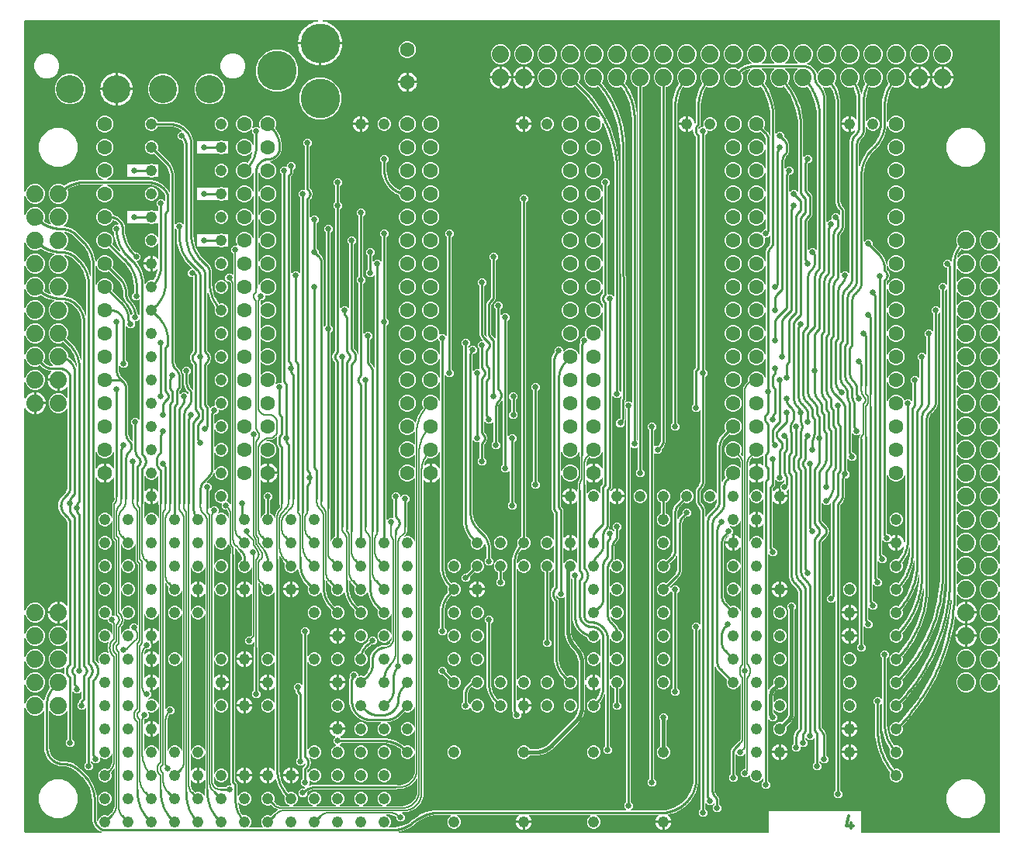
<source format=gbr>
G04 EAGLE Gerber RS-274X export*
G75*
%MOMM*%
%FSLAX34Y34*%
%LPD*%
%INBottom Copper*%
%IPPOS*%
%AMOC8*
5,1,8,0,0,1.08239X$1,22.5*%
G01*
%ADD10C,0.355600*%
%ADD11C,1.219200*%
%ADD12C,1.600200*%
%ADD13C,1.879600*%
%ADD14C,3.048000*%
%ADD15C,4.318000*%
%ADD16C,0.675000*%
%ADD17C,0.254000*%
%ADD18C,0.127000*%
%ADD19C,0.406400*%

G36*
X812865Y1012D02*
X812865Y1012D01*
X812931Y1014D01*
X812974Y1032D01*
X813021Y1040D01*
X813078Y1074D01*
X813138Y1099D01*
X813173Y1130D01*
X813214Y1155D01*
X813256Y1206D01*
X813304Y1250D01*
X813326Y1292D01*
X813355Y1329D01*
X813376Y1391D01*
X813407Y1450D01*
X813415Y1504D01*
X813427Y1541D01*
X813426Y1581D01*
X813434Y1635D01*
X813434Y24766D01*
X913766Y24766D01*
X913766Y1635D01*
X913777Y1570D01*
X913779Y1504D01*
X913797Y1461D01*
X913805Y1414D01*
X913839Y1357D01*
X913864Y1297D01*
X913895Y1262D01*
X913920Y1221D01*
X913971Y1179D01*
X914015Y1131D01*
X914057Y1109D01*
X914094Y1080D01*
X914156Y1059D01*
X914215Y1028D01*
X914269Y1020D01*
X914306Y1008D01*
X914346Y1009D01*
X914400Y1001D01*
X1064965Y1001D01*
X1065030Y1012D01*
X1065096Y1014D01*
X1065140Y1032D01*
X1065186Y1040D01*
X1065243Y1074D01*
X1065304Y1099D01*
X1065339Y1130D01*
X1065379Y1155D01*
X1065421Y1206D01*
X1065469Y1250D01*
X1065491Y1292D01*
X1065521Y1329D01*
X1065542Y1391D01*
X1065572Y1449D01*
X1065580Y1504D01*
X1065593Y1541D01*
X1065592Y1581D01*
X1065600Y1635D01*
X1065636Y161896D01*
X1065618Y161995D01*
X1065604Y162094D01*
X1065598Y162105D01*
X1065596Y162116D01*
X1065545Y162203D01*
X1065497Y162292D01*
X1065488Y162299D01*
X1065482Y162310D01*
X1065404Y162373D01*
X1065328Y162439D01*
X1065317Y162444D01*
X1065308Y162451D01*
X1065212Y162483D01*
X1065118Y162519D01*
X1065107Y162519D01*
X1065095Y162523D01*
X1064995Y162520D01*
X1064894Y162521D01*
X1064883Y162517D01*
X1064871Y162516D01*
X1064778Y162479D01*
X1064683Y162444D01*
X1064674Y162437D01*
X1064663Y162432D01*
X1064589Y162364D01*
X1064512Y162299D01*
X1064505Y162288D01*
X1064497Y162281D01*
X1064477Y162240D01*
X1064415Y162138D01*
X1063140Y159059D01*
X1060141Y156060D01*
X1056221Y154436D01*
X1051979Y154436D01*
X1048059Y156060D01*
X1045060Y159059D01*
X1043436Y162979D01*
X1043436Y167221D01*
X1045060Y171141D01*
X1048059Y174140D01*
X1051979Y175764D01*
X1056221Y175764D01*
X1060141Y174140D01*
X1063140Y171141D01*
X1064417Y168058D01*
X1064471Y167973D01*
X1064522Y167887D01*
X1064532Y167879D01*
X1064538Y167869D01*
X1064619Y167809D01*
X1064697Y167746D01*
X1064708Y167742D01*
X1064717Y167734D01*
X1064814Y167706D01*
X1064909Y167674D01*
X1064921Y167674D01*
X1064932Y167671D01*
X1065033Y167677D01*
X1065133Y167680D01*
X1065144Y167685D01*
X1065156Y167685D01*
X1065248Y167727D01*
X1065341Y167764D01*
X1065350Y167772D01*
X1065361Y167777D01*
X1065433Y167848D01*
X1065507Y167916D01*
X1065512Y167926D01*
X1065521Y167935D01*
X1065563Y168026D01*
X1065609Y168115D01*
X1065611Y168128D01*
X1065616Y168138D01*
X1065620Y168184D01*
X1065637Y168301D01*
X1065641Y187309D01*
X1065624Y187408D01*
X1065610Y187508D01*
X1065604Y187518D01*
X1065602Y187530D01*
X1065551Y187617D01*
X1065503Y187705D01*
X1065494Y187713D01*
X1065488Y187723D01*
X1065410Y187787D01*
X1065334Y187853D01*
X1065323Y187857D01*
X1065314Y187865D01*
X1065218Y187897D01*
X1065124Y187933D01*
X1065112Y187933D01*
X1065101Y187937D01*
X1065000Y187934D01*
X1064900Y187935D01*
X1064889Y187930D01*
X1064877Y187930D01*
X1064784Y187892D01*
X1064689Y187858D01*
X1064680Y187850D01*
X1064669Y187846D01*
X1064595Y187778D01*
X1064518Y187713D01*
X1064511Y187702D01*
X1064503Y187695D01*
X1064482Y187654D01*
X1064421Y187552D01*
X1063140Y184459D01*
X1060141Y181460D01*
X1056221Y179836D01*
X1051979Y179836D01*
X1048059Y181460D01*
X1045060Y184459D01*
X1043436Y188379D01*
X1043436Y192621D01*
X1045060Y196541D01*
X1048059Y199540D01*
X1051979Y201164D01*
X1056221Y201164D01*
X1060141Y199540D01*
X1063140Y196541D01*
X1064423Y193444D01*
X1064477Y193359D01*
X1064528Y193273D01*
X1064537Y193266D01*
X1064544Y193256D01*
X1064625Y193195D01*
X1064702Y193132D01*
X1064714Y193128D01*
X1064723Y193121D01*
X1064819Y193092D01*
X1064915Y193060D01*
X1064927Y193060D01*
X1064938Y193057D01*
X1065039Y193063D01*
X1065139Y193066D01*
X1065150Y193071D01*
X1065162Y193072D01*
X1065254Y193113D01*
X1065347Y193151D01*
X1065356Y193159D01*
X1065367Y193164D01*
X1065438Y193234D01*
X1065513Y193302D01*
X1065518Y193313D01*
X1065527Y193321D01*
X1065569Y193412D01*
X1065615Y193502D01*
X1065617Y193515D01*
X1065622Y193524D01*
X1065625Y193570D01*
X1065643Y193687D01*
X1065647Y212723D01*
X1065629Y212822D01*
X1065615Y212922D01*
X1065610Y212932D01*
X1065608Y212944D01*
X1065556Y213031D01*
X1065508Y213119D01*
X1065499Y213127D01*
X1065493Y213137D01*
X1065416Y213200D01*
X1065340Y213267D01*
X1065328Y213271D01*
X1065319Y213279D01*
X1065224Y213311D01*
X1065130Y213347D01*
X1065118Y213347D01*
X1065107Y213351D01*
X1065006Y213348D01*
X1064905Y213348D01*
X1064894Y213344D01*
X1064882Y213344D01*
X1064789Y213306D01*
X1064695Y213272D01*
X1064685Y213264D01*
X1064675Y213260D01*
X1064600Y213192D01*
X1064523Y213127D01*
X1064517Y213116D01*
X1064509Y213108D01*
X1064488Y213068D01*
X1064427Y212966D01*
X1063140Y209859D01*
X1060141Y206860D01*
X1056221Y205236D01*
X1051979Y205236D01*
X1048059Y206860D01*
X1045060Y209859D01*
X1043436Y213779D01*
X1043436Y218021D01*
X1045060Y221941D01*
X1048059Y224940D01*
X1051979Y226564D01*
X1056221Y226564D01*
X1060141Y224940D01*
X1063140Y221941D01*
X1064428Y218831D01*
X1064483Y218746D01*
X1064534Y218659D01*
X1064543Y218652D01*
X1064550Y218642D01*
X1064630Y218581D01*
X1064708Y218518D01*
X1064719Y218514D01*
X1064729Y218507D01*
X1064825Y218478D01*
X1064920Y218446D01*
X1064932Y218446D01*
X1064944Y218443D01*
X1065044Y218450D01*
X1065145Y218453D01*
X1065156Y218457D01*
X1065168Y218458D01*
X1065260Y218499D01*
X1065353Y218537D01*
X1065362Y218545D01*
X1065372Y218550D01*
X1065444Y218620D01*
X1065518Y218688D01*
X1065524Y218699D01*
X1065532Y218707D01*
X1065575Y218798D01*
X1065621Y218888D01*
X1065623Y218901D01*
X1065627Y218911D01*
X1065631Y218956D01*
X1065649Y219073D01*
X1065653Y238137D01*
X1065635Y238236D01*
X1065621Y238336D01*
X1065615Y238346D01*
X1065613Y238358D01*
X1065562Y238444D01*
X1065514Y238533D01*
X1065505Y238541D01*
X1065499Y238551D01*
X1065421Y238614D01*
X1065345Y238681D01*
X1065334Y238685D01*
X1065325Y238692D01*
X1065229Y238725D01*
X1065136Y238760D01*
X1065124Y238761D01*
X1065112Y238764D01*
X1065012Y238761D01*
X1064911Y238762D01*
X1064900Y238758D01*
X1064888Y238758D01*
X1064795Y238720D01*
X1064700Y238686D01*
X1064691Y238678D01*
X1064680Y238674D01*
X1064606Y238606D01*
X1064529Y238540D01*
X1064522Y238529D01*
X1064515Y238522D01*
X1064494Y238482D01*
X1064433Y238380D01*
X1063140Y235259D01*
X1060141Y232260D01*
X1056221Y230636D01*
X1051979Y230636D01*
X1048059Y232260D01*
X1045060Y235259D01*
X1043436Y239179D01*
X1043436Y243421D01*
X1045060Y247341D01*
X1048059Y250340D01*
X1051979Y251964D01*
X1056221Y251964D01*
X1060141Y250340D01*
X1063140Y247341D01*
X1064434Y244217D01*
X1064489Y244132D01*
X1064539Y244046D01*
X1064549Y244038D01*
X1064555Y244028D01*
X1064636Y243967D01*
X1064714Y243904D01*
X1064725Y243900D01*
X1064735Y243893D01*
X1064831Y243865D01*
X1064926Y243832D01*
X1064938Y243833D01*
X1064950Y243829D01*
X1065050Y243836D01*
X1065150Y243839D01*
X1065161Y243843D01*
X1065173Y243844D01*
X1065265Y243885D01*
X1065358Y243923D01*
X1065367Y243931D01*
X1065378Y243936D01*
X1065450Y244007D01*
X1065524Y244074D01*
X1065529Y244085D01*
X1065538Y244093D01*
X1065581Y244184D01*
X1065627Y244274D01*
X1065628Y244287D01*
X1065633Y244297D01*
X1065637Y244342D01*
X1065654Y244459D01*
X1065659Y263551D01*
X1065641Y263650D01*
X1065627Y263749D01*
X1065621Y263760D01*
X1065619Y263772D01*
X1065568Y263858D01*
X1065520Y263947D01*
X1065511Y263955D01*
X1065505Y263965D01*
X1065427Y264028D01*
X1065351Y264095D01*
X1065340Y264099D01*
X1065331Y264106D01*
X1065235Y264139D01*
X1065141Y264174D01*
X1065129Y264174D01*
X1065118Y264178D01*
X1065018Y264175D01*
X1064917Y264176D01*
X1064906Y264172D01*
X1064894Y264172D01*
X1064801Y264134D01*
X1064706Y264099D01*
X1064697Y264092D01*
X1064686Y264087D01*
X1064612Y264020D01*
X1064535Y263954D01*
X1064528Y263943D01*
X1064520Y263936D01*
X1064500Y263895D01*
X1064438Y263794D01*
X1063140Y260659D01*
X1060141Y257660D01*
X1056221Y256036D01*
X1051979Y256036D01*
X1048059Y257660D01*
X1045060Y260659D01*
X1043436Y264579D01*
X1043436Y268821D01*
X1045060Y272741D01*
X1048059Y275740D01*
X1051979Y277364D01*
X1056221Y277364D01*
X1060141Y275740D01*
X1063140Y272741D01*
X1064440Y269603D01*
X1064494Y269518D01*
X1064545Y269432D01*
X1064554Y269424D01*
X1064561Y269414D01*
X1064642Y269353D01*
X1064719Y269290D01*
X1064731Y269287D01*
X1064740Y269279D01*
X1064836Y269251D01*
X1064932Y269218D01*
X1064944Y269219D01*
X1064955Y269215D01*
X1065056Y269222D01*
X1065156Y269225D01*
X1065167Y269230D01*
X1065179Y269230D01*
X1065271Y269272D01*
X1065364Y269309D01*
X1065373Y269317D01*
X1065384Y269322D01*
X1065455Y269393D01*
X1065530Y269461D01*
X1065535Y269471D01*
X1065544Y269480D01*
X1065586Y269571D01*
X1065632Y269660D01*
X1065634Y269673D01*
X1065639Y269683D01*
X1065642Y269729D01*
X1065660Y269846D01*
X1065664Y288965D01*
X1065652Y289032D01*
X1065651Y289081D01*
X1065641Y289106D01*
X1065632Y289163D01*
X1065627Y289174D01*
X1065625Y289185D01*
X1065574Y289272D01*
X1065572Y289275D01*
X1065566Y289289D01*
X1065562Y289294D01*
X1065526Y289361D01*
X1065517Y289368D01*
X1065511Y289379D01*
X1065433Y289442D01*
X1065357Y289508D01*
X1065346Y289513D01*
X1065336Y289520D01*
X1065241Y289552D01*
X1065147Y289588D01*
X1065135Y289588D01*
X1065124Y289592D01*
X1065023Y289589D01*
X1064923Y289590D01*
X1064911Y289586D01*
X1064900Y289585D01*
X1064807Y289548D01*
X1064712Y289513D01*
X1064703Y289506D01*
X1064692Y289501D01*
X1064623Y289438D01*
X1064610Y289431D01*
X1064600Y289419D01*
X1064541Y289368D01*
X1064534Y289357D01*
X1064526Y289350D01*
X1064505Y289309D01*
X1064488Y289280D01*
X1064469Y289256D01*
X1064462Y289238D01*
X1064444Y289207D01*
X1063140Y286059D01*
X1060141Y283060D01*
X1056221Y281436D01*
X1051979Y281436D01*
X1048059Y283060D01*
X1045060Y286059D01*
X1043436Y289979D01*
X1043436Y294221D01*
X1045060Y298141D01*
X1048059Y301140D01*
X1051979Y302764D01*
X1056221Y302764D01*
X1060141Y301140D01*
X1063140Y298141D01*
X1064445Y294989D01*
X1064500Y294904D01*
X1064551Y294818D01*
X1064560Y294811D01*
X1064567Y294800D01*
X1064647Y294740D01*
X1064725Y294677D01*
X1064736Y294673D01*
X1064746Y294666D01*
X1064842Y294637D01*
X1064938Y294605D01*
X1064950Y294605D01*
X1064961Y294602D01*
X1065062Y294608D01*
X1065162Y294611D01*
X1065173Y294616D01*
X1065185Y294617D01*
X1065277Y294658D01*
X1065370Y294695D01*
X1065379Y294704D01*
X1065390Y294708D01*
X1065461Y294779D01*
X1065535Y294847D01*
X1065541Y294858D01*
X1065549Y294866D01*
X1065592Y294957D01*
X1065638Y295046D01*
X1065640Y295059D01*
X1065644Y295069D01*
X1065648Y295115D01*
X1065666Y295232D01*
X1065670Y314378D01*
X1065652Y314477D01*
X1065638Y314577D01*
X1065632Y314587D01*
X1065630Y314599D01*
X1065579Y314686D01*
X1065531Y314774D01*
X1065522Y314782D01*
X1065516Y314792D01*
X1065438Y314856D01*
X1065362Y314922D01*
X1065351Y314926D01*
X1065342Y314934D01*
X1065246Y314966D01*
X1065153Y315002D01*
X1065141Y315002D01*
X1065130Y315006D01*
X1065029Y315003D01*
X1064928Y315004D01*
X1064917Y314999D01*
X1064905Y314999D01*
X1064812Y314961D01*
X1064717Y314927D01*
X1064708Y314919D01*
X1064697Y314915D01*
X1064623Y314847D01*
X1064546Y314782D01*
X1064540Y314771D01*
X1064532Y314764D01*
X1064511Y314723D01*
X1064450Y314621D01*
X1063140Y311459D01*
X1060141Y308460D01*
X1056221Y306836D01*
X1051979Y306836D01*
X1048059Y308460D01*
X1045060Y311459D01*
X1043436Y315379D01*
X1043436Y319621D01*
X1045060Y323541D01*
X1048059Y326540D01*
X1051979Y328164D01*
X1056221Y328164D01*
X1060141Y326540D01*
X1063140Y323541D01*
X1064451Y320375D01*
X1064479Y320331D01*
X1064482Y320324D01*
X1064488Y320318D01*
X1064506Y320291D01*
X1064557Y320204D01*
X1064566Y320197D01*
X1064572Y320187D01*
X1064653Y320126D01*
X1064731Y320063D01*
X1064742Y320059D01*
X1064752Y320052D01*
X1064848Y320023D01*
X1064943Y319991D01*
X1064955Y319991D01*
X1064967Y319988D01*
X1065067Y319995D01*
X1065168Y319997D01*
X1065179Y320002D01*
X1065191Y320003D01*
X1065282Y320044D01*
X1065376Y320082D01*
X1065384Y320090D01*
X1065395Y320095D01*
X1065467Y320165D01*
X1065541Y320233D01*
X1065547Y320244D01*
X1065555Y320252D01*
X1065598Y320343D01*
X1065644Y320433D01*
X1065646Y320446D01*
X1065650Y320455D01*
X1065654Y320501D01*
X1065664Y320567D01*
X1065664Y320569D01*
X1065664Y320571D01*
X1065671Y320618D01*
X1065676Y339792D01*
X1065658Y339891D01*
X1065644Y339991D01*
X1065638Y340001D01*
X1065636Y340013D01*
X1065585Y340100D01*
X1065537Y340188D01*
X1065528Y340196D01*
X1065522Y340206D01*
X1065444Y340269D01*
X1065368Y340336D01*
X1065357Y340340D01*
X1065348Y340348D01*
X1065252Y340380D01*
X1065158Y340416D01*
X1065147Y340416D01*
X1065135Y340420D01*
X1065035Y340417D01*
X1064934Y340417D01*
X1064923Y340413D01*
X1064911Y340413D01*
X1064818Y340375D01*
X1064723Y340341D01*
X1064714Y340333D01*
X1064703Y340329D01*
X1064629Y340261D01*
X1064552Y340196D01*
X1064545Y340185D01*
X1064538Y340177D01*
X1064517Y340137D01*
X1064456Y340035D01*
X1063140Y336859D01*
X1060141Y333860D01*
X1056221Y332236D01*
X1051979Y332236D01*
X1048059Y333860D01*
X1045060Y336859D01*
X1043436Y340779D01*
X1043436Y345021D01*
X1045060Y348941D01*
X1048059Y351940D01*
X1051979Y353564D01*
X1056221Y353564D01*
X1060141Y351940D01*
X1063140Y348941D01*
X1064457Y345762D01*
X1064486Y345717D01*
X1064495Y345694D01*
X1064512Y345675D01*
X1064562Y345590D01*
X1064572Y345583D01*
X1064578Y345573D01*
X1064659Y345512D01*
X1064736Y345449D01*
X1064748Y345445D01*
X1064757Y345438D01*
X1064854Y345409D01*
X1064949Y345377D01*
X1064961Y345377D01*
X1064972Y345374D01*
X1065073Y345381D01*
X1065173Y345384D01*
X1065184Y345388D01*
X1065196Y345389D01*
X1065288Y345430D01*
X1065381Y345468D01*
X1065390Y345476D01*
X1065401Y345481D01*
X1065473Y345551D01*
X1065547Y345619D01*
X1065552Y345630D01*
X1065561Y345638D01*
X1065603Y345729D01*
X1065649Y345819D01*
X1065651Y345832D01*
X1065656Y345842D01*
X1065660Y345887D01*
X1065665Y345924D01*
X1065670Y345939D01*
X1065670Y345955D01*
X1065677Y346004D01*
X1065681Y365206D01*
X1065664Y365305D01*
X1065650Y365405D01*
X1065644Y365415D01*
X1065642Y365427D01*
X1065591Y365513D01*
X1065543Y365602D01*
X1065534Y365610D01*
X1065528Y365620D01*
X1065450Y365683D01*
X1065374Y365750D01*
X1065363Y365754D01*
X1065354Y365761D01*
X1065258Y365794D01*
X1065164Y365829D01*
X1065152Y365830D01*
X1065141Y365833D01*
X1065040Y365830D01*
X1064940Y365831D01*
X1064929Y365827D01*
X1064917Y365827D01*
X1064824Y365789D01*
X1064729Y365755D01*
X1064720Y365747D01*
X1064709Y365743D01*
X1064635Y365675D01*
X1064558Y365609D01*
X1064551Y365598D01*
X1064543Y365591D01*
X1064522Y365551D01*
X1064461Y365449D01*
X1063140Y362259D01*
X1060141Y359260D01*
X1056221Y357636D01*
X1051979Y357636D01*
X1048059Y359260D01*
X1045060Y362259D01*
X1043436Y366179D01*
X1043436Y370421D01*
X1045060Y374341D01*
X1048059Y377340D01*
X1051979Y378964D01*
X1056221Y378964D01*
X1060141Y377340D01*
X1063140Y374341D01*
X1064463Y371148D01*
X1064492Y371103D01*
X1064507Y371064D01*
X1064533Y371036D01*
X1064568Y370977D01*
X1064577Y370969D01*
X1064584Y370959D01*
X1064647Y370912D01*
X1064659Y370899D01*
X1064674Y370891D01*
X1064742Y370835D01*
X1064754Y370831D01*
X1064763Y370824D01*
X1064859Y370796D01*
X1064955Y370763D01*
X1064967Y370764D01*
X1064978Y370760D01*
X1065079Y370767D01*
X1065179Y370770D01*
X1065190Y370774D01*
X1065202Y370775D01*
X1065294Y370816D01*
X1065387Y370854D01*
X1065396Y370862D01*
X1065407Y370867D01*
X1065478Y370938D01*
X1065553Y371005D01*
X1065558Y371016D01*
X1065567Y371025D01*
X1065595Y371085D01*
X1065604Y371096D01*
X1065613Y371123D01*
X1065655Y371205D01*
X1065657Y371218D01*
X1065662Y371228D01*
X1065665Y371273D01*
X1065666Y371281D01*
X1065676Y371309D01*
X1065675Y371338D01*
X1065683Y371390D01*
X1065687Y390620D01*
X1065669Y390719D01*
X1065655Y390819D01*
X1065650Y390829D01*
X1065648Y390841D01*
X1065596Y390927D01*
X1065548Y391016D01*
X1065539Y391024D01*
X1065533Y391034D01*
X1065456Y391097D01*
X1065380Y391164D01*
X1065369Y391168D01*
X1065359Y391175D01*
X1065263Y391208D01*
X1065170Y391243D01*
X1065158Y391243D01*
X1065147Y391247D01*
X1065046Y391244D01*
X1064945Y391245D01*
X1064934Y391241D01*
X1064923Y391241D01*
X1064829Y391203D01*
X1064735Y391168D01*
X1064726Y391161D01*
X1064715Y391156D01*
X1064640Y391089D01*
X1064563Y391023D01*
X1064557Y391012D01*
X1064549Y391005D01*
X1064528Y390964D01*
X1064467Y390863D01*
X1063140Y387659D01*
X1060141Y384660D01*
X1056221Y383036D01*
X1051979Y383036D01*
X1048059Y384660D01*
X1045060Y387659D01*
X1043436Y391579D01*
X1043436Y395821D01*
X1045060Y399741D01*
X1048059Y402740D01*
X1051979Y404364D01*
X1056221Y404364D01*
X1060141Y402740D01*
X1063140Y399741D01*
X1064468Y396534D01*
X1064523Y396449D01*
X1064574Y396363D01*
X1064583Y396355D01*
X1064589Y396345D01*
X1064670Y396285D01*
X1064748Y396221D01*
X1064759Y396218D01*
X1064769Y396210D01*
X1064865Y396182D01*
X1064960Y396149D01*
X1064972Y396150D01*
X1064984Y396146D01*
X1065084Y396153D01*
X1065185Y396156D01*
X1065196Y396161D01*
X1065208Y396161D01*
X1065300Y396203D01*
X1065393Y396240D01*
X1065401Y396248D01*
X1065412Y396253D01*
X1065484Y396324D01*
X1065558Y396392D01*
X1065564Y396402D01*
X1065572Y396411D01*
X1065615Y396502D01*
X1065661Y396591D01*
X1065663Y396604D01*
X1065667Y396614D01*
X1065671Y396660D01*
X1065689Y396777D01*
X1065693Y416034D01*
X1065675Y416133D01*
X1065661Y416232D01*
X1065655Y416243D01*
X1065653Y416254D01*
X1065602Y416341D01*
X1065554Y416430D01*
X1065545Y416437D01*
X1065539Y416448D01*
X1065461Y416511D01*
X1065385Y416577D01*
X1065374Y416582D01*
X1065365Y416589D01*
X1065269Y416621D01*
X1065176Y416657D01*
X1065164Y416657D01*
X1065153Y416661D01*
X1065052Y416658D01*
X1064951Y416659D01*
X1064940Y416655D01*
X1064928Y416654D01*
X1064835Y416617D01*
X1064740Y416582D01*
X1064731Y416575D01*
X1064720Y416570D01*
X1064646Y416502D01*
X1064569Y416437D01*
X1064563Y416426D01*
X1064555Y416419D01*
X1064534Y416378D01*
X1064473Y416276D01*
X1063140Y413059D01*
X1060141Y410060D01*
X1056221Y408436D01*
X1051979Y408436D01*
X1048059Y410060D01*
X1045060Y413059D01*
X1043436Y416979D01*
X1043436Y421221D01*
X1045060Y425141D01*
X1048059Y428140D01*
X1051979Y429764D01*
X1056221Y429764D01*
X1060141Y428140D01*
X1063140Y425141D01*
X1064474Y421920D01*
X1064529Y421835D01*
X1064579Y421749D01*
X1064589Y421742D01*
X1064595Y421731D01*
X1064676Y421671D01*
X1064754Y421608D01*
X1064765Y421604D01*
X1064775Y421597D01*
X1064871Y421568D01*
X1064966Y421536D01*
X1064978Y421536D01*
X1064990Y421533D01*
X1065090Y421539D01*
X1065190Y421542D01*
X1065201Y421547D01*
X1065213Y421548D01*
X1065305Y421589D01*
X1065398Y421627D01*
X1065407Y421635D01*
X1065418Y421640D01*
X1065490Y421710D01*
X1065564Y421778D01*
X1065569Y421789D01*
X1065578Y421797D01*
X1065621Y421888D01*
X1065667Y421977D01*
X1065668Y421990D01*
X1065673Y422000D01*
X1065677Y422046D01*
X1065694Y422163D01*
X1065699Y441447D01*
X1065681Y441547D01*
X1065667Y441646D01*
X1065661Y441657D01*
X1065659Y441668D01*
X1065608Y441755D01*
X1065560Y441843D01*
X1065551Y441851D01*
X1065545Y441861D01*
X1065467Y441925D01*
X1065391Y441991D01*
X1065380Y441995D01*
X1065371Y442003D01*
X1065275Y442035D01*
X1065181Y442071D01*
X1065170Y442071D01*
X1065158Y442075D01*
X1065058Y442072D01*
X1064957Y442073D01*
X1064946Y442069D01*
X1064934Y442068D01*
X1064841Y442031D01*
X1064746Y441996D01*
X1064737Y441988D01*
X1064726Y441984D01*
X1064652Y441916D01*
X1064575Y441851D01*
X1064568Y441840D01*
X1064560Y441833D01*
X1064540Y441792D01*
X1064478Y441690D01*
X1063140Y438459D01*
X1060141Y435460D01*
X1056221Y433836D01*
X1051979Y433836D01*
X1048059Y435460D01*
X1045060Y438459D01*
X1043436Y442379D01*
X1043436Y446621D01*
X1045060Y450541D01*
X1048059Y453540D01*
X1051979Y455164D01*
X1056221Y455164D01*
X1060141Y453540D01*
X1063140Y450541D01*
X1064480Y447306D01*
X1064534Y447222D01*
X1064585Y447135D01*
X1064594Y447128D01*
X1064601Y447118D01*
X1064681Y447057D01*
X1064759Y446994D01*
X1064771Y446990D01*
X1064780Y446983D01*
X1064876Y446954D01*
X1064972Y446922D01*
X1064984Y446922D01*
X1064995Y446919D01*
X1065096Y446926D01*
X1065196Y446928D01*
X1065207Y446933D01*
X1065219Y446934D01*
X1065311Y446975D01*
X1065404Y447013D01*
X1065413Y447021D01*
X1065424Y447026D01*
X1065495Y447096D01*
X1065570Y447164D01*
X1065575Y447175D01*
X1065584Y447183D01*
X1065626Y447274D01*
X1065672Y447364D01*
X1065674Y447377D01*
X1065679Y447386D01*
X1065682Y447432D01*
X1065700Y447549D01*
X1065704Y466861D01*
X1065687Y466960D01*
X1065672Y467060D01*
X1065667Y467070D01*
X1065665Y467082D01*
X1065614Y467169D01*
X1065566Y467257D01*
X1065557Y467265D01*
X1065551Y467275D01*
X1065473Y467338D01*
X1065397Y467405D01*
X1065386Y467409D01*
X1065376Y467417D01*
X1065281Y467449D01*
X1065187Y467485D01*
X1065175Y467485D01*
X1065164Y467489D01*
X1065063Y467486D01*
X1064963Y467486D01*
X1064951Y467482D01*
X1064940Y467482D01*
X1064847Y467444D01*
X1064752Y467410D01*
X1064743Y467402D01*
X1064732Y467398D01*
X1064657Y467330D01*
X1064581Y467265D01*
X1064574Y467254D01*
X1064566Y467246D01*
X1064545Y467206D01*
X1064484Y467104D01*
X1063140Y463859D01*
X1060141Y460860D01*
X1056221Y459236D01*
X1051979Y459236D01*
X1048059Y460860D01*
X1045060Y463859D01*
X1043436Y467779D01*
X1043436Y472021D01*
X1045060Y475941D01*
X1048059Y478940D01*
X1051979Y480564D01*
X1056221Y480564D01*
X1060141Y478940D01*
X1063140Y475941D01*
X1064485Y472693D01*
X1064540Y472608D01*
X1064591Y472521D01*
X1064600Y472514D01*
X1064607Y472504D01*
X1064687Y472443D01*
X1064765Y472380D01*
X1064776Y472376D01*
X1064786Y472369D01*
X1064882Y472340D01*
X1064978Y472308D01*
X1064990Y472308D01*
X1065001Y472305D01*
X1065102Y472312D01*
X1065202Y472315D01*
X1065213Y472319D01*
X1065225Y472320D01*
X1065317Y472361D01*
X1065410Y472399D01*
X1065419Y472407D01*
X1065430Y472412D01*
X1065501Y472482D01*
X1065575Y472550D01*
X1065581Y472561D01*
X1065589Y472569D01*
X1065632Y472660D01*
X1065678Y472750D01*
X1065680Y472763D01*
X1065684Y472773D01*
X1065688Y472818D01*
X1065706Y472935D01*
X1065710Y492275D01*
X1065692Y492374D01*
X1065678Y492474D01*
X1065672Y492484D01*
X1065670Y492496D01*
X1065619Y492582D01*
X1065571Y492671D01*
X1065562Y492679D01*
X1065556Y492689D01*
X1065478Y492752D01*
X1065402Y492819D01*
X1065391Y492823D01*
X1065382Y492830D01*
X1065287Y492863D01*
X1065193Y492898D01*
X1065181Y492899D01*
X1065170Y492902D01*
X1065069Y492899D01*
X1064968Y492900D01*
X1064957Y492896D01*
X1064945Y492896D01*
X1064852Y492858D01*
X1064757Y492824D01*
X1064748Y492816D01*
X1064737Y492812D01*
X1064663Y492744D01*
X1064586Y492678D01*
X1064580Y492667D01*
X1064572Y492660D01*
X1064551Y492619D01*
X1064490Y492518D01*
X1063140Y489259D01*
X1060141Y486260D01*
X1056221Y484636D01*
X1051979Y484636D01*
X1048059Y486260D01*
X1045060Y489259D01*
X1043436Y493179D01*
X1043436Y497421D01*
X1045060Y501341D01*
X1048059Y504340D01*
X1051979Y505964D01*
X1056221Y505964D01*
X1060141Y504340D01*
X1063140Y501341D01*
X1064491Y498079D01*
X1064546Y497994D01*
X1064597Y497908D01*
X1064606Y497900D01*
X1064612Y497890D01*
X1064693Y497829D01*
X1064771Y497766D01*
X1064782Y497762D01*
X1064792Y497755D01*
X1064888Y497727D01*
X1064983Y497694D01*
X1064995Y497695D01*
X1065007Y497691D01*
X1065107Y497698D01*
X1065208Y497701D01*
X1065219Y497705D01*
X1065231Y497706D01*
X1065322Y497747D01*
X1065415Y497785D01*
X1065424Y497793D01*
X1065435Y497798D01*
X1065507Y497869D01*
X1065581Y497937D01*
X1065587Y497947D01*
X1065595Y497956D01*
X1065638Y498047D01*
X1065684Y498136D01*
X1065686Y498149D01*
X1065690Y498159D01*
X1065694Y498204D01*
X1065711Y498321D01*
X1065716Y517689D01*
X1065698Y517788D01*
X1065684Y517888D01*
X1065678Y517898D01*
X1065676Y517910D01*
X1065625Y517996D01*
X1065577Y518085D01*
X1065568Y518093D01*
X1065562Y518103D01*
X1065484Y518166D01*
X1065408Y518233D01*
X1065397Y518237D01*
X1065388Y518244D01*
X1065292Y518277D01*
X1065198Y518312D01*
X1065187Y518312D01*
X1065175Y518316D01*
X1065075Y518313D01*
X1064974Y518314D01*
X1064963Y518310D01*
X1064951Y518310D01*
X1064858Y518272D01*
X1064763Y518237D01*
X1064754Y518230D01*
X1064743Y518225D01*
X1064669Y518157D01*
X1064592Y518092D01*
X1064585Y518081D01*
X1064578Y518074D01*
X1064557Y518033D01*
X1064496Y517932D01*
X1063140Y514659D01*
X1060141Y511660D01*
X1056221Y510036D01*
X1051979Y510036D01*
X1048059Y511660D01*
X1045060Y514659D01*
X1043436Y518579D01*
X1043436Y522821D01*
X1045060Y526740D01*
X1048059Y529740D01*
X1051979Y531364D01*
X1056221Y531364D01*
X1060141Y529740D01*
X1063140Y526740D01*
X1064497Y523465D01*
X1064551Y523380D01*
X1064602Y523294D01*
X1064612Y523286D01*
X1064618Y523276D01*
X1064699Y523216D01*
X1064776Y523152D01*
X1064788Y523149D01*
X1064797Y523141D01*
X1064894Y523113D01*
X1064989Y523081D01*
X1065001Y523081D01*
X1065012Y523077D01*
X1065113Y523084D01*
X1065213Y523087D01*
X1065224Y523092D01*
X1065236Y523092D01*
X1065328Y523134D01*
X1065421Y523171D01*
X1065430Y523179D01*
X1065441Y523184D01*
X1065513Y523255D01*
X1065587Y523323D01*
X1065592Y523333D01*
X1065601Y523342D01*
X1065643Y523433D01*
X1065689Y523522D01*
X1065691Y523535D01*
X1065696Y523545D01*
X1065700Y523591D01*
X1065717Y523708D01*
X1065721Y543103D01*
X1065704Y543202D01*
X1065690Y543301D01*
X1065684Y543312D01*
X1065682Y543323D01*
X1065631Y543410D01*
X1065583Y543499D01*
X1065574Y543506D01*
X1065568Y543517D01*
X1065490Y543580D01*
X1065414Y543646D01*
X1065403Y543651D01*
X1065394Y543658D01*
X1065298Y543690D01*
X1065204Y543726D01*
X1065192Y543726D01*
X1065181Y543730D01*
X1065080Y543727D01*
X1064980Y543728D01*
X1064969Y543724D01*
X1064957Y543723D01*
X1064864Y543686D01*
X1064769Y543651D01*
X1064760Y543644D01*
X1064749Y543639D01*
X1064675Y543571D01*
X1064598Y543506D01*
X1064591Y543495D01*
X1064583Y543488D01*
X1064562Y543447D01*
X1064501Y543345D01*
X1063140Y540059D01*
X1060141Y537060D01*
X1056221Y535436D01*
X1051979Y535436D01*
X1048059Y537060D01*
X1045060Y540059D01*
X1043436Y543979D01*
X1043436Y548221D01*
X1045060Y552141D01*
X1048059Y555140D01*
X1051979Y556764D01*
X1056221Y556764D01*
X1060141Y555140D01*
X1063140Y552141D01*
X1064503Y548851D01*
X1064557Y548767D01*
X1064608Y548680D01*
X1064617Y548673D01*
X1064624Y548663D01*
X1064704Y548602D01*
X1064782Y548539D01*
X1064794Y548535D01*
X1064803Y548528D01*
X1064899Y548499D01*
X1064995Y548467D01*
X1065007Y548467D01*
X1065018Y548464D01*
X1065119Y548470D01*
X1065219Y548473D01*
X1065230Y548478D01*
X1065242Y548479D01*
X1065334Y548520D01*
X1065427Y548558D01*
X1065436Y548566D01*
X1065447Y548571D01*
X1065518Y548641D01*
X1065593Y548709D01*
X1065598Y548720D01*
X1065607Y548728D01*
X1065649Y548819D01*
X1065695Y548909D01*
X1065697Y548922D01*
X1065702Y548931D01*
X1065705Y548977D01*
X1065723Y549094D01*
X1065727Y568516D01*
X1065709Y568616D01*
X1065695Y568715D01*
X1065690Y568726D01*
X1065688Y568737D01*
X1065636Y568824D01*
X1065588Y568912D01*
X1065579Y568920D01*
X1065573Y568930D01*
X1065496Y568994D01*
X1065420Y569060D01*
X1065408Y569064D01*
X1065399Y569072D01*
X1065304Y569104D01*
X1065210Y569140D01*
X1065198Y569140D01*
X1065187Y569144D01*
X1065086Y569141D01*
X1064985Y569142D01*
X1064974Y569138D01*
X1064963Y569137D01*
X1064869Y569100D01*
X1064775Y569065D01*
X1064766Y569057D01*
X1064755Y569053D01*
X1064680Y568985D01*
X1064603Y568920D01*
X1064597Y568909D01*
X1064589Y568902D01*
X1064568Y568861D01*
X1064507Y568759D01*
X1063140Y565459D01*
X1060141Y562460D01*
X1056221Y560836D01*
X1051979Y560836D01*
X1048059Y562460D01*
X1045060Y565459D01*
X1043436Y569379D01*
X1043436Y573621D01*
X1045060Y577541D01*
X1048059Y580540D01*
X1051979Y582164D01*
X1056221Y582164D01*
X1060141Y580540D01*
X1063140Y577541D01*
X1064508Y574238D01*
X1064563Y574153D01*
X1064614Y574066D01*
X1064623Y574059D01*
X1064629Y574049D01*
X1064710Y573988D01*
X1064788Y573925D01*
X1064799Y573921D01*
X1064809Y573914D01*
X1064905Y573885D01*
X1065000Y573853D01*
X1065012Y573853D01*
X1065024Y573850D01*
X1065124Y573857D01*
X1065225Y573860D01*
X1065236Y573864D01*
X1065248Y573865D01*
X1065340Y573906D01*
X1065433Y573944D01*
X1065441Y573952D01*
X1065452Y573957D01*
X1065524Y574027D01*
X1065598Y574095D01*
X1065604Y574106D01*
X1065612Y574114D01*
X1065655Y574205D01*
X1065701Y574295D01*
X1065703Y574308D01*
X1065707Y574317D01*
X1065711Y574363D01*
X1065729Y574480D01*
X1065733Y593930D01*
X1065715Y594029D01*
X1065701Y594129D01*
X1065695Y594139D01*
X1065693Y594151D01*
X1065642Y594238D01*
X1065594Y594326D01*
X1065585Y594334D01*
X1065579Y594344D01*
X1065501Y594407D01*
X1065425Y594474D01*
X1065414Y594478D01*
X1065405Y594486D01*
X1065309Y594518D01*
X1065216Y594554D01*
X1065204Y594554D01*
X1065193Y594558D01*
X1065092Y594555D01*
X1064991Y594555D01*
X1064980Y594551D01*
X1064968Y594551D01*
X1064875Y594513D01*
X1064780Y594479D01*
X1064771Y594471D01*
X1064760Y594467D01*
X1064686Y594399D01*
X1064609Y594334D01*
X1064603Y594323D01*
X1064595Y594315D01*
X1064574Y594275D01*
X1064513Y594173D01*
X1063140Y590859D01*
X1060141Y587860D01*
X1056221Y586236D01*
X1051979Y586236D01*
X1048059Y587860D01*
X1045060Y590859D01*
X1043436Y594779D01*
X1043436Y599021D01*
X1045060Y602941D01*
X1048059Y605940D01*
X1051979Y607564D01*
X1056221Y607564D01*
X1060141Y605940D01*
X1063140Y602941D01*
X1064514Y599624D01*
X1064568Y599539D01*
X1064619Y599453D01*
X1064629Y599445D01*
X1064635Y599435D01*
X1064716Y599374D01*
X1064794Y599311D01*
X1064805Y599307D01*
X1064815Y599300D01*
X1064911Y599271D01*
X1065006Y599239D01*
X1065018Y599240D01*
X1065030Y599236D01*
X1065130Y599243D01*
X1065230Y599246D01*
X1065241Y599250D01*
X1065253Y599251D01*
X1065345Y599292D01*
X1065438Y599330D01*
X1065447Y599338D01*
X1065458Y599343D01*
X1065530Y599413D01*
X1065604Y599481D01*
X1065609Y599492D01*
X1065618Y599500D01*
X1065660Y599591D01*
X1065706Y599681D01*
X1065708Y599694D01*
X1065713Y599704D01*
X1065717Y599749D01*
X1065734Y599866D01*
X1065739Y619344D01*
X1065721Y619443D01*
X1065707Y619543D01*
X1065701Y619553D01*
X1065699Y619565D01*
X1065648Y619651D01*
X1065600Y619740D01*
X1065591Y619748D01*
X1065585Y619758D01*
X1065507Y619821D01*
X1065431Y619888D01*
X1065420Y619892D01*
X1065411Y619899D01*
X1065315Y619932D01*
X1065221Y619967D01*
X1065210Y619968D01*
X1065198Y619971D01*
X1065098Y619968D01*
X1064997Y619969D01*
X1064986Y619965D01*
X1064974Y619965D01*
X1064881Y619927D01*
X1064786Y619893D01*
X1064777Y619885D01*
X1064766Y619881D01*
X1064692Y619813D01*
X1064615Y619748D01*
X1064608Y619736D01*
X1064600Y619729D01*
X1064580Y619689D01*
X1064518Y619587D01*
X1063140Y616259D01*
X1060141Y613260D01*
X1056221Y611636D01*
X1051979Y611636D01*
X1048059Y613260D01*
X1045060Y616259D01*
X1043436Y620179D01*
X1043436Y624421D01*
X1045060Y628341D01*
X1048059Y631340D01*
X1051979Y632964D01*
X1056221Y632964D01*
X1060141Y631340D01*
X1063140Y628341D01*
X1064520Y625010D01*
X1064574Y624925D01*
X1064625Y624839D01*
X1064634Y624831D01*
X1064641Y624821D01*
X1064722Y624760D01*
X1064799Y624697D01*
X1064811Y624693D01*
X1064820Y624686D01*
X1064916Y624658D01*
X1065012Y624625D01*
X1065024Y624626D01*
X1065035Y624622D01*
X1065136Y624629D01*
X1065236Y624632D01*
X1065247Y624636D01*
X1065259Y624637D01*
X1065351Y624679D01*
X1065444Y624716D01*
X1065453Y624724D01*
X1065464Y624729D01*
X1065535Y624800D01*
X1065610Y624868D01*
X1065615Y624878D01*
X1065624Y624887D01*
X1065666Y624978D01*
X1065712Y625067D01*
X1065714Y625080D01*
X1065719Y625090D01*
X1065722Y625135D01*
X1065740Y625253D01*
X1065744Y644758D01*
X1065727Y644857D01*
X1065712Y644957D01*
X1065707Y644967D01*
X1065705Y644979D01*
X1065654Y645065D01*
X1065606Y645154D01*
X1065597Y645162D01*
X1065591Y645172D01*
X1065513Y645235D01*
X1065437Y645302D01*
X1065426Y645306D01*
X1065416Y645313D01*
X1065321Y645346D01*
X1065227Y645381D01*
X1065215Y645381D01*
X1065204Y645385D01*
X1065103Y645382D01*
X1065003Y645383D01*
X1064991Y645379D01*
X1064980Y645379D01*
X1064887Y645341D01*
X1064792Y645306D01*
X1064783Y645299D01*
X1064772Y645294D01*
X1064698Y645227D01*
X1064621Y645161D01*
X1064614Y645150D01*
X1064606Y645143D01*
X1064585Y645102D01*
X1064524Y645001D01*
X1063140Y641659D01*
X1060141Y638660D01*
X1056221Y637036D01*
X1051979Y637036D01*
X1048059Y638660D01*
X1045060Y641659D01*
X1043436Y645579D01*
X1043436Y649821D01*
X1045060Y653741D01*
X1048059Y656740D01*
X1051979Y658364D01*
X1056221Y658364D01*
X1060141Y656740D01*
X1063140Y653741D01*
X1064525Y650396D01*
X1064580Y650311D01*
X1064631Y650225D01*
X1064640Y650217D01*
X1064647Y650207D01*
X1064727Y650147D01*
X1064805Y650084D01*
X1064816Y650080D01*
X1064826Y650073D01*
X1064922Y650044D01*
X1065018Y650012D01*
X1065030Y650012D01*
X1065041Y650009D01*
X1065142Y650015D01*
X1065242Y650018D01*
X1065253Y650023D01*
X1065265Y650023D01*
X1065357Y650065D01*
X1065450Y650102D01*
X1065459Y650111D01*
X1065470Y650115D01*
X1065541Y650186D01*
X1065615Y650254D01*
X1065621Y650264D01*
X1065629Y650273D01*
X1065672Y650364D01*
X1065718Y650453D01*
X1065720Y650466D01*
X1065724Y650476D01*
X1065728Y650522D01*
X1065746Y650639D01*
X1065799Y887365D01*
X1065787Y887430D01*
X1065785Y887496D01*
X1065768Y887539D01*
X1065759Y887586D01*
X1065726Y887643D01*
X1065701Y887703D01*
X1065669Y887738D01*
X1065645Y887779D01*
X1065594Y887820D01*
X1065550Y887869D01*
X1065508Y887891D01*
X1065471Y887920D01*
X1065409Y887941D01*
X1065350Y887972D01*
X1065296Y887980D01*
X1065259Y887992D01*
X1065219Y887991D01*
X1065165Y887999D01*
X327015Y887999D01*
X326939Y887986D01*
X326862Y887981D01*
X326830Y887966D01*
X326794Y887960D01*
X326728Y887920D01*
X326658Y887889D01*
X326632Y887864D01*
X326601Y887845D01*
X326553Y887786D01*
X326498Y887732D01*
X326482Y887699D01*
X326460Y887671D01*
X326435Y887598D01*
X326402Y887528D01*
X326399Y887493D01*
X326388Y887459D01*
X326390Y887382D01*
X326384Y887305D01*
X326394Y887270D01*
X326395Y887234D01*
X326424Y887163D01*
X326444Y887089D01*
X326465Y887060D01*
X326479Y887027D01*
X326531Y886970D01*
X326576Y886907D01*
X326606Y886887D01*
X326630Y886861D01*
X326699Y886826D01*
X326763Y886783D01*
X326802Y886773D01*
X326830Y886758D01*
X326888Y886750D01*
X326944Y886735D01*
X327898Y886627D01*
X330541Y886024D01*
X333099Y885129D01*
X335541Y883953D01*
X337836Y882511D01*
X339955Y880821D01*
X341871Y878905D01*
X343561Y876786D01*
X345003Y874491D01*
X346179Y872049D01*
X347074Y869491D01*
X347677Y866848D01*
X347981Y864155D01*
X347981Y864069D01*
X324485Y864069D01*
X324420Y864058D01*
X324355Y864056D01*
X324311Y864038D01*
X324264Y864030D01*
X324208Y863996D01*
X324147Y863971D01*
X324112Y863939D01*
X324071Y863915D01*
X324030Y863864D01*
X323981Y863820D01*
X323959Y863778D01*
X323930Y863741D01*
X323909Y863679D01*
X323879Y863620D01*
X323870Y863566D01*
X323858Y863529D01*
X323859Y863489D01*
X323851Y863435D01*
X323851Y862799D01*
X323849Y862799D01*
X323849Y863435D01*
X323837Y863500D01*
X323836Y863565D01*
X323818Y863609D01*
X323809Y863656D01*
X323776Y863713D01*
X323751Y863773D01*
X323719Y863808D01*
X323695Y863849D01*
X323644Y863890D01*
X323600Y863939D01*
X323558Y863961D01*
X323521Y863990D01*
X323459Y864011D01*
X323400Y864042D01*
X323346Y864050D01*
X323309Y864062D01*
X323269Y864061D01*
X323215Y864069D01*
X299719Y864069D01*
X299719Y864155D01*
X300023Y866848D01*
X300626Y869491D01*
X301521Y872049D01*
X302697Y874491D01*
X304139Y876786D01*
X305829Y878905D01*
X307745Y880821D01*
X309864Y882511D01*
X312159Y883953D01*
X314601Y885129D01*
X317159Y886024D01*
X319802Y886627D01*
X320756Y886735D01*
X320830Y886757D01*
X320906Y886770D01*
X320936Y886789D01*
X320971Y886799D01*
X321032Y886845D01*
X321099Y886885D01*
X321121Y886912D01*
X321150Y886934D01*
X321192Y886999D01*
X321240Y887059D01*
X321252Y887093D01*
X321271Y887123D01*
X321287Y887198D01*
X321312Y887271D01*
X321311Y887307D01*
X321319Y887342D01*
X321308Y887419D01*
X321305Y887496D01*
X321292Y887529D01*
X321287Y887564D01*
X321250Y887632D01*
X321221Y887703D01*
X321197Y887730D01*
X321180Y887761D01*
X321122Y887812D01*
X321070Y887869D01*
X321038Y887885D01*
X321011Y887909D01*
X320939Y887936D01*
X320870Y887972D01*
X320830Y887978D01*
X320801Y887989D01*
X320743Y887991D01*
X320685Y887999D01*
X1635Y887999D01*
X1570Y887988D01*
X1504Y887986D01*
X1461Y887968D01*
X1414Y887960D01*
X1357Y887926D01*
X1297Y887901D01*
X1262Y887870D01*
X1221Y887845D01*
X1179Y887794D01*
X1131Y887750D01*
X1109Y887708D01*
X1080Y887671D01*
X1059Y887609D01*
X1028Y887550D01*
X1020Y887496D01*
X1008Y887459D01*
X1009Y887419D01*
X1001Y887365D01*
X1001Y701309D01*
X1019Y701210D01*
X1033Y701111D01*
X1038Y701100D01*
X1040Y701089D01*
X1092Y701002D01*
X1139Y700913D01*
X1148Y700906D01*
X1155Y700895D01*
X1232Y700832D01*
X1308Y700766D01*
X1320Y700761D01*
X1329Y700754D01*
X1424Y700722D01*
X1518Y700686D01*
X1530Y700686D01*
X1541Y700682D01*
X1641Y700685D01*
X1742Y700684D01*
X1754Y700688D01*
X1766Y700689D01*
X1858Y700726D01*
X1953Y700761D01*
X1962Y700769D01*
X1973Y700773D01*
X2048Y700841D01*
X2124Y700906D01*
X2131Y700917D01*
X2139Y700924D01*
X2160Y700965D01*
X2221Y701067D01*
X3660Y704541D01*
X6659Y707540D01*
X10579Y709164D01*
X14821Y709164D01*
X18741Y707540D01*
X21740Y704541D01*
X23364Y700621D01*
X23364Y696379D01*
X21740Y692459D01*
X18741Y689460D01*
X14821Y687836D01*
X10579Y687836D01*
X6659Y689460D01*
X3660Y692459D01*
X2221Y695933D01*
X2167Y696018D01*
X2115Y696105D01*
X2106Y696112D01*
X2100Y696122D01*
X2019Y696183D01*
X1941Y696246D01*
X1930Y696250D01*
X1920Y696257D01*
X1824Y696286D01*
X1729Y696318D01*
X1717Y696318D01*
X1705Y696321D01*
X1604Y696314D01*
X1504Y696311D01*
X1493Y696307D01*
X1482Y696306D01*
X1389Y696265D01*
X1297Y696227D01*
X1288Y696219D01*
X1277Y696214D01*
X1205Y696143D01*
X1131Y696076D01*
X1125Y696065D01*
X1117Y696057D01*
X1075Y695966D01*
X1028Y695876D01*
X1026Y695863D01*
X1022Y695853D01*
X1018Y695808D01*
X1001Y695691D01*
X1001Y675909D01*
X1019Y675810D01*
X1033Y675711D01*
X1038Y675700D01*
X1040Y675689D01*
X1092Y675602D01*
X1139Y675513D01*
X1148Y675506D01*
X1155Y675495D01*
X1232Y675432D01*
X1308Y675366D01*
X1320Y675361D01*
X1329Y675354D01*
X1424Y675322D01*
X1518Y675286D01*
X1530Y675286D01*
X1541Y675282D01*
X1641Y675285D01*
X1742Y675284D01*
X1754Y675288D01*
X1766Y675289D01*
X1858Y675326D01*
X1953Y675361D01*
X1962Y675369D01*
X1973Y675373D01*
X2048Y675441D01*
X2124Y675506D01*
X2131Y675517D01*
X2139Y675524D01*
X2160Y675565D01*
X2221Y675667D01*
X3660Y679141D01*
X6659Y682140D01*
X10579Y683764D01*
X14821Y683764D01*
X18741Y682140D01*
X21740Y679141D01*
X23364Y675221D01*
X23364Y670979D01*
X22603Y669142D01*
X22598Y669118D01*
X22586Y669097D01*
X22574Y669009D01*
X22555Y668923D01*
X22558Y668899D01*
X22555Y668874D01*
X22574Y668788D01*
X22586Y668701D01*
X22598Y668679D01*
X22603Y668655D01*
X22651Y668581D01*
X22693Y668503D01*
X22712Y668487D01*
X22725Y668467D01*
X22838Y668377D01*
X22862Y668356D01*
X22867Y668354D01*
X22872Y668350D01*
X27497Y665680D01*
X27539Y665664D01*
X27650Y665616D01*
X29261Y665185D01*
X29321Y665180D01*
X29378Y665165D01*
X29431Y665170D01*
X29485Y665166D01*
X29542Y665182D01*
X29601Y665188D01*
X29649Y665212D01*
X29701Y665226D01*
X29749Y665261D01*
X29803Y665287D01*
X29839Y665326D01*
X29882Y665358D01*
X29916Y665407D01*
X29956Y665451D01*
X29977Y665500D01*
X30007Y665544D01*
X30021Y665602D01*
X30044Y665657D01*
X30046Y665711D01*
X30059Y665763D01*
X30051Y665822D01*
X30054Y665881D01*
X30038Y665932D01*
X30031Y665985D01*
X30003Y666038D01*
X29985Y666095D01*
X29948Y666146D01*
X29928Y666184D01*
X29902Y666208D01*
X29874Y666246D01*
X29060Y667060D01*
X27436Y670979D01*
X27436Y675221D01*
X29060Y679141D01*
X32059Y682140D01*
X35979Y683764D01*
X40221Y683764D01*
X44141Y682140D01*
X47140Y679141D01*
X48764Y675221D01*
X48764Y670979D01*
X47140Y667060D01*
X44099Y664018D01*
X44048Y663945D01*
X43992Y663876D01*
X43984Y663854D01*
X43971Y663834D01*
X43949Y663748D01*
X43920Y663664D01*
X43921Y663640D01*
X43915Y663617D01*
X43924Y663528D01*
X43927Y663439D01*
X43936Y663417D01*
X43938Y663394D01*
X43978Y663314D01*
X44011Y663231D01*
X44027Y663214D01*
X44038Y663193D01*
X44102Y663132D01*
X44163Y663066D01*
X44184Y663055D01*
X44201Y663039D01*
X44283Y663004D01*
X44362Y662963D01*
X44388Y662959D01*
X44408Y662951D01*
X44458Y662949D01*
X44547Y662936D01*
X44573Y662936D01*
X51123Y661180D01*
X56997Y657789D01*
X67762Y647024D01*
X70617Y644169D01*
X75966Y634903D01*
X78674Y624799D01*
X78682Y624783D01*
X78684Y624764D01*
X78729Y624681D01*
X78769Y624596D01*
X78782Y624583D01*
X78791Y624567D01*
X78862Y624505D01*
X78930Y624439D01*
X78946Y624431D01*
X78960Y624419D01*
X79048Y624386D01*
X79134Y624347D01*
X79153Y624346D01*
X79170Y624340D01*
X79264Y624339D01*
X79358Y624333D01*
X79376Y624338D01*
X79394Y624338D01*
X79483Y624370D01*
X79573Y624397D01*
X79588Y624408D01*
X79605Y624415D01*
X79677Y624476D01*
X79752Y624533D01*
X79762Y624548D01*
X79776Y624560D01*
X79872Y624720D01*
X81044Y627549D01*
X83651Y630156D01*
X87057Y631567D01*
X90743Y631567D01*
X94149Y630156D01*
X96756Y627549D01*
X98167Y624143D01*
X98167Y620457D01*
X97205Y618135D01*
X97193Y618082D01*
X97172Y618032D01*
X97170Y617973D01*
X97157Y617916D01*
X97165Y617862D01*
X97162Y617808D01*
X97180Y617752D01*
X97188Y617693D01*
X97214Y617646D01*
X97231Y617594D01*
X97273Y617537D01*
X97295Y617496D01*
X97318Y617476D01*
X97342Y617444D01*
X106238Y608548D01*
X108714Y606072D01*
X112392Y599702D01*
X114296Y592597D01*
X114296Y588919D01*
X114300Y588892D01*
X114299Y588857D01*
X114457Y587253D01*
X114458Y587247D01*
X114502Y587072D01*
X115730Y584108D01*
X115733Y584102D01*
X115825Y583948D01*
X116848Y582702D01*
X116854Y582697D01*
X116858Y582691D01*
X116874Y582677D01*
X116890Y582656D01*
X119294Y580251D01*
X122695Y574361D01*
X124369Y568114D01*
X124400Y568049D01*
X124422Y567980D01*
X124450Y567942D01*
X124465Y567911D01*
X124496Y567880D01*
X124533Y567829D01*
X125922Y566441D01*
X125995Y566390D01*
X126064Y566334D01*
X126086Y566327D01*
X126106Y566313D01*
X126192Y566291D01*
X126276Y566262D01*
X126300Y566263D01*
X126323Y566257D01*
X126412Y566266D01*
X126501Y566269D01*
X126523Y566278D01*
X126546Y566280D01*
X126626Y566320D01*
X126709Y566353D01*
X126726Y566369D01*
X126747Y566380D01*
X126808Y566445D01*
X126874Y566505D01*
X126885Y566526D01*
X126901Y566543D01*
X126936Y566625D01*
X126977Y566704D01*
X126981Y566730D01*
X126989Y566750D01*
X126991Y566800D01*
X127004Y566890D01*
X127004Y582460D01*
X126989Y582548D01*
X126979Y582636D01*
X126969Y582658D01*
X126965Y582681D01*
X126919Y582758D01*
X126880Y582838D01*
X126863Y582854D01*
X126851Y582874D01*
X126781Y582930D01*
X126717Y582991D01*
X126695Y583001D01*
X126676Y583016D01*
X126592Y583044D01*
X126510Y583079D01*
X126486Y583080D01*
X126464Y583088D01*
X126375Y583085D01*
X126286Y583089D01*
X126263Y583082D01*
X126240Y583081D01*
X126157Y583048D01*
X126072Y583020D01*
X126051Y583005D01*
X126032Y582997D01*
X125994Y582963D01*
X125922Y582909D01*
X125112Y582099D01*
X121268Y582099D01*
X118549Y584818D01*
X118549Y588662D01*
X120469Y590581D01*
X120493Y590616D01*
X120524Y590645D01*
X120556Y590708D01*
X120597Y590766D01*
X120607Y590807D01*
X120627Y590845D01*
X120640Y590934D01*
X120653Y590983D01*
X120650Y591004D01*
X120654Y591030D01*
X120654Y597628D01*
X120651Y597647D01*
X120653Y597670D01*
X120354Y602229D01*
X120343Y602276D01*
X120334Y602352D01*
X117974Y611160D01*
X117955Y611200D01*
X117910Y611313D01*
X113351Y619210D01*
X113320Y619247D01*
X113279Y619311D01*
X110266Y622746D01*
X110252Y622758D01*
X110238Y622776D01*
X93756Y639258D01*
X93712Y639289D01*
X93674Y639327D01*
X93621Y639352D01*
X93572Y639386D01*
X93520Y639399D01*
X93471Y639422D01*
X93412Y639427D01*
X93355Y639442D01*
X93301Y639436D01*
X93247Y639440D01*
X93178Y639423D01*
X93132Y639418D01*
X93104Y639405D01*
X93065Y639395D01*
X90743Y638433D01*
X87057Y638433D01*
X83651Y639844D01*
X81044Y642451D01*
X79633Y645857D01*
X79633Y649543D01*
X81044Y652949D01*
X83651Y655556D01*
X87057Y656967D01*
X90743Y656967D01*
X94149Y655556D01*
X96756Y652949D01*
X98167Y649543D01*
X98167Y645857D01*
X97205Y643535D01*
X97193Y643482D01*
X97172Y643432D01*
X97170Y643373D01*
X97157Y643316D01*
X97165Y643262D01*
X97162Y643208D01*
X97180Y643152D01*
X97188Y643093D01*
X97214Y643046D01*
X97231Y642994D01*
X97273Y642937D01*
X97295Y642896D01*
X97318Y642876D01*
X97342Y642844D01*
X104389Y635797D01*
X104414Y635780D01*
X104433Y635757D01*
X104505Y635716D01*
X104573Y635669D01*
X104602Y635661D01*
X104628Y635647D01*
X104710Y635634D01*
X104791Y635613D01*
X104820Y635616D01*
X104850Y635611D01*
X104931Y635628D01*
X105014Y635636D01*
X105041Y635649D01*
X105070Y635655D01*
X105140Y635699D01*
X105215Y635736D01*
X105235Y635757D01*
X105261Y635773D01*
X105312Y635839D01*
X105369Y635899D01*
X105380Y635926D01*
X105399Y635950D01*
X105424Y636029D01*
X105456Y636105D01*
X105457Y636135D01*
X105467Y636164D01*
X105462Y636247D01*
X105466Y636330D01*
X105457Y636358D01*
X105455Y636388D01*
X105411Y636500D01*
X105398Y636543D01*
X105391Y636552D01*
X105387Y636563D01*
X101834Y642717D01*
X99064Y653052D01*
X99064Y656110D01*
X99057Y656152D01*
X99059Y656194D01*
X99037Y656261D01*
X99025Y656331D01*
X99003Y656367D01*
X98990Y656408D01*
X98936Y656481D01*
X98911Y656524D01*
X98894Y656537D01*
X98879Y656559D01*
X96959Y658478D01*
X96959Y662322D01*
X99678Y665041D01*
X103182Y665041D01*
X103259Y665054D01*
X103336Y665060D01*
X103368Y665074D01*
X103403Y665080D01*
X103470Y665120D01*
X103540Y665152D01*
X103566Y665176D01*
X103596Y665194D01*
X103645Y665255D01*
X103700Y665309D01*
X103715Y665341D01*
X103738Y665369D01*
X103762Y665442D01*
X103795Y665512D01*
X103798Y665548D01*
X103809Y665581D01*
X103807Y665659D01*
X103813Y665736D01*
X103804Y665775D01*
X103803Y665805D01*
X103785Y665848D01*
X103768Y665918D01*
X103760Y665938D01*
X103743Y665963D01*
X103734Y665992D01*
X103719Y666013D01*
X103718Y666014D01*
X103710Y666033D01*
X103676Y666070D01*
X103663Y666088D01*
X103639Y666126D01*
X103630Y666133D01*
X103622Y666143D01*
X100993Y668772D01*
X100968Y668790D01*
X100948Y668813D01*
X100846Y668875D01*
X100809Y668901D01*
X100799Y668903D01*
X100787Y668910D01*
X98307Y669938D01*
X98242Y669952D01*
X98181Y669975D01*
X98134Y669975D01*
X98088Y669985D01*
X98022Y669976D01*
X97957Y669977D01*
X97912Y669961D01*
X97865Y669954D01*
X97808Y669923D01*
X97746Y669900D01*
X97710Y669870D01*
X97668Y669847D01*
X97625Y669798D01*
X97575Y669755D01*
X97546Y669708D01*
X97520Y669678D01*
X97506Y669641D01*
X97478Y669594D01*
X96756Y667851D01*
X94149Y665244D01*
X90743Y663833D01*
X87057Y663833D01*
X83651Y665244D01*
X81044Y667851D01*
X79633Y671257D01*
X79633Y674943D01*
X81044Y678349D01*
X83651Y680956D01*
X87057Y682367D01*
X90743Y682367D01*
X94149Y680956D01*
X96756Y678349D01*
X97718Y676027D01*
X97747Y675982D01*
X97767Y675931D01*
X97807Y675888D01*
X97839Y675838D01*
X97882Y675806D01*
X97919Y675766D01*
X97971Y675739D01*
X98018Y675704D01*
X98070Y675688D01*
X98118Y675663D01*
X98189Y675653D01*
X98233Y675640D01*
X98264Y675642D01*
X98268Y675641D01*
X103880Y673316D01*
X108166Y669030D01*
X110486Y663431D01*
X110486Y660400D01*
X110489Y660382D01*
X110487Y660359D01*
X110775Y655970D01*
X110786Y655923D01*
X110795Y655847D01*
X113067Y647369D01*
X113086Y647328D01*
X113130Y647216D01*
X117519Y639615D01*
X117550Y639578D01*
X117591Y639514D01*
X120491Y636207D01*
X120505Y636195D01*
X120519Y636177D01*
X121448Y635248D01*
X121950Y634746D01*
X121984Y634722D01*
X122013Y634691D01*
X122076Y634659D01*
X122134Y634618D01*
X122175Y634608D01*
X122213Y634588D01*
X122302Y634575D01*
X122351Y634562D01*
X122372Y634565D01*
X122398Y634561D01*
X125112Y634561D01*
X127831Y631842D01*
X127831Y627998D01*
X125112Y625279D01*
X124058Y625279D01*
X123970Y625264D01*
X123882Y625254D01*
X123860Y625244D01*
X123837Y625240D01*
X123760Y625194D01*
X123680Y625155D01*
X123664Y625138D01*
X123644Y625126D01*
X123588Y625056D01*
X123527Y624992D01*
X123517Y624970D01*
X123502Y624951D01*
X123474Y624867D01*
X123439Y624785D01*
X123438Y624761D01*
X123430Y624739D01*
X123433Y624650D01*
X123429Y624561D01*
X123436Y624538D01*
X123437Y624515D01*
X123471Y624432D01*
X123498Y624347D01*
X123514Y624326D01*
X123521Y624307D01*
X123555Y624269D01*
X123609Y624197D01*
X123957Y623849D01*
X129306Y614583D01*
X132076Y604248D01*
X132076Y600919D01*
X132093Y600820D01*
X132108Y600720D01*
X132113Y600709D01*
X132115Y600698D01*
X132167Y600611D01*
X132214Y600523D01*
X132223Y600515D01*
X132229Y600505D01*
X132308Y600441D01*
X132383Y600375D01*
X132394Y600371D01*
X132404Y600363D01*
X132499Y600331D01*
X132593Y600295D01*
X132605Y600295D01*
X132616Y600291D01*
X132717Y600294D01*
X132817Y600294D01*
X132829Y600298D01*
X132840Y600298D01*
X132934Y600336D01*
X133028Y600370D01*
X133037Y600378D01*
X133048Y600382D01*
X133123Y600450D01*
X133199Y600515D01*
X133206Y600526D01*
X133214Y600534D01*
X133235Y600574D01*
X133296Y600676D01*
X133459Y601070D01*
X135530Y603141D01*
X138236Y604262D01*
X141164Y604262D01*
X141386Y604170D01*
X141410Y604165D01*
X141431Y604153D01*
X141519Y604141D01*
X141605Y604122D01*
X141629Y604125D01*
X141654Y604122D01*
X141740Y604141D01*
X141827Y604153D01*
X141849Y604165D01*
X141873Y604170D01*
X141947Y604218D01*
X142025Y604260D01*
X142041Y604279D01*
X142061Y604292D01*
X142151Y604405D01*
X142172Y604429D01*
X142174Y604434D01*
X142178Y604439D01*
X144840Y609050D01*
X144855Y609092D01*
X144904Y609203D01*
X146519Y615231D01*
X146524Y615290D01*
X146539Y615348D01*
X146533Y615401D01*
X146538Y615454D01*
X146522Y615512D01*
X146515Y615571D01*
X146492Y615619D01*
X146477Y615671D01*
X146442Y615719D01*
X146416Y615772D01*
X146377Y615809D01*
X146346Y615852D01*
X146296Y615885D01*
X146253Y615926D01*
X146203Y615947D01*
X146159Y615977D01*
X146101Y615990D01*
X146046Y616014D01*
X145993Y616016D01*
X145941Y616028D01*
X145881Y616021D01*
X145822Y616024D01*
X145771Y616007D01*
X145718Y616001D01*
X145665Y615973D01*
X145608Y615955D01*
X145557Y615917D01*
X145519Y615897D01*
X145495Y615872D01*
X145458Y615844D01*
X145206Y615591D01*
X143791Y614646D01*
X142219Y613995D01*
X140969Y613747D01*
X140969Y621665D01*
X140958Y621730D01*
X140956Y621795D01*
X140938Y621839D01*
X140930Y621886D01*
X140896Y621942D01*
X140871Y622003D01*
X140839Y622038D01*
X140815Y622079D01*
X140764Y622120D01*
X140720Y622169D01*
X140678Y622191D01*
X140641Y622220D01*
X140579Y622241D01*
X140520Y622271D01*
X140466Y622280D01*
X140429Y622292D01*
X140389Y622291D01*
X140335Y622299D01*
X139699Y622299D01*
X139699Y622301D01*
X140335Y622301D01*
X140400Y622313D01*
X140465Y622314D01*
X140509Y622332D01*
X140556Y622341D01*
X140613Y622374D01*
X140673Y622399D01*
X140708Y622431D01*
X140749Y622455D01*
X140790Y622506D01*
X140839Y622550D01*
X140861Y622592D01*
X140890Y622629D01*
X140911Y622691D01*
X140942Y622750D01*
X140950Y622804D01*
X140962Y622841D01*
X140961Y622881D01*
X140969Y622935D01*
X140969Y630853D01*
X142219Y630605D01*
X143791Y629954D01*
X145206Y629009D01*
X146242Y627973D01*
X146315Y627922D01*
X146384Y627866D01*
X146406Y627858D01*
X146426Y627844D01*
X146512Y627822D01*
X146596Y627794D01*
X146620Y627794D01*
X146643Y627789D01*
X146732Y627798D01*
X146821Y627800D01*
X146843Y627809D01*
X146866Y627812D01*
X146946Y627851D01*
X147029Y627885D01*
X147046Y627901D01*
X147067Y627911D01*
X147129Y627976D01*
X147194Y628036D01*
X147205Y628057D01*
X147221Y628074D01*
X147256Y628156D01*
X147297Y628236D01*
X147301Y628262D01*
X147309Y628281D01*
X147311Y628331D01*
X147324Y628421D01*
X147324Y643681D01*
X147307Y643780D01*
X147292Y643880D01*
X147287Y643891D01*
X147285Y643902D01*
X147233Y643989D01*
X147186Y644077D01*
X147177Y644085D01*
X147171Y644095D01*
X147092Y644159D01*
X147017Y644225D01*
X147006Y644229D01*
X146996Y644237D01*
X146901Y644269D01*
X146807Y644305D01*
X146795Y644305D01*
X146784Y644309D01*
X146683Y644306D01*
X146583Y644306D01*
X146571Y644302D01*
X146560Y644302D01*
X146466Y644264D01*
X146372Y644230D01*
X146363Y644222D01*
X146352Y644218D01*
X146277Y644150D01*
X146201Y644085D01*
X146194Y644074D01*
X146186Y644066D01*
X146165Y644026D01*
X146104Y643924D01*
X145941Y643530D01*
X143870Y641459D01*
X141164Y640338D01*
X138236Y640338D01*
X135530Y641459D01*
X133459Y643530D01*
X132338Y646236D01*
X132338Y649164D01*
X133459Y651870D01*
X135530Y653941D01*
X138236Y655062D01*
X141164Y655062D01*
X143870Y653941D01*
X145941Y651870D01*
X146104Y651476D01*
X146133Y651431D01*
X146144Y651403D01*
X146165Y651380D01*
X146210Y651305D01*
X146219Y651297D01*
X146225Y651287D01*
X146306Y651226D01*
X146384Y651163D01*
X146395Y651159D01*
X146405Y651152D01*
X146501Y651123D01*
X146596Y651091D01*
X146608Y651092D01*
X146620Y651088D01*
X146720Y651095D01*
X146821Y651098D01*
X146832Y651102D01*
X146844Y651103D01*
X146935Y651144D01*
X147029Y651182D01*
X147037Y651190D01*
X147048Y651195D01*
X147120Y651266D01*
X147194Y651334D01*
X147200Y651344D01*
X147208Y651353D01*
X147251Y651444D01*
X147297Y651533D01*
X147299Y651546D01*
X147303Y651556D01*
X147307Y651601D01*
X147311Y651628D01*
X147317Y651647D01*
X147317Y651668D01*
X147324Y651719D01*
X147324Y665414D01*
X147309Y665502D01*
X147299Y665591D01*
X147289Y665612D01*
X147285Y665635D01*
X147239Y665712D01*
X147200Y665792D01*
X147183Y665808D01*
X147171Y665829D01*
X147101Y665885D01*
X147037Y665946D01*
X147015Y665955D01*
X146996Y665970D01*
X146912Y665998D01*
X146830Y666033D01*
X146806Y666034D01*
X146784Y666042D01*
X146695Y666039D01*
X146606Y666043D01*
X146583Y666036D01*
X146560Y666035D01*
X146477Y666002D01*
X146432Y665987D01*
X141891Y665987D01*
X141861Y665982D01*
X141831Y665984D01*
X141716Y665956D01*
X141671Y665948D01*
X141661Y665942D01*
X141649Y665939D01*
X141164Y665738D01*
X138236Y665738D01*
X137751Y665939D01*
X137721Y665946D01*
X137694Y665960D01*
X137577Y665977D01*
X137532Y665987D01*
X137522Y665985D01*
X137509Y665987D01*
X113984Y665987D01*
X113537Y666434D01*
X113537Y679766D01*
X113984Y680213D01*
X137509Y680213D01*
X137539Y680218D01*
X137569Y680216D01*
X137684Y680244D01*
X137729Y680252D01*
X137739Y680258D01*
X137751Y680261D01*
X138236Y680462D01*
X141164Y680462D01*
X141649Y680261D01*
X141679Y680254D01*
X141706Y680240D01*
X141823Y680223D01*
X141868Y680213D01*
X141878Y680215D01*
X141891Y680213D01*
X146420Y680213D01*
X146426Y680209D01*
X146512Y680187D01*
X146596Y680158D01*
X146620Y680159D01*
X146643Y680153D01*
X146732Y680162D01*
X146821Y680165D01*
X146842Y680174D01*
X146866Y680176D01*
X146946Y680216D01*
X147029Y680249D01*
X147046Y680265D01*
X147067Y680276D01*
X147128Y680340D01*
X147194Y680401D01*
X147205Y680422D01*
X147221Y680439D01*
X147256Y680521D01*
X147297Y680600D01*
X147301Y680626D01*
X147309Y680645D01*
X147311Y680696D01*
X147324Y680786D01*
X147324Y684050D01*
X147317Y684092D01*
X147319Y684134D01*
X147297Y684201D01*
X147285Y684271D01*
X147263Y684308D01*
X147250Y684348D01*
X147196Y684421D01*
X147171Y684464D01*
X147154Y684477D01*
X147139Y684499D01*
X145219Y686418D01*
X145219Y690262D01*
X147938Y692981D01*
X151782Y692981D01*
X153862Y690901D01*
X153935Y690850D01*
X154004Y690794D01*
X154026Y690787D01*
X154046Y690773D01*
X154132Y690751D01*
X154216Y690722D01*
X154240Y690723D01*
X154263Y690717D01*
X154352Y690726D01*
X154441Y690729D01*
X154463Y690738D01*
X154486Y690740D01*
X154566Y690780D01*
X154649Y690813D01*
X154666Y690829D01*
X154687Y690840D01*
X154748Y690905D01*
X154814Y690965D01*
X154825Y690986D01*
X154841Y691003D01*
X154876Y691085D01*
X154917Y691164D01*
X154921Y691190D01*
X154929Y691210D01*
X154931Y691260D01*
X154944Y691350D01*
X154944Y694127D01*
X154940Y694153D01*
X154941Y694189D01*
X154740Y696228D01*
X154739Y696234D01*
X154733Y696258D01*
X154733Y696269D01*
X154726Y696286D01*
X154695Y696409D01*
X153134Y700178D01*
X153131Y700183D01*
X153089Y700253D01*
X153077Y700283D01*
X153060Y700301D01*
X153038Y700337D01*
X151738Y701921D01*
X151706Y701949D01*
X151666Y701996D01*
X149480Y703913D01*
X149439Y703938D01*
X149379Y703986D01*
X144353Y706887D01*
X144311Y706902D01*
X144200Y706951D01*
X138595Y708453D01*
X138547Y708457D01*
X138472Y708473D01*
X135570Y708663D01*
X135552Y708661D01*
X135529Y708664D01*
X91764Y708664D01*
X91666Y708647D01*
X91566Y708632D01*
X91555Y708627D01*
X91544Y708625D01*
X91457Y708574D01*
X91369Y708526D01*
X91361Y708517D01*
X91350Y708511D01*
X91287Y708433D01*
X91221Y708357D01*
X91217Y708346D01*
X91209Y708336D01*
X91177Y708241D01*
X91141Y708147D01*
X91141Y708135D01*
X91137Y708124D01*
X91140Y708024D01*
X91139Y707923D01*
X91143Y707911D01*
X91144Y707900D01*
X91182Y707806D01*
X91216Y707712D01*
X91224Y707703D01*
X91228Y707692D01*
X91296Y707617D01*
X91361Y707541D01*
X91372Y707534D01*
X91380Y707526D01*
X91420Y707505D01*
X91522Y707444D01*
X94149Y706356D01*
X96756Y703749D01*
X98167Y700343D01*
X98167Y696657D01*
X96756Y693251D01*
X94149Y690644D01*
X90743Y689233D01*
X87057Y689233D01*
X83651Y690644D01*
X81044Y693251D01*
X79633Y696657D01*
X79633Y700343D01*
X81044Y703749D01*
X83651Y706356D01*
X86278Y707444D01*
X86363Y707498D01*
X86450Y707550D01*
X86457Y707559D01*
X86467Y707565D01*
X86528Y707646D01*
X86591Y707724D01*
X86595Y707735D01*
X86602Y707745D01*
X86631Y707841D01*
X86663Y707936D01*
X86662Y707948D01*
X86666Y707960D01*
X86659Y708061D01*
X86656Y708161D01*
X86652Y708172D01*
X86651Y708184D01*
X86610Y708276D01*
X86572Y708369D01*
X86564Y708377D01*
X86559Y708388D01*
X86489Y708460D01*
X86420Y708534D01*
X86410Y708540D01*
X86402Y708548D01*
X86311Y708591D01*
X86221Y708637D01*
X86208Y708639D01*
X86198Y708643D01*
X86153Y708647D01*
X86036Y708664D01*
X66582Y708664D01*
X66563Y708661D01*
X66540Y708663D01*
X61981Y708364D01*
X61934Y708353D01*
X61858Y708344D01*
X53050Y705984D01*
X53010Y705965D01*
X52897Y705920D01*
X48272Y703250D01*
X48253Y703234D01*
X48231Y703224D01*
X48168Y703162D01*
X48100Y703105D01*
X48088Y703084D01*
X48071Y703067D01*
X48033Y702987D01*
X47990Y702910D01*
X47986Y702886D01*
X47976Y702863D01*
X47969Y702775D01*
X47955Y702688D01*
X47959Y702664D01*
X47957Y702640D01*
X47992Y702501D01*
X47999Y702468D01*
X48001Y702464D01*
X48003Y702458D01*
X48764Y700621D01*
X48764Y696379D01*
X47140Y692459D01*
X44141Y689460D01*
X40221Y687836D01*
X35979Y687836D01*
X32059Y689460D01*
X29060Y692459D01*
X27436Y696379D01*
X27436Y700621D01*
X29060Y704541D01*
X32059Y707540D01*
X35979Y709164D01*
X40221Y709164D01*
X44184Y707522D01*
X44250Y707471D01*
X44267Y707465D01*
X44281Y707455D01*
X44374Y707432D01*
X44464Y707403D01*
X44482Y707404D01*
X44498Y707399D01*
X44593Y707409D01*
X44688Y707414D01*
X44706Y707421D01*
X44722Y707423D01*
X44766Y707445D01*
X44863Y707483D01*
X50897Y710966D01*
X61232Y713736D01*
X86036Y713736D01*
X86134Y713753D01*
X86234Y713768D01*
X86245Y713773D01*
X86256Y713775D01*
X86343Y713826D01*
X86431Y713874D01*
X86439Y713883D01*
X86450Y713889D01*
X86513Y713967D01*
X86579Y714043D01*
X86583Y714054D01*
X86591Y714064D01*
X86623Y714159D01*
X86659Y714253D01*
X86659Y714265D01*
X86663Y714276D01*
X86660Y714376D01*
X86661Y714477D01*
X86657Y714489D01*
X86656Y714500D01*
X86619Y714593D01*
X86584Y714688D01*
X86576Y714697D01*
X86572Y714708D01*
X86504Y714783D01*
X86439Y714859D01*
X86428Y714866D01*
X86420Y714874D01*
X86380Y714895D01*
X86278Y714956D01*
X83651Y716044D01*
X81044Y718651D01*
X79633Y722057D01*
X79633Y725743D01*
X81044Y729149D01*
X83651Y731756D01*
X87057Y733167D01*
X90743Y733167D01*
X94149Y731756D01*
X96756Y729149D01*
X98167Y725743D01*
X98167Y722057D01*
X96756Y718651D01*
X94149Y716044D01*
X91522Y714956D01*
X91437Y714902D01*
X91350Y714850D01*
X91343Y714841D01*
X91333Y714835D01*
X91272Y714754D01*
X91209Y714676D01*
X91205Y714665D01*
X91198Y714655D01*
X91169Y714559D01*
X91137Y714464D01*
X91138Y714452D01*
X91134Y714440D01*
X91141Y714339D01*
X91144Y714239D01*
X91148Y714228D01*
X91149Y714216D01*
X91190Y714124D01*
X91228Y714031D01*
X91236Y714023D01*
X91241Y714012D01*
X91312Y713940D01*
X91380Y713866D01*
X91390Y713860D01*
X91398Y713852D01*
X91489Y713809D01*
X91579Y713763D01*
X91592Y713761D01*
X91602Y713757D01*
X91647Y713753D01*
X91764Y713736D01*
X139207Y713736D01*
X146312Y711832D01*
X152682Y708154D01*
X155282Y705553D01*
X155283Y705553D01*
X156211Y704625D01*
X157555Y703281D01*
X158804Y700266D01*
X158859Y700181D01*
X158910Y700094D01*
X158919Y700087D01*
X158925Y700077D01*
X159006Y700016D01*
X159084Y699953D01*
X159095Y699949D01*
X159105Y699942D01*
X159201Y699913D01*
X159296Y699881D01*
X159308Y699882D01*
X159320Y699878D01*
X159421Y699885D01*
X159521Y699888D01*
X159532Y699892D01*
X159544Y699893D01*
X159636Y699935D01*
X159729Y699972D01*
X159737Y699980D01*
X159748Y699985D01*
X159820Y700056D01*
X159894Y700124D01*
X159900Y700134D01*
X159908Y700142D01*
X159951Y700233D01*
X159997Y700323D01*
X159999Y700336D01*
X160003Y700346D01*
X160007Y700391D01*
X160024Y700509D01*
X160024Y715919D01*
X160021Y715937D01*
X160023Y715960D01*
X159833Y718862D01*
X159821Y718909D01*
X159813Y718985D01*
X158311Y724590D01*
X158291Y724631D01*
X158247Y724743D01*
X155346Y729769D01*
X155314Y729806D01*
X155273Y729870D01*
X153356Y732056D01*
X153341Y732068D01*
X153328Y732087D01*
X152399Y733015D01*
X143098Y742316D01*
X143054Y742347D01*
X143016Y742385D01*
X142962Y742410D01*
X142914Y742444D01*
X142862Y742457D01*
X142813Y742480D01*
X142754Y742485D01*
X142697Y742500D01*
X142643Y742494D01*
X142589Y742499D01*
X142520Y742481D01*
X142474Y742477D01*
X142446Y742463D01*
X142407Y742453D01*
X141164Y741938D01*
X138236Y741938D01*
X135530Y743059D01*
X133459Y745130D01*
X132338Y747836D01*
X132338Y750764D01*
X133459Y753470D01*
X135530Y755541D01*
X138236Y756662D01*
X141164Y756662D01*
X143870Y755541D01*
X145941Y753470D01*
X147062Y750764D01*
X147062Y747836D01*
X146547Y746593D01*
X146535Y746540D01*
X146514Y746490D01*
X146512Y746431D01*
X146499Y746374D01*
X146507Y746320D01*
X146504Y746266D01*
X146522Y746210D01*
X146530Y746151D01*
X146556Y746104D01*
X146573Y746052D01*
X146615Y745995D01*
X146637Y745954D01*
X146660Y745934D01*
X146684Y745902D01*
X155985Y736601D01*
X156913Y735673D01*
X156913Y735672D01*
X159514Y733072D01*
X163192Y726702D01*
X165096Y719597D01*
X165096Y665950D01*
X165111Y665862D01*
X165121Y665774D01*
X165131Y665752D01*
X165135Y665729D01*
X165181Y665652D01*
X165220Y665572D01*
X165237Y665556D01*
X165249Y665536D01*
X165319Y665480D01*
X165383Y665419D01*
X165405Y665409D01*
X165424Y665394D01*
X165508Y665366D01*
X165590Y665331D01*
X165614Y665330D01*
X165636Y665322D01*
X165725Y665325D01*
X165814Y665321D01*
X165837Y665328D01*
X165860Y665329D01*
X165943Y665362D01*
X166028Y665390D01*
X166049Y665405D01*
X166068Y665413D01*
X166106Y665447D01*
X166178Y665501D01*
X168258Y667581D01*
X172102Y667581D01*
X174182Y665501D01*
X174255Y665450D01*
X174324Y665394D01*
X174346Y665387D01*
X174366Y665373D01*
X174452Y665351D01*
X174536Y665322D01*
X174560Y665323D01*
X174583Y665317D01*
X174672Y665326D01*
X174761Y665329D01*
X174783Y665338D01*
X174806Y665340D01*
X174886Y665380D01*
X174969Y665413D01*
X174986Y665429D01*
X175007Y665440D01*
X175068Y665505D01*
X175134Y665565D01*
X175145Y665586D01*
X175161Y665603D01*
X175196Y665685D01*
X175237Y665764D01*
X175241Y665790D01*
X175249Y665810D01*
X175251Y665860D01*
X175264Y665950D01*
X175264Y749736D01*
X175260Y749763D01*
X175261Y749798D01*
X174989Y752563D01*
X174987Y752569D01*
X174944Y752744D01*
X173194Y756968D01*
X173165Y757013D01*
X173144Y757064D01*
X173105Y757107D01*
X173073Y757157D01*
X173030Y757189D01*
X172993Y757229D01*
X172941Y757256D01*
X172894Y757291D01*
X172842Y757307D01*
X172793Y757332D01*
X172723Y757342D01*
X172679Y757355D01*
X172648Y757353D01*
X172608Y757359D01*
X170798Y757359D01*
X168079Y760078D01*
X168079Y763922D01*
X170798Y766641D01*
X172129Y766641D01*
X172187Y766651D01*
X172247Y766652D01*
X172297Y766671D01*
X172349Y766680D01*
X172401Y766711D01*
X172456Y766732D01*
X172497Y766767D01*
X172543Y766794D01*
X172580Y766841D01*
X172625Y766880D01*
X172650Y766927D01*
X172684Y766969D01*
X172703Y767025D01*
X172731Y767078D01*
X172739Y767131D01*
X172756Y767181D01*
X172754Y767241D01*
X172762Y767300D01*
X172751Y767352D01*
X172749Y767405D01*
X172727Y767461D01*
X172714Y767519D01*
X172685Y767564D01*
X172665Y767613D01*
X172625Y767657D01*
X172592Y767707D01*
X172543Y767747D01*
X172514Y767779D01*
X172483Y767795D01*
X172446Y767824D01*
X168006Y770387D01*
X167964Y770402D01*
X167853Y770451D01*
X162248Y771953D01*
X162200Y771957D01*
X162125Y771973D01*
X159224Y772163D01*
X159205Y772161D01*
X159182Y772164D01*
X147042Y772164D01*
X146988Y772155D01*
X146934Y772155D01*
X146879Y772135D01*
X146821Y772125D01*
X146774Y772097D01*
X146723Y772079D01*
X146678Y772041D01*
X146628Y772011D01*
X146594Y771969D01*
X146552Y771934D01*
X146516Y771872D01*
X146486Y771836D01*
X146476Y771807D01*
X146456Y771773D01*
X145941Y770530D01*
X143870Y768459D01*
X141164Y767338D01*
X138236Y767338D01*
X135530Y768459D01*
X133459Y770530D01*
X132338Y773236D01*
X132338Y776164D01*
X133459Y778870D01*
X135530Y780941D01*
X138236Y782062D01*
X141164Y782062D01*
X143870Y780941D01*
X145941Y778870D01*
X146456Y777627D01*
X146485Y777582D01*
X146505Y777531D01*
X146545Y777488D01*
X146577Y777438D01*
X146620Y777406D01*
X146657Y777366D01*
X146709Y777339D01*
X146756Y777304D01*
X146808Y777288D01*
X146856Y777263D01*
X146927Y777253D01*
X146971Y777240D01*
X147002Y777242D01*
X147042Y777236D01*
X162860Y777236D01*
X169965Y775332D01*
X176335Y771654D01*
X178506Y769484D01*
X178506Y769483D01*
X178936Y769054D01*
X178936Y769053D01*
X180995Y766994D01*
X183908Y761949D01*
X185416Y756322D01*
X185416Y653322D01*
X185419Y653303D01*
X185417Y653280D01*
X185716Y648721D01*
X185727Y648674D01*
X185736Y648598D01*
X188096Y639790D01*
X188115Y639750D01*
X188160Y639637D01*
X192719Y631740D01*
X192750Y631703D01*
X192791Y631639D01*
X195804Y628204D01*
X195818Y628192D01*
X195832Y628174D01*
X202202Y621804D01*
X203416Y620590D01*
X205736Y614990D01*
X205736Y599982D01*
X205739Y599963D01*
X205737Y599940D01*
X206036Y595381D01*
X206047Y595334D01*
X206056Y595258D01*
X208416Y586450D01*
X208435Y586410D01*
X208480Y586297D01*
X212815Y578787D01*
X212831Y578769D01*
X212841Y578746D01*
X212903Y578683D01*
X212960Y578616D01*
X212981Y578604D01*
X212999Y578587D01*
X213079Y578549D01*
X213156Y578506D01*
X213180Y578502D01*
X213202Y578491D01*
X213290Y578484D01*
X213377Y578470D01*
X213401Y578475D01*
X213425Y578473D01*
X213565Y578508D01*
X213597Y578514D01*
X213601Y578517D01*
X213607Y578519D01*
X214436Y578862D01*
X217364Y578862D01*
X220070Y577741D01*
X222141Y575670D01*
X223262Y572964D01*
X223262Y570036D01*
X222141Y567330D01*
X220070Y565259D01*
X217364Y564138D01*
X214436Y564138D01*
X211730Y565259D01*
X209659Y567330D01*
X208538Y570036D01*
X208538Y572964D01*
X209053Y574207D01*
X209065Y574260D01*
X209086Y574310D01*
X209088Y574369D01*
X209101Y574426D01*
X209093Y574480D01*
X209096Y574534D01*
X209078Y574590D01*
X209070Y574649D01*
X209044Y574696D01*
X209027Y574748D01*
X208985Y574805D01*
X208963Y574846D01*
X208940Y574866D01*
X208916Y574898D01*
X208783Y575031D01*
X203434Y584297D01*
X201903Y590011D01*
X201890Y590038D01*
X201884Y590068D01*
X201842Y590139D01*
X201807Y590214D01*
X201786Y590235D01*
X201770Y590261D01*
X201706Y590313D01*
X201647Y590371D01*
X201619Y590383D01*
X201596Y590402D01*
X201518Y590429D01*
X201442Y590463D01*
X201412Y590464D01*
X201384Y590474D01*
X201301Y590472D01*
X201218Y590477D01*
X201189Y590468D01*
X201159Y590467D01*
X201083Y590436D01*
X201003Y590413D01*
X200979Y590394D01*
X200951Y590383D01*
X200890Y590327D01*
X200824Y590277D01*
X200808Y590252D01*
X200786Y590232D01*
X200748Y590158D01*
X200703Y590088D01*
X200697Y590059D01*
X200683Y590032D01*
X200665Y589913D01*
X200656Y589869D01*
X200657Y589858D01*
X200656Y589847D01*
X200656Y528410D01*
X200660Y528383D01*
X200659Y528348D01*
X200720Y527728D01*
X200721Y527722D01*
X200765Y527547D01*
X201240Y526401D01*
X201243Y526396D01*
X201336Y526241D01*
X201731Y525759D01*
X201752Y525741D01*
X201773Y525713D01*
X202701Y524785D01*
X203456Y524030D01*
X204689Y519430D01*
X203456Y514830D01*
X202702Y514076D01*
X202701Y514075D01*
X202643Y514017D01*
X201773Y513147D01*
X201757Y513125D01*
X201731Y513101D01*
X201336Y512620D01*
X201336Y512619D01*
X201333Y512614D01*
X201288Y512539D01*
X201266Y512512D01*
X201259Y512491D01*
X201240Y512459D01*
X200765Y511313D01*
X200764Y511307D01*
X200720Y511132D01*
X200659Y510512D01*
X200661Y510485D01*
X200656Y510450D01*
X200656Y469990D01*
X200660Y469963D01*
X200659Y469928D01*
X200720Y469308D01*
X200721Y469302D01*
X200765Y469127D01*
X201240Y467981D01*
X201243Y467976D01*
X201336Y467821D01*
X201731Y467339D01*
X201752Y467321D01*
X201773Y467293D01*
X202520Y466546D01*
X202518Y466532D01*
X202547Y466417D01*
X202555Y466372D01*
X202561Y466363D01*
X202564Y466350D01*
X203088Y465084D01*
X203104Y465059D01*
X203114Y465029D01*
X203184Y464934D01*
X203209Y464896D01*
X203218Y464889D01*
X203225Y464879D01*
X203322Y464782D01*
X203376Y464744D01*
X203424Y464699D01*
X203468Y464681D01*
X203506Y464654D01*
X203570Y464637D01*
X203631Y464612D01*
X203678Y464610D01*
X203724Y464598D01*
X203789Y464605D01*
X203855Y464602D01*
X203900Y464616D01*
X203947Y464621D01*
X204006Y464650D01*
X204068Y464670D01*
X204113Y464703D01*
X204148Y464721D01*
X204175Y464749D01*
X204219Y464782D01*
X206358Y466921D01*
X208217Y466921D01*
X208293Y466934D01*
X208370Y466939D01*
X208403Y466954D01*
X208438Y466960D01*
X208504Y467000D01*
X208575Y467031D01*
X208600Y467056D01*
X208631Y467074D01*
X208680Y467135D01*
X208735Y467189D01*
X208750Y467221D01*
X208772Y467249D01*
X208797Y467322D01*
X208830Y467392D01*
X208833Y467428D01*
X208844Y467461D01*
X208842Y467539D01*
X208848Y467616D01*
X208838Y467655D01*
X208837Y467685D01*
X208820Y467728D01*
X208803Y467798D01*
X208538Y468436D01*
X208538Y471364D01*
X209659Y474070D01*
X211730Y476141D01*
X214436Y477262D01*
X217364Y477262D01*
X220070Y476141D01*
X222141Y474070D01*
X223262Y471364D01*
X223262Y468436D01*
X222141Y465730D01*
X220070Y463659D01*
X217364Y462538D01*
X214436Y462538D01*
X213798Y462803D01*
X213722Y462819D01*
X213649Y462844D01*
X213613Y462843D01*
X213578Y462851D01*
X213502Y462840D01*
X213424Y462837D01*
X213391Y462824D01*
X213356Y462819D01*
X213288Y462782D01*
X213216Y462753D01*
X213190Y462729D01*
X213159Y462712D01*
X213108Y462654D01*
X213051Y462602D01*
X213035Y462570D01*
X213011Y462543D01*
X212984Y462471D01*
X212948Y462402D01*
X212942Y462362D01*
X212932Y462334D01*
X212931Y462287D01*
X212921Y462217D01*
X212921Y460358D01*
X210202Y457639D01*
X208910Y457639D01*
X208845Y457628D01*
X208779Y457626D01*
X208736Y457608D01*
X208689Y457600D01*
X208632Y457566D01*
X208571Y457541D01*
X208537Y457510D01*
X208496Y457486D01*
X208454Y457434D01*
X208406Y457390D01*
X208384Y457348D01*
X208354Y457311D01*
X208333Y457249D01*
X208303Y457190D01*
X208295Y457136D01*
X208283Y457099D01*
X208284Y457060D01*
X208276Y457005D01*
X208276Y448519D01*
X208293Y448420D01*
X208308Y448320D01*
X208313Y448309D01*
X208315Y448298D01*
X208366Y448211D01*
X208414Y448123D01*
X208423Y448115D01*
X208429Y448105D01*
X208507Y448041D01*
X208583Y447975D01*
X208594Y447971D01*
X208604Y447963D01*
X208699Y447931D01*
X208793Y447895D01*
X208805Y447895D01*
X208816Y447891D01*
X208916Y447894D01*
X209017Y447894D01*
X209029Y447898D01*
X209040Y447898D01*
X209133Y447935D01*
X209228Y447970D01*
X209237Y447978D01*
X209248Y447982D01*
X209323Y448050D01*
X209399Y448115D01*
X209406Y448126D01*
X209414Y448134D01*
X209435Y448175D01*
X209496Y448276D01*
X209659Y448670D01*
X211730Y450741D01*
X214436Y451862D01*
X217364Y451862D01*
X220070Y450741D01*
X222141Y448670D01*
X223262Y445964D01*
X223262Y443036D01*
X222141Y440330D01*
X220070Y438259D01*
X217364Y437138D01*
X214436Y437138D01*
X211730Y438259D01*
X209659Y440330D01*
X209496Y440724D01*
X209442Y440809D01*
X209390Y440895D01*
X209381Y440903D01*
X209375Y440913D01*
X209294Y440973D01*
X209216Y441037D01*
X209205Y441041D01*
X209195Y441048D01*
X209099Y441076D01*
X209004Y441109D01*
X208992Y441108D01*
X208980Y441112D01*
X208879Y441105D01*
X208779Y441102D01*
X208768Y441098D01*
X208756Y441097D01*
X208664Y441055D01*
X208571Y441018D01*
X208563Y441010D01*
X208552Y441005D01*
X208480Y440934D01*
X208406Y440866D01*
X208400Y440856D01*
X208392Y440847D01*
X208349Y440756D01*
X208303Y440667D01*
X208301Y440654D01*
X208297Y440644D01*
X208293Y440599D01*
X208276Y440481D01*
X208276Y423119D01*
X208293Y423020D01*
X208308Y422920D01*
X208313Y422909D01*
X208315Y422898D01*
X208366Y422811D01*
X208414Y422723D01*
X208423Y422715D01*
X208429Y422705D01*
X208507Y422641D01*
X208583Y422575D01*
X208594Y422571D01*
X208604Y422563D01*
X208699Y422531D01*
X208793Y422495D01*
X208805Y422495D01*
X208816Y422491D01*
X208916Y422494D01*
X209017Y422494D01*
X209029Y422498D01*
X209040Y422498D01*
X209133Y422535D01*
X209228Y422570D01*
X209237Y422578D01*
X209248Y422582D01*
X209323Y422650D01*
X209399Y422715D01*
X209406Y422726D01*
X209414Y422734D01*
X209435Y422775D01*
X209496Y422876D01*
X209659Y423270D01*
X211730Y425341D01*
X214436Y426462D01*
X217364Y426462D01*
X220070Y425341D01*
X222141Y423270D01*
X223262Y420564D01*
X223262Y417636D01*
X222141Y414930D01*
X220070Y412859D01*
X217364Y411738D01*
X214436Y411738D01*
X211730Y412859D01*
X209659Y414930D01*
X209496Y415324D01*
X209442Y415409D01*
X209390Y415495D01*
X209381Y415503D01*
X209375Y415513D01*
X209294Y415573D01*
X209216Y415637D01*
X209205Y415641D01*
X209195Y415648D01*
X209099Y415677D01*
X209004Y415709D01*
X208992Y415708D01*
X208980Y415712D01*
X208879Y415705D01*
X208779Y415702D01*
X208768Y415698D01*
X208756Y415697D01*
X208664Y415655D01*
X208571Y415618D01*
X208563Y415610D01*
X208552Y415605D01*
X208480Y415534D01*
X208406Y415466D01*
X208400Y415456D01*
X208392Y415447D01*
X208349Y415356D01*
X208303Y415267D01*
X208301Y415254D01*
X208297Y415244D01*
X208293Y415199D01*
X208276Y415081D01*
X208276Y397719D01*
X208293Y397620D01*
X208308Y397520D01*
X208313Y397509D01*
X208315Y397498D01*
X208366Y397411D01*
X208414Y397323D01*
X208423Y397315D01*
X208429Y397305D01*
X208507Y397241D01*
X208583Y397175D01*
X208594Y397171D01*
X208604Y397163D01*
X208699Y397131D01*
X208793Y397095D01*
X208805Y397095D01*
X208816Y397091D01*
X208916Y397094D01*
X209017Y397094D01*
X209029Y397098D01*
X209040Y397098D01*
X209133Y397135D01*
X209228Y397170D01*
X209237Y397178D01*
X209248Y397182D01*
X209323Y397250D01*
X209399Y397315D01*
X209406Y397326D01*
X209414Y397334D01*
X209435Y397375D01*
X209496Y397476D01*
X209659Y397870D01*
X211730Y399941D01*
X214436Y401062D01*
X217364Y401062D01*
X220070Y399941D01*
X222141Y397870D01*
X223262Y395164D01*
X223262Y392236D01*
X222141Y389530D01*
X220070Y387459D01*
X217364Y386338D01*
X214436Y386338D01*
X211730Y387459D01*
X209659Y389530D01*
X208538Y392236D01*
X208538Y393376D01*
X208521Y393475D01*
X208506Y393574D01*
X208501Y393585D01*
X208499Y393597D01*
X208448Y393683D01*
X208400Y393772D01*
X208391Y393779D01*
X208385Y393790D01*
X208307Y393853D01*
X208231Y393919D01*
X208220Y393924D01*
X208210Y393931D01*
X208115Y393963D01*
X208021Y393999D01*
X208009Y393999D01*
X207998Y394003D01*
X207898Y394000D01*
X207797Y394001D01*
X207785Y393997D01*
X207774Y393996D01*
X207681Y393959D01*
X207586Y393924D01*
X207577Y393916D01*
X207566Y393912D01*
X207492Y393844D01*
X207415Y393779D01*
X207408Y393768D01*
X207400Y393761D01*
X207379Y393720D01*
X207318Y393618D01*
X205956Y390330D01*
X204742Y389116D01*
X203282Y387656D01*
X202885Y387259D01*
X199809Y384183D01*
X199758Y384110D01*
X199702Y384041D01*
X199695Y384019D01*
X199681Y383999D01*
X199659Y383913D01*
X199630Y383829D01*
X199631Y383805D01*
X199625Y383782D01*
X199634Y383693D01*
X199637Y383604D01*
X199646Y383582D01*
X199648Y383559D01*
X199688Y383479D01*
X199721Y383396D01*
X199737Y383379D01*
X199748Y383358D01*
X199813Y383296D01*
X199873Y383231D01*
X199894Y383220D01*
X199911Y383204D01*
X199993Y383169D01*
X200072Y383128D01*
X200099Y383124D01*
X200118Y383116D01*
X200168Y383114D01*
X200258Y383101D01*
X202582Y383101D01*
X205301Y380382D01*
X205301Y376538D01*
X203381Y374619D01*
X203357Y374584D01*
X203326Y374555D01*
X203294Y374492D01*
X203253Y374434D01*
X203243Y374393D01*
X203223Y374355D01*
X203210Y374266D01*
X203197Y374217D01*
X203200Y374196D01*
X203196Y374170D01*
X203196Y356070D01*
X203211Y355982D01*
X203221Y355894D01*
X203231Y355872D01*
X203235Y355849D01*
X203281Y355772D01*
X203320Y355692D01*
X203337Y355676D01*
X203349Y355656D01*
X203419Y355600D01*
X203483Y355539D01*
X203505Y355529D01*
X203524Y355514D01*
X203608Y355486D01*
X203690Y355451D01*
X203714Y355450D01*
X203736Y355442D01*
X203825Y355445D01*
X203914Y355441D01*
X203937Y355448D01*
X203960Y355449D01*
X204043Y355482D01*
X204128Y355510D01*
X204149Y355525D01*
X204168Y355533D01*
X204206Y355567D01*
X204278Y355621D01*
X206358Y357701D01*
X210202Y357701D01*
X212921Y354982D01*
X212921Y351138D01*
X212608Y350825D01*
X212551Y350743D01*
X212490Y350662D01*
X212487Y350651D01*
X212480Y350641D01*
X212455Y350544D01*
X212426Y350447D01*
X212427Y350435D01*
X212424Y350424D01*
X212435Y350324D01*
X212441Y350224D01*
X212446Y350213D01*
X212448Y350201D01*
X212492Y350111D01*
X212533Y350019D01*
X212542Y350010D01*
X212547Y350000D01*
X212620Y349930D01*
X212691Y349859D01*
X212702Y349854D01*
X212710Y349846D01*
X212803Y349806D01*
X212894Y349764D01*
X212906Y349763D01*
X212917Y349758D01*
X213018Y349754D01*
X213118Y349746D01*
X213130Y349749D01*
X213141Y349748D01*
X213185Y349762D01*
X213300Y349791D01*
X214436Y350262D01*
X217364Y350262D01*
X220070Y349141D01*
X222141Y347070D01*
X222939Y345143D01*
X222968Y345098D01*
X222983Y345060D01*
X223009Y345032D01*
X223045Y344972D01*
X223054Y344964D01*
X223060Y344954D01*
X223124Y344906D01*
X223135Y344894D01*
X223148Y344888D01*
X223219Y344830D01*
X223230Y344826D01*
X223240Y344819D01*
X223336Y344790D01*
X223431Y344758D01*
X223443Y344759D01*
X223455Y344755D01*
X223556Y344762D01*
X223656Y344765D01*
X223667Y344769D01*
X223679Y344770D01*
X223771Y344812D01*
X223864Y344849D01*
X223872Y344857D01*
X223883Y344862D01*
X223955Y344933D01*
X224029Y345001D01*
X224035Y345011D01*
X224043Y345020D01*
X224072Y345082D01*
X224081Y345092D01*
X224089Y345117D01*
X224132Y345200D01*
X224134Y345213D01*
X224138Y345223D01*
X224142Y345268D01*
X224143Y345278D01*
X224152Y345305D01*
X224152Y345333D01*
X224159Y345386D01*
X224159Y347800D01*
X224155Y347826D01*
X224156Y347862D01*
X223961Y349845D01*
X223959Y349851D01*
X223916Y350025D01*
X222639Y353108D01*
X222610Y353153D01*
X222589Y353204D01*
X222550Y353247D01*
X222518Y353297D01*
X222474Y353329D01*
X222438Y353369D01*
X222386Y353396D01*
X222338Y353431D01*
X222287Y353447D01*
X222238Y353472D01*
X222168Y353482D01*
X222123Y353495D01*
X222093Y353493D01*
X222053Y353499D01*
X219058Y353499D01*
X216339Y356218D01*
X216339Y360304D01*
X216328Y360369D01*
X216326Y360435D01*
X216308Y360478D01*
X216300Y360525D01*
X216266Y360582D01*
X216241Y360643D01*
X216210Y360677D01*
X216186Y360718D01*
X216134Y360760D01*
X216090Y360808D01*
X216048Y360830D01*
X216011Y360860D01*
X215949Y360881D01*
X215890Y360911D01*
X215836Y360919D01*
X215799Y360931D01*
X215760Y360930D01*
X215705Y360938D01*
X214436Y360938D01*
X211730Y362059D01*
X209659Y364130D01*
X208538Y366836D01*
X208538Y369764D01*
X209659Y372470D01*
X211730Y374541D01*
X214436Y375662D01*
X217364Y375662D01*
X220070Y374541D01*
X222141Y372470D01*
X223262Y369764D01*
X223262Y366836D01*
X222141Y364130D01*
X221874Y363863D01*
X221823Y363790D01*
X221767Y363721D01*
X221760Y363699D01*
X221746Y363679D01*
X221724Y363593D01*
X221695Y363509D01*
X221696Y363485D01*
X221690Y363462D01*
X221699Y363373D01*
X221702Y363284D01*
X221711Y363262D01*
X221713Y363239D01*
X221753Y363159D01*
X221786Y363076D01*
X221802Y363059D01*
X221813Y363038D01*
X221878Y362977D01*
X221938Y362911D01*
X221959Y362900D01*
X221976Y362884D01*
X222058Y362849D01*
X222137Y362808D01*
X222164Y362804D01*
X222183Y362796D01*
X222233Y362794D01*
X222323Y362781D01*
X222902Y362781D01*
X225617Y360066D01*
X225690Y360015D01*
X225759Y359959D01*
X225781Y359952D01*
X225801Y359938D01*
X225887Y359916D01*
X225971Y359887D01*
X225995Y359888D01*
X226018Y359882D01*
X226107Y359891D01*
X226196Y359894D01*
X226218Y359903D01*
X226241Y359905D01*
X226321Y359945D01*
X226404Y359978D01*
X226421Y359994D01*
X226442Y360005D01*
X226503Y360070D01*
X226569Y360130D01*
X226580Y360151D01*
X226596Y360168D01*
X226631Y360250D01*
X226672Y360329D01*
X226676Y360355D01*
X226684Y360375D01*
X226686Y360425D01*
X226699Y360515D01*
X226699Y597862D01*
X226695Y597889D01*
X226696Y597924D01*
X226495Y599967D01*
X226493Y599973D01*
X226450Y600148D01*
X225671Y602028D01*
X225642Y602073D01*
X225622Y602124D01*
X225582Y602167D01*
X225550Y602217D01*
X225507Y602249D01*
X225470Y602289D01*
X225418Y602316D01*
X225371Y602351D01*
X225319Y602367D01*
X225271Y602392D01*
X225200Y602402D01*
X225156Y602415D01*
X225125Y602413D01*
X225085Y602419D01*
X222868Y602419D01*
X220149Y605138D01*
X220149Y608982D01*
X222868Y611701D01*
X226712Y611701D01*
X228157Y610256D01*
X228230Y610205D01*
X228299Y610149D01*
X228321Y610142D01*
X228341Y610128D01*
X228427Y610106D01*
X228511Y610077D01*
X228535Y610078D01*
X228558Y610072D01*
X228647Y610081D01*
X228736Y610084D01*
X228758Y610093D01*
X228781Y610095D01*
X228861Y610135D01*
X228944Y610168D01*
X228961Y610184D01*
X228982Y610195D01*
X229043Y610260D01*
X229109Y610320D01*
X229120Y610341D01*
X229136Y610358D01*
X229171Y610440D01*
X229212Y610519D01*
X229216Y610545D01*
X229224Y610565D01*
X229226Y610615D01*
X229239Y610705D01*
X229239Y632615D01*
X229232Y632657D01*
X229234Y632699D01*
X229212Y632766D01*
X229200Y632836D01*
X229178Y632872D01*
X229165Y632913D01*
X229111Y632986D01*
X229086Y633029D01*
X229069Y633042D01*
X229054Y633064D01*
X226499Y635618D01*
X226499Y639462D01*
X229218Y642181D01*
X232607Y642181D01*
X232683Y642194D01*
X232760Y642199D01*
X232793Y642214D01*
X232828Y642220D01*
X232894Y642260D01*
X232965Y642291D01*
X232990Y642316D01*
X233021Y642334D01*
X233070Y642395D01*
X233125Y642449D01*
X233140Y642481D01*
X233162Y642509D01*
X233187Y642582D01*
X233220Y642652D01*
X233223Y642688D01*
X233234Y642721D01*
X233232Y642799D01*
X233238Y642876D01*
X233228Y642915D01*
X233227Y642945D01*
X233210Y642988D01*
X233193Y643058D01*
X232033Y645857D01*
X232033Y649543D01*
X233444Y652949D01*
X236051Y655556D01*
X239457Y656967D01*
X243143Y656967D01*
X246549Y655556D01*
X249156Y652949D01*
X250244Y650322D01*
X250298Y650237D01*
X250350Y650150D01*
X250359Y650143D01*
X250365Y650133D01*
X250446Y650072D01*
X250524Y650009D01*
X250535Y650005D01*
X250545Y649998D01*
X250641Y649969D01*
X250736Y649937D01*
X250748Y649938D01*
X250760Y649934D01*
X250861Y649941D01*
X250961Y649944D01*
X250972Y649948D01*
X250984Y649949D01*
X251076Y649991D01*
X251169Y650028D01*
X251177Y650036D01*
X251188Y650041D01*
X251260Y650112D01*
X251334Y650180D01*
X251340Y650190D01*
X251348Y650198D01*
X251391Y650289D01*
X251437Y650379D01*
X251439Y650392D01*
X251443Y650402D01*
X251447Y650447D01*
X251464Y650565D01*
X251464Y670235D01*
X251447Y670334D01*
X251432Y670434D01*
X251427Y670445D01*
X251425Y670456D01*
X251374Y670543D01*
X251326Y670631D01*
X251317Y670639D01*
X251311Y670650D01*
X251233Y670713D01*
X251157Y670779D01*
X251146Y670783D01*
X251136Y670791D01*
X251041Y670823D01*
X250947Y670859D01*
X250935Y670859D01*
X250924Y670863D01*
X250824Y670860D01*
X250723Y670861D01*
X250711Y670856D01*
X250700Y670856D01*
X250607Y670819D01*
X250512Y670784D01*
X250503Y670776D01*
X250492Y670772D01*
X250417Y670704D01*
X250341Y670639D01*
X250334Y670628D01*
X250326Y670620D01*
X250305Y670580D01*
X250244Y670478D01*
X249156Y667851D01*
X246549Y665244D01*
X243143Y663833D01*
X239457Y663833D01*
X236051Y665244D01*
X233444Y667851D01*
X232033Y671257D01*
X232033Y674943D01*
X233444Y678349D01*
X236051Y680956D01*
X239457Y682367D01*
X243143Y682367D01*
X246549Y680956D01*
X249156Y678349D01*
X250244Y675722D01*
X250298Y675637D01*
X250350Y675550D01*
X250359Y675543D01*
X250365Y675533D01*
X250446Y675472D01*
X250524Y675409D01*
X250535Y675405D01*
X250545Y675398D01*
X250641Y675369D01*
X250736Y675337D01*
X250748Y675338D01*
X250760Y675334D01*
X250861Y675341D01*
X250961Y675344D01*
X250972Y675348D01*
X250984Y675349D01*
X251076Y675391D01*
X251169Y675428D01*
X251177Y675436D01*
X251188Y675441D01*
X251260Y675512D01*
X251334Y675580D01*
X251340Y675590D01*
X251348Y675598D01*
X251391Y675689D01*
X251437Y675779D01*
X251439Y675792D01*
X251443Y675802D01*
X251447Y675847D01*
X251464Y675965D01*
X251464Y695635D01*
X251447Y695734D01*
X251432Y695834D01*
X251427Y695845D01*
X251425Y695856D01*
X251374Y695943D01*
X251326Y696031D01*
X251317Y696039D01*
X251311Y696050D01*
X251233Y696113D01*
X251157Y696179D01*
X251146Y696183D01*
X251136Y696191D01*
X251041Y696223D01*
X250947Y696259D01*
X250935Y696259D01*
X250924Y696263D01*
X250824Y696260D01*
X250723Y696261D01*
X250711Y696256D01*
X250700Y696256D01*
X250607Y696219D01*
X250512Y696184D01*
X250503Y696176D01*
X250492Y696172D01*
X250417Y696104D01*
X250341Y696039D01*
X250334Y696028D01*
X250326Y696020D01*
X250305Y695980D01*
X250244Y695878D01*
X249156Y693251D01*
X246549Y690644D01*
X243143Y689233D01*
X239457Y689233D01*
X236051Y690644D01*
X233444Y693251D01*
X232033Y696657D01*
X232033Y700343D01*
X233444Y703749D01*
X236051Y706356D01*
X239457Y707767D01*
X243143Y707767D01*
X246549Y706356D01*
X249156Y703749D01*
X250244Y701122D01*
X250298Y701037D01*
X250350Y700950D01*
X250359Y700943D01*
X250365Y700933D01*
X250446Y700872D01*
X250524Y700809D01*
X250535Y700805D01*
X250545Y700798D01*
X250641Y700769D01*
X250736Y700737D01*
X250748Y700738D01*
X250760Y700734D01*
X250861Y700741D01*
X250961Y700744D01*
X250972Y700748D01*
X250984Y700749D01*
X251076Y700791D01*
X251169Y700828D01*
X251177Y700836D01*
X251188Y700841D01*
X251260Y700912D01*
X251334Y700980D01*
X251340Y700990D01*
X251348Y700998D01*
X251391Y701089D01*
X251437Y701179D01*
X251439Y701192D01*
X251443Y701202D01*
X251447Y701247D01*
X251464Y701365D01*
X251464Y721035D01*
X251447Y721134D01*
X251432Y721234D01*
X251427Y721245D01*
X251425Y721256D01*
X251374Y721343D01*
X251326Y721431D01*
X251317Y721439D01*
X251311Y721450D01*
X251233Y721513D01*
X251157Y721579D01*
X251146Y721583D01*
X251136Y721591D01*
X251041Y721623D01*
X250947Y721659D01*
X250935Y721659D01*
X250924Y721663D01*
X250824Y721660D01*
X250723Y721661D01*
X250711Y721656D01*
X250700Y721656D01*
X250607Y721619D01*
X250512Y721584D01*
X250503Y721576D01*
X250492Y721572D01*
X250417Y721504D01*
X250341Y721439D01*
X250334Y721428D01*
X250326Y721420D01*
X250305Y721380D01*
X250244Y721278D01*
X249156Y718651D01*
X246549Y716044D01*
X243143Y714633D01*
X239457Y714633D01*
X236051Y716044D01*
X233444Y718651D01*
X232033Y722057D01*
X232033Y725743D01*
X233444Y729149D01*
X236051Y731756D01*
X239457Y733167D01*
X243143Y733167D01*
X244553Y732583D01*
X244577Y732577D01*
X244599Y732566D01*
X244686Y732554D01*
X244773Y732535D01*
X244797Y732538D01*
X244821Y732535D01*
X244907Y732554D01*
X244995Y732566D01*
X245016Y732578D01*
X245040Y732583D01*
X245114Y732631D01*
X245192Y732673D01*
X245208Y732691D01*
X245229Y732705D01*
X245318Y732817D01*
X245340Y732842D01*
X245342Y732847D01*
X245345Y732851D01*
X248720Y738697D01*
X248736Y738739D01*
X248784Y738850D01*
X249939Y743160D01*
X249944Y743219D01*
X249958Y743277D01*
X249953Y743330D01*
X249957Y743383D01*
X249941Y743441D01*
X249935Y743500D01*
X249912Y743548D01*
X249897Y743600D01*
X249862Y743648D01*
X249836Y743701D01*
X249797Y743738D01*
X249766Y743781D01*
X249716Y743814D01*
X249673Y743855D01*
X249623Y743876D01*
X249579Y743906D01*
X249521Y743919D01*
X249466Y743943D01*
X249413Y743945D01*
X249361Y743957D01*
X249301Y743950D01*
X249242Y743953D01*
X249191Y743936D01*
X249138Y743930D01*
X249085Y743902D01*
X249028Y743884D01*
X248977Y743846D01*
X248939Y743826D01*
X248915Y743800D01*
X248877Y743772D01*
X246549Y741444D01*
X243143Y740033D01*
X239457Y740033D01*
X236051Y741444D01*
X233444Y744051D01*
X232033Y747457D01*
X232033Y751143D01*
X233444Y754549D01*
X236051Y757156D01*
X239457Y758567D01*
X243143Y758567D01*
X246549Y757156D01*
X249156Y754549D01*
X250232Y751951D01*
X250275Y751884D01*
X250311Y751812D01*
X250335Y751790D01*
X250353Y751763D01*
X250417Y751714D01*
X250476Y751660D01*
X250506Y751647D01*
X250532Y751628D01*
X250609Y751605D01*
X250683Y751574D01*
X250716Y751573D01*
X250747Y751564D01*
X250828Y751569D01*
X250907Y751566D01*
X250939Y751577D01*
X250971Y751579D01*
X251044Y751612D01*
X251120Y751637D01*
X251146Y751657D01*
X251176Y751671D01*
X251233Y751727D01*
X251296Y751777D01*
X251312Y751805D01*
X251336Y751828D01*
X251370Y751901D01*
X251411Y751969D01*
X251419Y752006D01*
X251431Y752031D01*
X251435Y752079D01*
X251451Y752153D01*
X251463Y752340D01*
X251461Y752359D01*
X251464Y752382D01*
X251464Y762790D01*
X251457Y762832D01*
X251459Y762874D01*
X251437Y762941D01*
X251425Y763011D01*
X251403Y763047D01*
X251390Y763088D01*
X251336Y763161D01*
X251311Y763204D01*
X251294Y763217D01*
X251279Y763239D01*
X249359Y765158D01*
X249359Y768123D01*
X249344Y768211D01*
X249334Y768299D01*
X249324Y768321D01*
X249320Y768344D01*
X249274Y768421D01*
X249235Y768500D01*
X249218Y768517D01*
X249206Y768537D01*
X249136Y768593D01*
X249072Y768654D01*
X249050Y768664D01*
X249031Y768679D01*
X248947Y768707D01*
X248865Y768742D01*
X248841Y768743D01*
X248819Y768750D01*
X248730Y768748D01*
X248641Y768752D01*
X248618Y768744D01*
X248595Y768744D01*
X248512Y768710D01*
X248427Y768683D01*
X248406Y768667D01*
X248387Y768660D01*
X248349Y768625D01*
X248277Y768572D01*
X246549Y766844D01*
X243143Y765433D01*
X239457Y765433D01*
X236051Y766844D01*
X233444Y769451D01*
X232033Y772857D01*
X232033Y776543D01*
X233444Y779949D01*
X236051Y782556D01*
X239457Y783967D01*
X243143Y783967D01*
X246549Y782556D01*
X249156Y779949D01*
X250567Y776543D01*
X250567Y772857D01*
X249915Y771283D01*
X249893Y771185D01*
X249868Y771088D01*
X249870Y771076D01*
X249867Y771064D01*
X249881Y770964D01*
X249892Y770865D01*
X249897Y770854D01*
X249899Y770842D01*
X249947Y770753D01*
X249991Y770663D01*
X250000Y770655D01*
X250005Y770645D01*
X250081Y770578D01*
X250154Y770510D01*
X250165Y770505D01*
X250174Y770497D01*
X250268Y770461D01*
X250361Y770422D01*
X250373Y770422D01*
X250384Y770417D01*
X250485Y770417D01*
X250585Y770412D01*
X250596Y770416D01*
X250608Y770416D01*
X250703Y770450D01*
X250799Y770481D01*
X250809Y770489D01*
X250819Y770492D01*
X250854Y770522D01*
X250949Y770592D01*
X252078Y771721D01*
X255922Y771721D01*
X257051Y770592D01*
X257133Y770535D01*
X257214Y770474D01*
X257225Y770471D01*
X257235Y770464D01*
X257332Y770439D01*
X257429Y770410D01*
X257441Y770411D01*
X257452Y770408D01*
X257552Y770419D01*
X257653Y770425D01*
X257663Y770430D01*
X257675Y770431D01*
X257765Y770476D01*
X257857Y770517D01*
X257866Y770526D01*
X257876Y770531D01*
X257945Y770604D01*
X258017Y770675D01*
X258022Y770686D01*
X258030Y770694D01*
X258070Y770787D01*
X258112Y770878D01*
X258113Y770890D01*
X258118Y770901D01*
X258122Y771002D01*
X258130Y771102D01*
X258127Y771114D01*
X258128Y771125D01*
X258114Y771168D01*
X258085Y771283D01*
X257433Y772857D01*
X257433Y776543D01*
X258844Y779949D01*
X261451Y782556D01*
X264857Y783967D01*
X268543Y783967D01*
X271949Y782556D01*
X274556Y779949D01*
X275967Y776543D01*
X275967Y772857D01*
X275005Y770535D01*
X274993Y770482D01*
X274972Y770432D01*
X274970Y770373D01*
X274957Y770316D01*
X274965Y770262D01*
X274962Y770208D01*
X274980Y770152D01*
X274988Y770093D01*
X275014Y770046D01*
X275031Y769994D01*
X275073Y769937D01*
X275095Y769896D01*
X275118Y769876D01*
X275142Y769844D01*
X275303Y769683D01*
X279673Y762113D01*
X281936Y753670D01*
X281936Y746269D01*
X279616Y740670D01*
X275330Y736384D01*
X269731Y734064D01*
X269564Y734064D01*
X269466Y734047D01*
X269366Y734032D01*
X269355Y734027D01*
X269344Y734025D01*
X269257Y733974D01*
X269169Y733926D01*
X269161Y733917D01*
X269150Y733911D01*
X269087Y733833D01*
X269021Y733757D01*
X269017Y733746D01*
X269009Y733736D01*
X268977Y733641D01*
X268941Y733547D01*
X268941Y733535D01*
X268937Y733524D01*
X268940Y733424D01*
X268939Y733323D01*
X268943Y733311D01*
X268944Y733300D01*
X268982Y733206D01*
X269016Y733112D01*
X269024Y733103D01*
X269028Y733092D01*
X269096Y733017D01*
X269161Y732941D01*
X269172Y732934D01*
X269180Y732926D01*
X269220Y732905D01*
X269322Y732844D01*
X271949Y731756D01*
X274556Y729149D01*
X275967Y725743D01*
X275967Y722057D01*
X274556Y718651D01*
X271949Y716044D01*
X268543Y714633D01*
X264857Y714633D01*
X261451Y716044D01*
X258844Y718651D01*
X257756Y721278D01*
X257702Y721363D01*
X257650Y721450D01*
X257641Y721457D01*
X257635Y721467D01*
X257554Y721528D01*
X257476Y721591D01*
X257465Y721595D01*
X257455Y721602D01*
X257359Y721631D01*
X257264Y721663D01*
X257252Y721662D01*
X257240Y721666D01*
X257139Y721659D01*
X257039Y721656D01*
X257028Y721652D01*
X257016Y721651D01*
X256924Y721610D01*
X256831Y721572D01*
X256823Y721564D01*
X256812Y721559D01*
X256740Y721488D01*
X256666Y721420D01*
X256660Y721410D01*
X256652Y721402D01*
X256609Y721311D01*
X256563Y721221D01*
X256561Y721208D01*
X256557Y721198D01*
X256553Y721153D01*
X256536Y721036D01*
X256536Y701364D01*
X256553Y701266D01*
X256568Y701166D01*
X256573Y701155D01*
X256575Y701144D01*
X256626Y701057D01*
X256674Y700969D01*
X256683Y700961D01*
X256689Y700950D01*
X256767Y700887D01*
X256843Y700821D01*
X256854Y700817D01*
X256864Y700809D01*
X256959Y700777D01*
X257053Y700741D01*
X257065Y700741D01*
X257076Y700737D01*
X257176Y700740D01*
X257277Y700739D01*
X257289Y700743D01*
X257300Y700744D01*
X257393Y700781D01*
X257488Y700816D01*
X257497Y700824D01*
X257508Y700828D01*
X257583Y700896D01*
X257659Y700961D01*
X257666Y700972D01*
X257674Y700980D01*
X257695Y701020D01*
X257756Y701122D01*
X258844Y703749D01*
X261451Y706356D01*
X264857Y707767D01*
X268543Y707767D01*
X271949Y706356D01*
X274556Y703749D01*
X275967Y700343D01*
X275967Y696657D01*
X274556Y693251D01*
X271949Y690644D01*
X268543Y689233D01*
X264857Y689233D01*
X261451Y690644D01*
X258844Y693251D01*
X257756Y695878D01*
X257702Y695963D01*
X257650Y696050D01*
X257641Y696057D01*
X257635Y696067D01*
X257554Y696128D01*
X257476Y696191D01*
X257465Y696195D01*
X257455Y696202D01*
X257359Y696231D01*
X257264Y696263D01*
X257252Y696262D01*
X257240Y696266D01*
X257139Y696259D01*
X257039Y696256D01*
X257028Y696252D01*
X257016Y696251D01*
X256924Y696210D01*
X256831Y696172D01*
X256823Y696164D01*
X256812Y696159D01*
X256740Y696088D01*
X256666Y696020D01*
X256660Y696010D01*
X256652Y696002D01*
X256609Y695911D01*
X256563Y695821D01*
X256561Y695808D01*
X256557Y695798D01*
X256553Y695753D01*
X256536Y695636D01*
X256536Y675964D01*
X256553Y675866D01*
X256568Y675766D01*
X256573Y675755D01*
X256575Y675744D01*
X256626Y675657D01*
X256674Y675569D01*
X256683Y675561D01*
X256689Y675550D01*
X256767Y675487D01*
X256843Y675421D01*
X256854Y675417D01*
X256864Y675409D01*
X256959Y675377D01*
X257053Y675341D01*
X257065Y675341D01*
X257076Y675337D01*
X257176Y675340D01*
X257277Y675339D01*
X257289Y675343D01*
X257300Y675344D01*
X257393Y675381D01*
X257488Y675416D01*
X257497Y675424D01*
X257508Y675428D01*
X257583Y675496D01*
X257659Y675561D01*
X257666Y675572D01*
X257674Y675580D01*
X257695Y675620D01*
X257756Y675722D01*
X258844Y678349D01*
X261451Y680956D01*
X264857Y682367D01*
X268543Y682367D01*
X271949Y680956D01*
X274556Y678349D01*
X275967Y674943D01*
X275967Y671257D01*
X274556Y667851D01*
X271949Y665244D01*
X268543Y663833D01*
X264857Y663833D01*
X261451Y665244D01*
X258844Y667851D01*
X257756Y670478D01*
X257702Y670563D01*
X257650Y670650D01*
X257641Y670657D01*
X257635Y670667D01*
X257554Y670728D01*
X257476Y670791D01*
X257465Y670795D01*
X257455Y670802D01*
X257359Y670831D01*
X257264Y670863D01*
X257252Y670862D01*
X257240Y670866D01*
X257139Y670859D01*
X257039Y670856D01*
X257028Y670852D01*
X257016Y670851D01*
X256924Y670810D01*
X256831Y670772D01*
X256823Y670764D01*
X256812Y670759D01*
X256740Y670688D01*
X256666Y670620D01*
X256660Y670610D01*
X256652Y670602D01*
X256609Y670511D01*
X256563Y670421D01*
X256561Y670408D01*
X256557Y670398D01*
X256553Y670353D01*
X256536Y670236D01*
X256536Y650564D01*
X256553Y650466D01*
X256568Y650366D01*
X256573Y650355D01*
X256575Y650344D01*
X256626Y650257D01*
X256674Y650169D01*
X256683Y650161D01*
X256689Y650150D01*
X256767Y650087D01*
X256843Y650021D01*
X256854Y650017D01*
X256864Y650009D01*
X256959Y649977D01*
X257053Y649941D01*
X257065Y649941D01*
X257076Y649937D01*
X257176Y649940D01*
X257277Y649939D01*
X257289Y649943D01*
X257300Y649944D01*
X257393Y649981D01*
X257488Y650016D01*
X257497Y650024D01*
X257508Y650028D01*
X257583Y650096D01*
X257659Y650161D01*
X257666Y650172D01*
X257674Y650180D01*
X257695Y650220D01*
X257756Y650322D01*
X258844Y652949D01*
X261451Y655556D01*
X264857Y656967D01*
X268543Y656967D01*
X271949Y655556D01*
X274556Y652949D01*
X275967Y649543D01*
X275967Y645857D01*
X274556Y642451D01*
X271949Y639844D01*
X268543Y638433D01*
X264857Y638433D01*
X261451Y639844D01*
X258844Y642451D01*
X257756Y645078D01*
X257702Y645163D01*
X257650Y645250D01*
X257641Y645257D01*
X257635Y645267D01*
X257554Y645328D01*
X257476Y645391D01*
X257465Y645395D01*
X257455Y645402D01*
X257359Y645431D01*
X257264Y645463D01*
X257252Y645462D01*
X257240Y645466D01*
X257139Y645459D01*
X257039Y645456D01*
X257028Y645452D01*
X257016Y645451D01*
X256924Y645410D01*
X256831Y645372D01*
X256823Y645364D01*
X256812Y645359D01*
X256740Y645288D01*
X256666Y645220D01*
X256660Y645210D01*
X256652Y645202D01*
X256609Y645111D01*
X256563Y645021D01*
X256561Y645008D01*
X256557Y644998D01*
X256553Y644953D01*
X256536Y644836D01*
X256536Y625164D01*
X256553Y625066D01*
X256568Y624966D01*
X256573Y624955D01*
X256575Y624944D01*
X256626Y624857D01*
X256674Y624769D01*
X256683Y624761D01*
X256689Y624750D01*
X256767Y624687D01*
X256843Y624621D01*
X256854Y624617D01*
X256864Y624609D01*
X256959Y624577D01*
X257053Y624541D01*
X257065Y624541D01*
X257076Y624537D01*
X257176Y624540D01*
X257277Y624539D01*
X257289Y624543D01*
X257300Y624544D01*
X257393Y624581D01*
X257488Y624616D01*
X257497Y624624D01*
X257508Y624628D01*
X257583Y624696D01*
X257659Y624761D01*
X257666Y624772D01*
X257674Y624780D01*
X257695Y624820D01*
X257756Y624922D01*
X258844Y627549D01*
X261451Y630156D01*
X264857Y631567D01*
X268543Y631567D01*
X271949Y630156D01*
X274556Y627549D01*
X275967Y624143D01*
X275967Y620457D01*
X274556Y617051D01*
X271949Y614444D01*
X268543Y613033D01*
X264857Y613033D01*
X261451Y614444D01*
X258844Y617051D01*
X257756Y619678D01*
X257728Y619722D01*
X257723Y619733D01*
X257715Y619742D01*
X257702Y619763D01*
X257650Y619850D01*
X257641Y619857D01*
X257635Y619867D01*
X257554Y619928D01*
X257476Y619991D01*
X257465Y619995D01*
X257455Y620002D01*
X257359Y620031D01*
X257264Y620063D01*
X257252Y620062D01*
X257240Y620066D01*
X257139Y620059D01*
X257039Y620056D01*
X257028Y620052D01*
X257016Y620051D01*
X256924Y620010D01*
X256831Y619972D01*
X256823Y619964D01*
X256812Y619959D01*
X256740Y619888D01*
X256666Y619820D01*
X256660Y619810D01*
X256652Y619802D01*
X256609Y619711D01*
X256563Y619621D01*
X256561Y619608D01*
X256557Y619598D01*
X256553Y619553D01*
X256544Y619493D01*
X256543Y619488D01*
X256543Y619483D01*
X256536Y619436D01*
X256536Y599764D01*
X256553Y599666D01*
X256568Y599566D01*
X256573Y599555D01*
X256575Y599544D01*
X256626Y599457D01*
X256674Y599369D01*
X256683Y599361D01*
X256689Y599350D01*
X256767Y599287D01*
X256843Y599221D01*
X256854Y599217D01*
X256864Y599209D01*
X256959Y599177D01*
X257053Y599141D01*
X257065Y599141D01*
X257076Y599137D01*
X257176Y599140D01*
X257277Y599139D01*
X257289Y599143D01*
X257300Y599144D01*
X257393Y599181D01*
X257488Y599216D01*
X257497Y599224D01*
X257508Y599228D01*
X257583Y599296D01*
X257659Y599361D01*
X257666Y599372D01*
X257674Y599380D01*
X257695Y599420D01*
X257756Y599522D01*
X258844Y602149D01*
X261451Y604756D01*
X264857Y606167D01*
X268543Y606167D01*
X271949Y604756D01*
X274556Y602149D01*
X275967Y598743D01*
X275967Y595057D01*
X274556Y591651D01*
X271949Y589044D01*
X268543Y587633D01*
X264857Y587633D01*
X264598Y587741D01*
X264522Y587757D01*
X264449Y587782D01*
X264413Y587781D01*
X264378Y587789D01*
X264302Y587778D01*
X264224Y587775D01*
X264191Y587762D01*
X264156Y587757D01*
X264088Y587720D01*
X264016Y587691D01*
X263990Y587667D01*
X263959Y587650D01*
X263908Y587592D01*
X263851Y587540D01*
X263835Y587508D01*
X263811Y587481D01*
X263784Y587409D01*
X263748Y587340D01*
X263742Y587300D01*
X263732Y587272D01*
X263731Y587225D01*
X263721Y587155D01*
X263721Y584818D01*
X261002Y582099D01*
X259159Y582099D01*
X259125Y582093D01*
X259090Y582096D01*
X259015Y582074D01*
X258938Y582060D01*
X258908Y582042D01*
X258875Y582032D01*
X258813Y581985D01*
X258745Y581946D01*
X258723Y581918D01*
X258695Y581898D01*
X258653Y581832D01*
X258604Y581771D01*
X258593Y581738D01*
X258574Y581709D01*
X258548Y581605D01*
X258532Y581559D01*
X258532Y581545D01*
X258528Y581527D01*
X258444Y580670D01*
X258446Y580643D01*
X258441Y580608D01*
X258441Y577877D01*
X258456Y577789D01*
X258466Y577701D01*
X258476Y577679D01*
X258480Y577656D01*
X258526Y577579D01*
X258565Y577500D01*
X258582Y577483D01*
X258594Y577463D01*
X258664Y577407D01*
X258728Y577346D01*
X258750Y577336D01*
X258769Y577321D01*
X258853Y577293D01*
X258935Y577258D01*
X258959Y577257D01*
X258981Y577250D01*
X259070Y577252D01*
X259159Y577248D01*
X259182Y577256D01*
X259205Y577256D01*
X259288Y577290D01*
X259373Y577317D01*
X259394Y577333D01*
X259413Y577340D01*
X259451Y577375D01*
X259523Y577428D01*
X261451Y579356D01*
X264857Y580767D01*
X268543Y580767D01*
X271949Y579356D01*
X274556Y576749D01*
X275967Y573343D01*
X275967Y569657D01*
X274556Y566251D01*
X271949Y563644D01*
X268543Y562233D01*
X264857Y562233D01*
X261451Y563644D01*
X259523Y565572D01*
X259450Y565622D01*
X259381Y565679D01*
X259359Y565686D01*
X259339Y565700D01*
X259253Y565722D01*
X259169Y565750D01*
X259145Y565750D01*
X259122Y565756D01*
X259033Y565746D01*
X258944Y565744D01*
X258922Y565735D01*
X258899Y565732D01*
X258819Y565693D01*
X258736Y565660D01*
X258719Y565644D01*
X258698Y565633D01*
X258637Y565568D01*
X258571Y565508D01*
X258560Y565487D01*
X258544Y565470D01*
X258509Y565388D01*
X258468Y565309D01*
X258464Y565282D01*
X258456Y565263D01*
X258454Y565213D01*
X258441Y565123D01*
X258441Y552477D01*
X258456Y552389D01*
X258466Y552301D01*
X258476Y552279D01*
X258480Y552256D01*
X258526Y552179D01*
X258565Y552100D01*
X258582Y552083D01*
X258594Y552063D01*
X258664Y552007D01*
X258728Y551946D01*
X258750Y551936D01*
X258769Y551921D01*
X258853Y551893D01*
X258935Y551858D01*
X258959Y551857D01*
X258981Y551850D01*
X259070Y551852D01*
X259159Y551848D01*
X259182Y551856D01*
X259205Y551856D01*
X259288Y551890D01*
X259373Y551917D01*
X259394Y551933D01*
X259413Y551940D01*
X259451Y551975D01*
X259523Y552028D01*
X261451Y553956D01*
X264857Y555367D01*
X268543Y555367D01*
X271949Y553956D01*
X274556Y551349D01*
X275967Y547943D01*
X275967Y544257D01*
X274556Y540851D01*
X271949Y538244D01*
X268543Y536833D01*
X264857Y536833D01*
X261451Y538244D01*
X259523Y540172D01*
X259450Y540222D01*
X259381Y540279D01*
X259359Y540286D01*
X259339Y540300D01*
X259253Y540322D01*
X259169Y540350D01*
X259145Y540350D01*
X259122Y540356D01*
X259033Y540346D01*
X258944Y540344D01*
X258922Y540335D01*
X258899Y540332D01*
X258819Y540293D01*
X258736Y540260D01*
X258719Y540244D01*
X258698Y540233D01*
X258637Y540168D01*
X258571Y540108D01*
X258560Y540087D01*
X258544Y540070D01*
X258509Y539988D01*
X258468Y539909D01*
X258464Y539882D01*
X258456Y539863D01*
X258454Y539813D01*
X258441Y539723D01*
X258441Y527077D01*
X258456Y526989D01*
X258466Y526901D01*
X258476Y526879D01*
X258480Y526856D01*
X258526Y526779D01*
X258565Y526700D01*
X258582Y526683D01*
X258594Y526663D01*
X258664Y526607D01*
X258728Y526546D01*
X258750Y526536D01*
X258769Y526521D01*
X258853Y526493D01*
X258935Y526458D01*
X258959Y526457D01*
X258981Y526450D01*
X259070Y526452D01*
X259159Y526448D01*
X259182Y526456D01*
X259205Y526456D01*
X259288Y526490D01*
X259373Y526517D01*
X259394Y526533D01*
X259413Y526540D01*
X259451Y526575D01*
X259523Y526628D01*
X261451Y528556D01*
X264857Y529967D01*
X268543Y529967D01*
X271949Y528556D01*
X274556Y525949D01*
X275967Y522543D01*
X275967Y518857D01*
X274556Y515451D01*
X271949Y512844D01*
X268543Y511433D01*
X264857Y511433D01*
X261451Y512844D01*
X259523Y514772D01*
X259450Y514822D01*
X259381Y514879D01*
X259359Y514886D01*
X259339Y514900D01*
X259253Y514922D01*
X259169Y514950D01*
X259145Y514950D01*
X259122Y514956D01*
X259033Y514946D01*
X258944Y514944D01*
X258922Y514935D01*
X258899Y514932D01*
X258819Y514893D01*
X258736Y514860D01*
X258719Y514844D01*
X258698Y514833D01*
X258637Y514768D01*
X258571Y514708D01*
X258560Y514687D01*
X258544Y514670D01*
X258509Y514588D01*
X258468Y514509D01*
X258464Y514482D01*
X258456Y514463D01*
X258454Y514413D01*
X258441Y514323D01*
X258441Y501677D01*
X258456Y501589D01*
X258466Y501501D01*
X258476Y501479D01*
X258480Y501456D01*
X258526Y501379D01*
X258565Y501300D01*
X258582Y501283D01*
X258594Y501263D01*
X258664Y501207D01*
X258728Y501146D01*
X258750Y501136D01*
X258769Y501121D01*
X258853Y501093D01*
X258935Y501058D01*
X258959Y501057D01*
X258981Y501050D01*
X259070Y501052D01*
X259159Y501048D01*
X259182Y501056D01*
X259205Y501056D01*
X259288Y501090D01*
X259373Y501117D01*
X259394Y501133D01*
X259413Y501140D01*
X259451Y501175D01*
X259523Y501228D01*
X261451Y503156D01*
X264857Y504567D01*
X268543Y504567D01*
X271949Y503156D01*
X274556Y500549D01*
X275967Y497143D01*
X275967Y493457D01*
X275315Y491883D01*
X275293Y491785D01*
X275268Y491688D01*
X275270Y491676D01*
X275267Y491664D01*
X275281Y491564D01*
X275292Y491465D01*
X275297Y491454D01*
X275299Y491442D01*
X275346Y491354D01*
X275391Y491263D01*
X275400Y491255D01*
X275405Y491245D01*
X275481Y491179D01*
X275554Y491110D01*
X275565Y491105D01*
X275574Y491097D01*
X275668Y491061D01*
X275761Y491022D01*
X275773Y491022D01*
X275784Y491017D01*
X275885Y491017D01*
X275985Y491012D01*
X275996Y491016D01*
X276008Y491016D01*
X276103Y491050D01*
X276199Y491081D01*
X276209Y491089D01*
X276219Y491092D01*
X276254Y491122D01*
X276349Y491192D01*
X277478Y492321D01*
X281535Y492321D01*
X281611Y492334D01*
X281688Y492339D01*
X281720Y492354D01*
X281755Y492360D01*
X281822Y492400D01*
X281893Y492431D01*
X281918Y492456D01*
X281949Y492474D01*
X281997Y492534D01*
X282053Y492589D01*
X282068Y492621D01*
X282090Y492649D01*
X282115Y492722D01*
X282148Y492792D01*
X282150Y492828D01*
X282162Y492861D01*
X282160Y492939D01*
X282166Y493016D01*
X282156Y493055D01*
X282155Y493085D01*
X282138Y493128D01*
X282120Y493198D01*
X281944Y493623D01*
X281944Y719610D01*
X281937Y719652D01*
X281939Y719694D01*
X281931Y719717D01*
X281931Y719736D01*
X281914Y719777D01*
X281905Y719831D01*
X281883Y719867D01*
X281870Y719908D01*
X281851Y719934D01*
X281846Y719944D01*
X281828Y719964D01*
X281816Y719981D01*
X281791Y720024D01*
X281774Y720037D01*
X281759Y720059D01*
X279839Y721978D01*
X279839Y725822D01*
X282558Y728541D01*
X286413Y728541D01*
X286450Y728515D01*
X286519Y728459D01*
X286541Y728452D01*
X286561Y728438D01*
X286647Y728416D01*
X286731Y728387D01*
X286755Y728388D01*
X286778Y728382D01*
X286867Y728391D01*
X286956Y728394D01*
X286978Y728403D01*
X287001Y728405D01*
X287081Y728445D01*
X287164Y728478D01*
X287181Y728494D01*
X287202Y728505D01*
X287264Y728570D01*
X287329Y728630D01*
X287340Y728651D01*
X287356Y728668D01*
X287391Y728750D01*
X287432Y728829D01*
X287436Y728856D01*
X287444Y728875D01*
X287446Y728925D01*
X287459Y729015D01*
X287459Y730902D01*
X290178Y733621D01*
X294022Y733621D01*
X296741Y730902D01*
X296741Y727058D01*
X294821Y725139D01*
X294797Y725104D01*
X294766Y725075D01*
X294734Y725012D01*
X294722Y724995D01*
X294714Y724986D01*
X294714Y724983D01*
X294693Y724954D01*
X294683Y724913D01*
X294663Y724875D01*
X294652Y724803D01*
X294643Y724774D01*
X294643Y724759D01*
X294637Y724737D01*
X294640Y724716D01*
X294636Y724690D01*
X294636Y721676D01*
X293670Y719344D01*
X292777Y718451D01*
X292469Y718143D01*
X292453Y718120D01*
X292427Y718097D01*
X292348Y718001D01*
X292347Y718000D01*
X292345Y717995D01*
X292252Y717840D01*
X292156Y717609D01*
X292155Y717603D01*
X292111Y717429D01*
X292099Y717304D01*
X292101Y717277D01*
X292096Y717242D01*
X292096Y612610D01*
X292111Y612522D01*
X292121Y612434D01*
X292131Y612412D01*
X292135Y612389D01*
X292181Y612312D01*
X292220Y612232D01*
X292237Y612216D01*
X292249Y612196D01*
X292319Y612140D01*
X292383Y612079D01*
X292405Y612069D01*
X292424Y612054D01*
X292508Y612026D01*
X292590Y611991D01*
X292614Y611990D01*
X292636Y611982D01*
X292725Y611985D01*
X292814Y611981D01*
X292837Y611988D01*
X292860Y611989D01*
X292943Y612022D01*
X293028Y612050D01*
X293049Y612065D01*
X293068Y612073D01*
X293106Y612107D01*
X293178Y612161D01*
X295258Y614241D01*
X299102Y614241D01*
X301182Y612161D01*
X301255Y612110D01*
X301324Y612054D01*
X301346Y612047D01*
X301366Y612033D01*
X301452Y612011D01*
X301536Y611982D01*
X301560Y611983D01*
X301583Y611977D01*
X301672Y611986D01*
X301761Y611989D01*
X301783Y611998D01*
X301806Y612000D01*
X301886Y612040D01*
X301969Y612073D01*
X301986Y612089D01*
X302007Y612100D01*
X302068Y612165D01*
X302134Y612225D01*
X302145Y612246D01*
X302161Y612263D01*
X302196Y612345D01*
X302237Y612424D01*
X302241Y612450D01*
X302249Y612470D01*
X302251Y612520D01*
X302264Y612610D01*
X302264Y694210D01*
X302257Y694252D01*
X302259Y694294D01*
X302237Y694361D01*
X302225Y694431D01*
X302203Y694467D01*
X302190Y694508D01*
X302136Y694581D01*
X302111Y694624D01*
X302094Y694637D01*
X302079Y694659D01*
X300159Y696578D01*
X300159Y700422D01*
X302878Y703141D01*
X306710Y703141D01*
X306775Y703152D01*
X306841Y703154D01*
X306884Y703172D01*
X306931Y703180D01*
X306988Y703214D01*
X307049Y703239D01*
X307083Y703270D01*
X307124Y703294D01*
X307166Y703346D01*
X307214Y703390D01*
X307236Y703432D01*
X307266Y703469D01*
X307287Y703531D01*
X307317Y703590D01*
X307325Y703644D01*
X307337Y703681D01*
X307336Y703720D01*
X307344Y703775D01*
X307344Y750090D01*
X307337Y750132D01*
X307339Y750174D01*
X307317Y750241D01*
X307305Y750311D01*
X307283Y750347D01*
X307270Y750388D01*
X307216Y750461D01*
X307191Y750504D01*
X307174Y750517D01*
X307159Y750539D01*
X305239Y752458D01*
X305239Y756302D01*
X307958Y759021D01*
X311802Y759021D01*
X314521Y756302D01*
X314521Y752458D01*
X312601Y750539D01*
X312577Y750504D01*
X312546Y750475D01*
X312514Y750412D01*
X312473Y750354D01*
X312463Y750313D01*
X312443Y750275D01*
X312430Y750186D01*
X312417Y750137D01*
X312420Y750116D01*
X312416Y750090D01*
X312416Y705158D01*
X312420Y705131D01*
X312419Y705096D01*
X312431Y704971D01*
X312433Y704965D01*
X312447Y704907D01*
X312448Y704888D01*
X312459Y704861D01*
X312476Y704791D01*
X312572Y704560D01*
X312575Y704554D01*
X312668Y704400D01*
X312747Y704303D01*
X312768Y704285D01*
X312789Y704257D01*
X313717Y703329D01*
X314331Y702714D01*
X315461Y698500D01*
X314331Y694286D01*
X313717Y693671D01*
X312841Y692795D01*
X312789Y692743D01*
X312773Y692721D01*
X312747Y692697D01*
X312668Y692601D01*
X312667Y692600D01*
X312664Y692594D01*
X312572Y692440D01*
X312476Y692209D01*
X312475Y692203D01*
X312431Y692029D01*
X312419Y691904D01*
X312421Y691877D01*
X312416Y691842D01*
X312416Y673570D01*
X312431Y673482D01*
X312441Y673394D01*
X312451Y673372D01*
X312455Y673349D01*
X312501Y673272D01*
X312540Y673192D01*
X312557Y673176D01*
X312569Y673156D01*
X312639Y673100D01*
X312703Y673039D01*
X312725Y673029D01*
X312744Y673014D01*
X312828Y672986D01*
X312910Y672951D01*
X312934Y672950D01*
X312956Y672942D01*
X313045Y672945D01*
X313134Y672941D01*
X313157Y672948D01*
X313180Y672949D01*
X313263Y672982D01*
X313348Y673010D01*
X313369Y673025D01*
X313388Y673033D01*
X313426Y673067D01*
X313498Y673121D01*
X315578Y675201D01*
X319422Y675201D01*
X322141Y672482D01*
X322141Y668638D01*
X320221Y666719D01*
X320197Y666684D01*
X320166Y666655D01*
X320134Y666592D01*
X320093Y666534D01*
X320083Y666493D01*
X320063Y666455D01*
X320050Y666366D01*
X320037Y666317D01*
X320040Y666296D01*
X320036Y666270D01*
X320036Y639290D01*
X320043Y639248D01*
X320041Y639206D01*
X320063Y639139D01*
X320075Y639069D01*
X320097Y639033D01*
X320110Y638992D01*
X320164Y638919D01*
X320189Y638876D01*
X320206Y638863D01*
X320221Y638841D01*
X322141Y636922D01*
X322141Y634208D01*
X322148Y634166D01*
X322146Y634124D01*
X322168Y634057D01*
X322180Y633987D01*
X322202Y633951D01*
X322215Y633910D01*
X322269Y633837D01*
X322294Y633794D01*
X322311Y633781D01*
X322326Y633760D01*
X324121Y631964D01*
X324122Y631964D01*
X325336Y630750D01*
X327656Y625150D01*
X327656Y554190D01*
X327671Y554102D01*
X327681Y554014D01*
X327691Y553992D01*
X327695Y553969D01*
X327741Y553892D01*
X327780Y553812D01*
X327797Y553796D01*
X327809Y553776D01*
X327879Y553720D01*
X327943Y553659D01*
X327965Y553649D01*
X327984Y553634D01*
X328068Y553606D01*
X328150Y553571D01*
X328174Y553570D01*
X328196Y553562D01*
X328285Y553565D01*
X328374Y553561D01*
X328397Y553568D01*
X328420Y553569D01*
X328503Y553602D01*
X328588Y553630D01*
X328609Y553645D01*
X328628Y553653D01*
X328666Y553687D01*
X328738Y553741D01*
X330019Y555021D01*
X330043Y555056D01*
X330074Y555085D01*
X330106Y555148D01*
X330147Y555206D01*
X330157Y555247D01*
X330177Y555285D01*
X330190Y555374D01*
X330203Y555423D01*
X330200Y555444D01*
X330204Y555470D01*
X330204Y656110D01*
X330197Y656152D01*
X330199Y656194D01*
X330177Y656261D01*
X330165Y656331D01*
X330143Y656367D01*
X330130Y656408D01*
X330076Y656481D01*
X330051Y656524D01*
X330034Y656537D01*
X330019Y656559D01*
X328099Y658478D01*
X328099Y662322D01*
X330818Y665041D01*
X334662Y665041D01*
X337381Y662322D01*
X337381Y658478D01*
X335461Y656559D01*
X335437Y656524D01*
X335406Y656495D01*
X335374Y656432D01*
X335333Y656374D01*
X335323Y656333D01*
X335303Y656295D01*
X335290Y656206D01*
X335277Y656157D01*
X335280Y656136D01*
X335276Y656110D01*
X335276Y555470D01*
X335283Y555428D01*
X335281Y555386D01*
X335303Y555319D01*
X335315Y555249D01*
X335337Y555213D01*
X335350Y555172D01*
X335404Y555099D01*
X335429Y555056D01*
X335446Y555043D01*
X335461Y555021D01*
X337381Y553102D01*
X337381Y549258D01*
X335461Y547339D01*
X335437Y547304D01*
X335406Y547275D01*
X335374Y547212D01*
X335333Y547154D01*
X335323Y547113D01*
X335303Y547075D01*
X335290Y546986D01*
X335277Y546937D01*
X335280Y546916D01*
X335276Y546890D01*
X335276Y354550D01*
X334826Y354101D01*
X334802Y354066D01*
X334771Y354037D01*
X334739Y353974D01*
X334735Y353969D01*
X334719Y353950D01*
X334717Y353944D01*
X334698Y353916D01*
X334688Y353875D01*
X334668Y353837D01*
X334658Y353768D01*
X334648Y353737D01*
X334648Y353721D01*
X334642Y353699D01*
X334645Y353678D01*
X334641Y353652D01*
X334641Y319986D01*
X334654Y319912D01*
X334654Y319898D01*
X334658Y319888D01*
X334658Y319887D01*
X334673Y319787D01*
X334678Y319776D01*
X334680Y319765D01*
X334731Y319678D01*
X334779Y319590D01*
X334788Y319582D01*
X334794Y319572D01*
X334872Y319508D01*
X334948Y319442D01*
X334959Y319438D01*
X334969Y319430D01*
X335064Y319398D01*
X335158Y319362D01*
X335170Y319362D01*
X335181Y319358D01*
X335281Y319361D01*
X335382Y319360D01*
X335394Y319365D01*
X335405Y319365D01*
X335498Y319403D01*
X335593Y319437D01*
X335602Y319445D01*
X335613Y319449D01*
X335688Y319517D01*
X335764Y319582D01*
X335771Y319593D01*
X335779Y319601D01*
X335800Y319641D01*
X335861Y319743D01*
X336659Y321670D01*
X338730Y323741D01*
X339973Y324256D01*
X340018Y324285D01*
X340069Y324305D01*
X340112Y324345D01*
X340162Y324377D01*
X340194Y324420D01*
X340234Y324457D01*
X340261Y324509D01*
X340296Y324556D01*
X340312Y324608D01*
X340337Y324656D01*
X340347Y324727D01*
X340360Y324771D01*
X340358Y324802D01*
X340364Y324842D01*
X340364Y512990D01*
X340360Y513017D01*
X340361Y513052D01*
X340300Y513672D01*
X340299Y513678D01*
X340255Y513853D01*
X339780Y514999D01*
X339777Y515004D01*
X339747Y515054D01*
X339736Y515082D01*
X339720Y515099D01*
X339684Y515159D01*
X339289Y515641D01*
X339283Y515646D01*
X339279Y515652D01*
X339263Y515666D01*
X339247Y515687D01*
X337904Y517030D01*
X336921Y520700D01*
X337904Y524370D01*
X339142Y525608D01*
X339247Y525713D01*
X339263Y525736D01*
X339289Y525759D01*
X339684Y526241D01*
X339687Y526246D01*
X339780Y526401D01*
X340255Y527547D01*
X340256Y527553D01*
X340300Y527728D01*
X340361Y528348D01*
X340359Y528375D01*
X340364Y528410D01*
X340364Y681510D01*
X340357Y681552D01*
X340359Y681594D01*
X340337Y681661D01*
X340325Y681731D01*
X340303Y681767D01*
X340290Y681808D01*
X340236Y681881D01*
X340211Y681924D01*
X340194Y681937D01*
X340179Y681959D01*
X338259Y683878D01*
X338259Y687722D01*
X340179Y689641D01*
X340203Y689676D01*
X340234Y689705D01*
X340266Y689768D01*
X340307Y689826D01*
X340317Y689867D01*
X340337Y689905D01*
X340350Y689994D01*
X340363Y690043D01*
X340360Y690064D01*
X340364Y690090D01*
X340364Y706910D01*
X340357Y706952D01*
X340359Y706994D01*
X340337Y707061D01*
X340325Y707131D01*
X340303Y707167D01*
X340290Y707208D01*
X340260Y707249D01*
X340256Y707259D01*
X340236Y707280D01*
X340236Y707281D01*
X340211Y707324D01*
X340194Y707337D01*
X340179Y707359D01*
X338259Y709278D01*
X338259Y713122D01*
X340978Y715841D01*
X344822Y715841D01*
X347541Y713122D01*
X347541Y709278D01*
X345621Y707359D01*
X345597Y707324D01*
X345566Y707295D01*
X345541Y707246D01*
X345525Y707227D01*
X345521Y707214D01*
X345493Y707174D01*
X345483Y707133D01*
X345463Y707095D01*
X345450Y707006D01*
X345437Y706957D01*
X345440Y706936D01*
X345436Y706910D01*
X345436Y690090D01*
X345443Y690048D01*
X345441Y690006D01*
X345463Y689939D01*
X345475Y689869D01*
X345497Y689833D01*
X345510Y689792D01*
X345564Y689719D01*
X345589Y689676D01*
X345606Y689663D01*
X345621Y689641D01*
X347541Y687722D01*
X347541Y683878D01*
X345621Y681959D01*
X345597Y681924D01*
X345566Y681895D01*
X345534Y681832D01*
X345493Y681774D01*
X345483Y681733D01*
X345463Y681695D01*
X345450Y681606D01*
X345437Y681557D01*
X345440Y681536D01*
X345436Y681510D01*
X345436Y574510D01*
X345451Y574422D01*
X345461Y574334D01*
X345471Y574312D01*
X345475Y574289D01*
X345521Y574212D01*
X345560Y574132D01*
X345577Y574116D01*
X345589Y574096D01*
X345659Y574040D01*
X345723Y573979D01*
X345745Y573969D01*
X345764Y573954D01*
X345848Y573926D01*
X345930Y573891D01*
X345954Y573890D01*
X345976Y573882D01*
X346065Y573885D01*
X346154Y573881D01*
X346177Y573888D01*
X346200Y573889D01*
X346283Y573922D01*
X346368Y573950D01*
X346389Y573965D01*
X346408Y573973D01*
X346446Y574007D01*
X346518Y574061D01*
X348598Y576141D01*
X352442Y576141D01*
X354522Y574061D01*
X354595Y574010D01*
X354664Y573954D01*
X354686Y573947D01*
X354706Y573933D01*
X354792Y573911D01*
X354876Y573882D01*
X354900Y573883D01*
X354923Y573877D01*
X355012Y573886D01*
X355101Y573889D01*
X355123Y573898D01*
X355146Y573900D01*
X355226Y573940D01*
X355309Y573973D01*
X355326Y573989D01*
X355347Y574000D01*
X355408Y574065D01*
X355474Y574125D01*
X355485Y574146D01*
X355501Y574163D01*
X355536Y574245D01*
X355577Y574324D01*
X355581Y574350D01*
X355589Y574370D01*
X355591Y574420D01*
X355604Y574510D01*
X355604Y643410D01*
X355597Y643452D01*
X355599Y643494D01*
X355577Y643561D01*
X355565Y643631D01*
X355543Y643667D01*
X355530Y643708D01*
X355476Y643781D01*
X355451Y643824D01*
X355434Y643837D01*
X355419Y643859D01*
X353499Y645778D01*
X353499Y649622D01*
X356218Y652341D01*
X360062Y652341D01*
X362781Y649622D01*
X362781Y645778D01*
X360861Y643859D01*
X360837Y643824D01*
X360806Y643795D01*
X360774Y643732D01*
X360733Y643674D01*
X360723Y643633D01*
X360703Y643595D01*
X360690Y643506D01*
X360677Y643457D01*
X360680Y643436D01*
X360676Y643410D01*
X360676Y530950D01*
X360680Y530923D01*
X360679Y530888D01*
X360740Y530268D01*
X360741Y530262D01*
X360785Y530087D01*
X361260Y528941D01*
X361263Y528936D01*
X361356Y528781D01*
X361751Y528299D01*
X361772Y528281D01*
X361793Y528253D01*
X363817Y526229D01*
X364517Y523614D01*
X364530Y523587D01*
X364536Y523557D01*
X364578Y523486D01*
X364613Y523411D01*
X364634Y523390D01*
X364650Y523364D01*
X364714Y523312D01*
X364773Y523254D01*
X364801Y523241D01*
X364824Y523223D01*
X364902Y523196D01*
X364978Y523162D01*
X365008Y523160D01*
X365036Y523151D01*
X365119Y523153D01*
X365202Y523148D01*
X365231Y523156D01*
X365261Y523157D01*
X365337Y523188D01*
X365417Y523212D01*
X365441Y523230D01*
X365469Y523242D01*
X365530Y523297D01*
X365596Y523347D01*
X365612Y523373D01*
X365634Y523393D01*
X365672Y523467D01*
X365717Y523537D01*
X365723Y523566D01*
X365737Y523593D01*
X365755Y523712D01*
X365764Y523756D01*
X365763Y523767D01*
X365764Y523778D01*
X365764Y600230D01*
X365757Y600272D01*
X365759Y600314D01*
X365737Y600381D01*
X365725Y600451D01*
X365703Y600487D01*
X365690Y600528D01*
X365636Y600601D01*
X365611Y600644D01*
X365594Y600657D01*
X365579Y600679D01*
X363659Y602598D01*
X363659Y606442D01*
X365579Y608361D01*
X365603Y608396D01*
X365634Y608425D01*
X365666Y608488D01*
X365707Y608546D01*
X365717Y608587D01*
X365737Y608625D01*
X365750Y608714D01*
X365763Y608763D01*
X365760Y608784D01*
X365764Y608810D01*
X365764Y673890D01*
X365757Y673932D01*
X365759Y673974D01*
X365737Y674041D01*
X365725Y674111D01*
X365703Y674147D01*
X365690Y674188D01*
X365636Y674261D01*
X365611Y674304D01*
X365594Y674317D01*
X365579Y674339D01*
X363659Y676258D01*
X363659Y680102D01*
X366378Y682821D01*
X370222Y682821D01*
X372941Y680102D01*
X372941Y676258D01*
X371021Y674339D01*
X370997Y674304D01*
X370966Y674275D01*
X370934Y674212D01*
X370893Y674154D01*
X370883Y674113D01*
X370863Y674075D01*
X370850Y673986D01*
X370837Y673937D01*
X370840Y673916D01*
X370836Y673890D01*
X370836Y608810D01*
X370843Y608768D01*
X370841Y608726D01*
X370863Y608659D01*
X370875Y608589D01*
X370897Y608553D01*
X370910Y608512D01*
X370964Y608439D01*
X370989Y608396D01*
X371006Y608383D01*
X371021Y608361D01*
X372941Y606442D01*
X372941Y602598D01*
X371021Y600679D01*
X370997Y600644D01*
X370966Y600615D01*
X370934Y600552D01*
X370893Y600494D01*
X370883Y600453D01*
X370863Y600415D01*
X370850Y600326D01*
X370837Y600277D01*
X370840Y600256D01*
X370836Y600230D01*
X370836Y546570D01*
X370851Y546482D01*
X370861Y546394D01*
X370871Y546372D01*
X370875Y546349D01*
X370921Y546272D01*
X370960Y546192D01*
X370977Y546176D01*
X370989Y546156D01*
X371059Y546100D01*
X371123Y546039D01*
X371145Y546029D01*
X371164Y546014D01*
X371248Y545986D01*
X371330Y545951D01*
X371354Y545950D01*
X371376Y545942D01*
X371465Y545945D01*
X371554Y545941D01*
X371577Y545948D01*
X371600Y545949D01*
X371683Y545982D01*
X371768Y546010D01*
X371789Y546025D01*
X371808Y546033D01*
X371846Y546067D01*
X371918Y546121D01*
X373998Y548201D01*
X377842Y548201D01*
X380561Y545482D01*
X380561Y541638D01*
X378641Y539719D01*
X378617Y539684D01*
X378586Y539655D01*
X378554Y539592D01*
X378513Y539534D01*
X378503Y539493D01*
X378483Y539455D01*
X378470Y539366D01*
X378457Y539317D01*
X378460Y539296D01*
X378456Y539270D01*
X378456Y515710D01*
X378460Y515683D01*
X378459Y515648D01*
X378520Y515028D01*
X378521Y515022D01*
X378565Y514847D01*
X379040Y513701D01*
X379043Y513696D01*
X379136Y513541D01*
X379531Y513059D01*
X379552Y513041D01*
X379573Y513013D01*
X380501Y512085D01*
X381476Y511110D01*
X382324Y509062D01*
X382378Y508977D01*
X382430Y508891D01*
X382439Y508883D01*
X382445Y508873D01*
X382526Y508813D01*
X382604Y508749D01*
X382615Y508746D01*
X382625Y508738D01*
X382721Y508710D01*
X382816Y508678D01*
X382828Y508678D01*
X382840Y508674D01*
X382941Y508681D01*
X383041Y508684D01*
X383052Y508689D01*
X383064Y508689D01*
X383156Y508731D01*
X383249Y508768D01*
X383257Y508776D01*
X383268Y508781D01*
X383340Y508852D01*
X383414Y508920D01*
X383420Y508930D01*
X383428Y508939D01*
X383471Y509030D01*
X383517Y509119D01*
X383519Y509132D01*
X383523Y509142D01*
X383527Y509187D01*
X383544Y509305D01*
X383544Y609130D01*
X383529Y609218D01*
X383519Y609306D01*
X383509Y609328D01*
X383505Y609351D01*
X383459Y609428D01*
X383420Y609508D01*
X383403Y609524D01*
X383391Y609544D01*
X383321Y609600D01*
X383257Y609661D01*
X383235Y609671D01*
X383216Y609686D01*
X383132Y609714D01*
X383050Y609749D01*
X383026Y609750D01*
X383004Y609758D01*
X382915Y609755D01*
X382826Y609759D01*
X382803Y609752D01*
X382780Y609751D01*
X382697Y609718D01*
X382612Y609690D01*
X382591Y609675D01*
X382572Y609667D01*
X382534Y609633D01*
X382462Y609579D01*
X380382Y607499D01*
X376538Y607499D01*
X373819Y610218D01*
X373819Y614062D01*
X375739Y615981D01*
X375763Y616016D01*
X375794Y616045D01*
X375826Y616108D01*
X375867Y616166D01*
X375877Y616207D01*
X375897Y616245D01*
X375910Y616334D01*
X375923Y616383D01*
X375920Y616404D01*
X375924Y616430D01*
X375924Y630710D01*
X375917Y630752D01*
X375919Y630794D01*
X375897Y630861D01*
X375885Y630931D01*
X375863Y630967D01*
X375850Y631008D01*
X375796Y631081D01*
X375771Y631124D01*
X375754Y631137D01*
X375739Y631159D01*
X373819Y633078D01*
X373819Y636922D01*
X376538Y639641D01*
X380382Y639641D01*
X383101Y636922D01*
X383101Y633078D01*
X381181Y631159D01*
X381157Y631124D01*
X381126Y631095D01*
X381094Y631032D01*
X381053Y630974D01*
X381043Y630933D01*
X381023Y630895D01*
X381010Y630806D01*
X380997Y630757D01*
X381000Y630736D01*
X380996Y630710D01*
X380996Y625310D01*
X381011Y625222D01*
X381021Y625134D01*
X381031Y625112D01*
X381035Y625089D01*
X381081Y625012D01*
X381120Y624932D01*
X381137Y624916D01*
X381149Y624896D01*
X381219Y624840D01*
X381283Y624779D01*
X381305Y624769D01*
X381324Y624754D01*
X381408Y624726D01*
X381490Y624691D01*
X381514Y624690D01*
X381536Y624682D01*
X381625Y624685D01*
X381714Y624681D01*
X381737Y624688D01*
X381760Y624689D01*
X381843Y624722D01*
X381928Y624750D01*
X381949Y624765D01*
X381968Y624773D01*
X382006Y624807D01*
X382078Y624861D01*
X384158Y626941D01*
X388002Y626941D01*
X390082Y624861D01*
X390155Y624810D01*
X390224Y624754D01*
X390246Y624747D01*
X390266Y624733D01*
X390352Y624711D01*
X390436Y624682D01*
X390460Y624683D01*
X390483Y624677D01*
X390572Y624686D01*
X390661Y624689D01*
X390683Y624698D01*
X390706Y624700D01*
X390786Y624740D01*
X390869Y624773D01*
X390886Y624789D01*
X390907Y624800D01*
X390968Y624865D01*
X391034Y624925D01*
X391045Y624946D01*
X391061Y624963D01*
X391096Y625045D01*
X391137Y625124D01*
X391141Y625150D01*
X391149Y625170D01*
X391151Y625220D01*
X391164Y625310D01*
X391164Y651030D01*
X391157Y651072D01*
X391159Y651114D01*
X391137Y651181D01*
X391125Y651251D01*
X391103Y651287D01*
X391090Y651328D01*
X391036Y651401D01*
X391011Y651444D01*
X390994Y651457D01*
X390979Y651479D01*
X389059Y653398D01*
X389059Y657242D01*
X391778Y659961D01*
X395622Y659961D01*
X398341Y657242D01*
X398341Y653398D01*
X396421Y651479D01*
X396397Y651444D01*
X396366Y651415D01*
X396334Y651352D01*
X396293Y651294D01*
X396283Y651253D01*
X396263Y651215D01*
X396250Y651126D01*
X396237Y651077D01*
X396240Y651056D01*
X396236Y651030D01*
X396236Y563090D01*
X396243Y563048D01*
X396241Y563006D01*
X396263Y562939D01*
X396275Y562869D01*
X396297Y562833D01*
X396310Y562792D01*
X396364Y562719D01*
X396389Y562676D01*
X396406Y562663D01*
X396421Y562641D01*
X398341Y560722D01*
X398341Y556878D01*
X396421Y554959D01*
X396397Y554924D01*
X396366Y554895D01*
X396334Y554832D01*
X396293Y554774D01*
X396283Y554733D01*
X396263Y554695D01*
X396250Y554606D01*
X396237Y554557D01*
X396240Y554536D01*
X396236Y554510D01*
X396236Y343370D01*
X396251Y343282D01*
X396261Y343194D01*
X396271Y343172D01*
X396275Y343149D01*
X396321Y343072D01*
X396360Y342992D01*
X396377Y342976D01*
X396389Y342956D01*
X396459Y342900D01*
X396523Y342839D01*
X396545Y342829D01*
X396564Y342814D01*
X396648Y342786D01*
X396730Y342751D01*
X396754Y342750D01*
X396776Y342742D01*
X396865Y342745D01*
X396954Y342741D01*
X396977Y342748D01*
X397000Y342749D01*
X397083Y342782D01*
X397168Y342810D01*
X397189Y342825D01*
X397208Y342833D01*
X397246Y342867D01*
X397318Y342921D01*
X399398Y345001D01*
X403455Y345001D01*
X403531Y345014D01*
X403608Y345019D01*
X403640Y345034D01*
X403675Y345040D01*
X403742Y345080D01*
X403813Y345111D01*
X403838Y345136D01*
X403869Y345154D01*
X403917Y345214D01*
X403973Y345269D01*
X403988Y345301D01*
X404010Y345329D01*
X404035Y345402D01*
X404068Y345472D01*
X404070Y345508D01*
X404082Y345541D01*
X404080Y345619D01*
X404086Y345696D01*
X404076Y345735D01*
X404075Y345765D01*
X404058Y345808D01*
X404040Y345878D01*
X403864Y346303D01*
X403864Y364010D01*
X403857Y364052D01*
X403859Y364094D01*
X403837Y364161D01*
X403825Y364231D01*
X403803Y364268D01*
X403790Y364308D01*
X403736Y364381D01*
X403711Y364424D01*
X403694Y364437D01*
X403679Y364459D01*
X401759Y366378D01*
X401759Y370222D01*
X404478Y372941D01*
X408322Y372941D01*
X411041Y370222D01*
X411041Y368335D01*
X411056Y368247D01*
X411066Y368159D01*
X411076Y368137D01*
X411080Y368114D01*
X411126Y368037D01*
X411165Y367957D01*
X411182Y367941D01*
X411194Y367921D01*
X411264Y367865D01*
X411328Y367804D01*
X411350Y367794D01*
X411369Y367779D01*
X411453Y367751D01*
X411535Y367716D01*
X411559Y367715D01*
X411581Y367707D01*
X411670Y367710D01*
X411759Y367706D01*
X411782Y367713D01*
X411805Y367714D01*
X411888Y367747D01*
X411973Y367775D01*
X411994Y367790D01*
X412013Y367798D01*
X412051Y367832D01*
X412123Y367886D01*
X414638Y370401D01*
X418482Y370401D01*
X421201Y367682D01*
X421201Y363838D01*
X419281Y361919D01*
X419257Y361884D01*
X419226Y361855D01*
X419194Y361792D01*
X419153Y361734D01*
X419143Y361693D01*
X419123Y361655D01*
X419110Y361566D01*
X419097Y361517D01*
X419100Y361496D01*
X419096Y361470D01*
X419096Y334230D01*
X418646Y333780D01*
X418622Y333746D01*
X418591Y333717D01*
X418564Y333665D01*
X418555Y333654D01*
X418552Y333645D01*
X418518Y333596D01*
X418508Y333555D01*
X418488Y333517D01*
X418475Y333428D01*
X418462Y333379D01*
X418465Y333358D01*
X418461Y333332D01*
X418461Y329919D01*
X417205Y326887D01*
X416044Y325726D01*
X415697Y325380D01*
X415640Y325297D01*
X415580Y325217D01*
X415576Y325205D01*
X415569Y325195D01*
X415544Y325098D01*
X415516Y325001D01*
X415516Y324990D01*
X415513Y324978D01*
X415524Y324878D01*
X415531Y324778D01*
X415535Y324767D01*
X415537Y324755D01*
X415581Y324665D01*
X415622Y324573D01*
X415631Y324564D01*
X415636Y324554D01*
X415709Y324485D01*
X415780Y324413D01*
X415791Y324408D01*
X415799Y324400D01*
X415892Y324360D01*
X415983Y324318D01*
X415995Y324317D01*
X416006Y324312D01*
X416107Y324308D01*
X416207Y324300D01*
X416219Y324303D01*
X416230Y324302D01*
X416274Y324316D01*
X416389Y324345D01*
X417636Y324862D01*
X420564Y324862D01*
X423270Y323741D01*
X425341Y321670D01*
X426139Y319743D01*
X426167Y319699D01*
X426171Y319690D01*
X426178Y319682D01*
X426193Y319658D01*
X426245Y319572D01*
X426254Y319564D01*
X426260Y319554D01*
X426341Y319494D01*
X426419Y319430D01*
X426430Y319426D01*
X426440Y319419D01*
X426536Y319390D01*
X426631Y319358D01*
X426643Y319359D01*
X426655Y319355D01*
X426756Y319362D01*
X426856Y319365D01*
X426867Y319369D01*
X426879Y319370D01*
X426971Y319412D01*
X427064Y319449D01*
X427072Y319457D01*
X427083Y319462D01*
X427155Y319533D01*
X427229Y319601D01*
X427235Y319611D01*
X427243Y319620D01*
X427285Y319710D01*
X427332Y319800D01*
X427334Y319813D01*
X427338Y319823D01*
X427342Y319868D01*
X427351Y319931D01*
X427352Y319935D01*
X427352Y319938D01*
X427359Y319986D01*
X427359Y387323D01*
X427344Y387411D01*
X427334Y387499D01*
X427324Y387521D01*
X427320Y387544D01*
X427274Y387621D01*
X427235Y387700D01*
X427218Y387717D01*
X427206Y387737D01*
X427136Y387793D01*
X427072Y387854D01*
X427050Y387864D01*
X427031Y387879D01*
X426947Y387907D01*
X426865Y387942D01*
X426841Y387943D01*
X426819Y387950D01*
X426730Y387948D01*
X426641Y387952D01*
X426618Y387944D01*
X426595Y387944D01*
X426512Y387910D01*
X426427Y387883D01*
X426406Y387867D01*
X426387Y387860D01*
X426349Y387825D01*
X426277Y387772D01*
X424349Y385844D01*
X420943Y384433D01*
X417257Y384433D01*
X413851Y385844D01*
X411244Y388451D01*
X409833Y391857D01*
X409833Y395543D01*
X411244Y398949D01*
X413851Y401556D01*
X417257Y402967D01*
X420943Y402967D01*
X424349Y401556D01*
X426277Y399628D01*
X426350Y399578D01*
X426419Y399521D01*
X426441Y399514D01*
X426461Y399500D01*
X426547Y399478D01*
X426631Y399450D01*
X426655Y399450D01*
X426678Y399444D01*
X426767Y399454D01*
X426856Y399456D01*
X426878Y399465D01*
X426901Y399468D01*
X426981Y399507D01*
X427064Y399540D01*
X427081Y399556D01*
X427102Y399567D01*
X427163Y399632D01*
X427229Y399692D01*
X427240Y399713D01*
X427256Y399730D01*
X427291Y399812D01*
X427332Y399891D01*
X427336Y399918D01*
X427344Y399937D01*
X427346Y399987D01*
X427359Y400077D01*
X427359Y412723D01*
X427344Y412811D01*
X427334Y412899D01*
X427324Y412921D01*
X427320Y412944D01*
X427274Y413021D01*
X427235Y413100D01*
X427218Y413117D01*
X427206Y413137D01*
X427136Y413193D01*
X427072Y413254D01*
X427050Y413264D01*
X427031Y413279D01*
X426947Y413307D01*
X426865Y413342D01*
X426841Y413343D01*
X426819Y413350D01*
X426730Y413348D01*
X426641Y413352D01*
X426618Y413344D01*
X426595Y413344D01*
X426512Y413310D01*
X426427Y413283D01*
X426406Y413267D01*
X426387Y413260D01*
X426349Y413225D01*
X426277Y413172D01*
X424349Y411244D01*
X420943Y409833D01*
X417257Y409833D01*
X413851Y411244D01*
X411244Y413851D01*
X409833Y417257D01*
X409833Y420943D01*
X411244Y424349D01*
X413851Y426956D01*
X417257Y428367D01*
X420943Y428367D01*
X424349Y426956D01*
X426277Y425028D01*
X426350Y424978D01*
X426419Y424921D01*
X426441Y424914D01*
X426461Y424900D01*
X426547Y424878D01*
X426631Y424850D01*
X426655Y424850D01*
X426678Y424844D01*
X426767Y424854D01*
X426856Y424856D01*
X426878Y424865D01*
X426901Y424868D01*
X426981Y424907D01*
X427064Y424940D01*
X427081Y424956D01*
X427102Y424967D01*
X427163Y425032D01*
X427229Y425092D01*
X427240Y425113D01*
X427256Y425130D01*
X427291Y425212D01*
X427332Y425291D01*
X427336Y425318D01*
X427344Y425337D01*
X427346Y425387D01*
X427359Y425477D01*
X427359Y438123D01*
X427344Y438211D01*
X427334Y438299D01*
X427324Y438321D01*
X427320Y438344D01*
X427274Y438421D01*
X427235Y438500D01*
X427218Y438517D01*
X427206Y438537D01*
X427136Y438593D01*
X427072Y438654D01*
X427050Y438664D01*
X427031Y438679D01*
X426947Y438707D01*
X426865Y438742D01*
X426841Y438743D01*
X426819Y438750D01*
X426730Y438748D01*
X426641Y438752D01*
X426618Y438744D01*
X426595Y438744D01*
X426512Y438710D01*
X426427Y438683D01*
X426406Y438667D01*
X426387Y438660D01*
X426349Y438625D01*
X426277Y438572D01*
X424349Y436644D01*
X420943Y435233D01*
X417257Y435233D01*
X413851Y436644D01*
X411244Y439251D01*
X409833Y442657D01*
X409833Y446343D01*
X411244Y449749D01*
X413851Y452356D01*
X417257Y453767D01*
X420943Y453767D01*
X424349Y452356D01*
X426956Y449749D01*
X427398Y448682D01*
X427408Y448667D01*
X427412Y448650D01*
X427468Y448573D01*
X427519Y448494D01*
X427533Y448483D01*
X427544Y448468D01*
X427623Y448416D01*
X427698Y448359D01*
X427716Y448354D01*
X427731Y448344D01*
X427823Y448322D01*
X427913Y448295D01*
X427931Y448296D01*
X427949Y448292D01*
X428043Y448303D01*
X428137Y448310D01*
X428154Y448317D01*
X428172Y448319D01*
X428256Y448363D01*
X428342Y448402D01*
X428355Y448414D01*
X428371Y448423D01*
X428434Y448493D01*
X428502Y448559D01*
X428509Y448576D01*
X428522Y448589D01*
X428596Y448761D01*
X430085Y454318D01*
X435352Y463440D01*
X436321Y464409D01*
X436352Y464453D01*
X436390Y464491D01*
X436415Y464544D01*
X436449Y464593D01*
X436462Y464645D01*
X436485Y464694D01*
X436490Y464753D01*
X436505Y464810D01*
X436499Y464864D01*
X436504Y464918D01*
X436486Y464987D01*
X436481Y465033D01*
X436468Y465061D01*
X436458Y465100D01*
X435233Y468057D01*
X435233Y471743D01*
X436644Y475149D01*
X439251Y477756D01*
X442657Y479167D01*
X446343Y479167D01*
X449749Y477756D01*
X452356Y475149D01*
X453444Y472522D01*
X453498Y472437D01*
X453550Y472350D01*
X453559Y472343D01*
X453565Y472333D01*
X453646Y472272D01*
X453724Y472209D01*
X453735Y472205D01*
X453745Y472198D01*
X453841Y472169D01*
X453936Y472137D01*
X453948Y472138D01*
X453960Y472134D01*
X454061Y472141D01*
X454161Y472144D01*
X454172Y472148D01*
X454184Y472149D01*
X454276Y472191D01*
X454369Y472228D01*
X454377Y472236D01*
X454388Y472241D01*
X454460Y472312D01*
X454534Y472380D01*
X454540Y472390D01*
X454548Y472398D01*
X454591Y472489D01*
X454637Y472579D01*
X454639Y472592D01*
X454643Y472602D01*
X454647Y472647D01*
X454664Y472765D01*
X454664Y492435D01*
X454647Y492534D01*
X454632Y492634D01*
X454627Y492645D01*
X454625Y492656D01*
X454574Y492743D01*
X454526Y492831D01*
X454517Y492839D01*
X454511Y492850D01*
X454433Y492913D01*
X454357Y492979D01*
X454346Y492983D01*
X454336Y492991D01*
X454241Y493023D01*
X454147Y493059D01*
X454135Y493059D01*
X454124Y493063D01*
X454024Y493060D01*
X453923Y493061D01*
X453911Y493056D01*
X453900Y493056D01*
X453807Y493019D01*
X453712Y492984D01*
X453703Y492976D01*
X453692Y492972D01*
X453617Y492904D01*
X453541Y492839D01*
X453534Y492828D01*
X453526Y492820D01*
X453505Y492780D01*
X453444Y492678D01*
X452356Y490051D01*
X449749Y487444D01*
X446343Y486033D01*
X442657Y486033D01*
X439251Y487444D01*
X436644Y490051D01*
X435233Y493457D01*
X435233Y497143D01*
X436644Y500549D01*
X439251Y503156D01*
X442657Y504567D01*
X446343Y504567D01*
X449749Y503156D01*
X452356Y500549D01*
X453444Y497922D01*
X453498Y497837D01*
X453550Y497750D01*
X453559Y497743D01*
X453565Y497733D01*
X453646Y497672D01*
X453724Y497609D01*
X453735Y497605D01*
X453745Y497598D01*
X453841Y497569D01*
X453936Y497537D01*
X453948Y497538D01*
X453960Y497534D01*
X454061Y497541D01*
X454161Y497544D01*
X454172Y497548D01*
X454184Y497549D01*
X454276Y497591D01*
X454369Y497628D01*
X454377Y497636D01*
X454388Y497641D01*
X454460Y497712D01*
X454534Y497780D01*
X454540Y497790D01*
X454548Y497798D01*
X454591Y497889D01*
X454637Y497979D01*
X454639Y497992D01*
X454643Y498002D01*
X454647Y498047D01*
X454664Y498165D01*
X454664Y517835D01*
X454647Y517934D01*
X454632Y518034D01*
X454627Y518045D01*
X454625Y518056D01*
X454574Y518143D01*
X454526Y518231D01*
X454517Y518239D01*
X454511Y518250D01*
X454433Y518313D01*
X454357Y518379D01*
X454346Y518383D01*
X454336Y518391D01*
X454241Y518423D01*
X454147Y518459D01*
X454135Y518459D01*
X454124Y518463D01*
X454024Y518460D01*
X453923Y518461D01*
X453911Y518456D01*
X453900Y518456D01*
X453807Y518419D01*
X453712Y518384D01*
X453703Y518376D01*
X453692Y518372D01*
X453617Y518304D01*
X453541Y518239D01*
X453534Y518228D01*
X453526Y518220D01*
X453505Y518180D01*
X453444Y518078D01*
X452356Y515451D01*
X449749Y512844D01*
X446343Y511433D01*
X442657Y511433D01*
X439251Y512844D01*
X436644Y515451D01*
X435233Y518857D01*
X435233Y522543D01*
X436644Y525949D01*
X439251Y528556D01*
X442657Y529967D01*
X446343Y529967D01*
X449749Y528556D01*
X452356Y525949D01*
X453444Y523322D01*
X453498Y523237D01*
X453550Y523150D01*
X453559Y523143D01*
X453565Y523133D01*
X453646Y523072D01*
X453724Y523009D01*
X453735Y523005D01*
X453745Y522998D01*
X453841Y522969D01*
X453936Y522937D01*
X453948Y522938D01*
X453960Y522934D01*
X454061Y522941D01*
X454161Y522944D01*
X454172Y522948D01*
X454184Y522949D01*
X454276Y522991D01*
X454369Y523028D01*
X454377Y523036D01*
X454388Y523041D01*
X454460Y523112D01*
X454534Y523180D01*
X454540Y523190D01*
X454548Y523198D01*
X454591Y523289D01*
X454637Y523379D01*
X454639Y523392D01*
X454643Y523402D01*
X454647Y523447D01*
X454664Y523565D01*
X454664Y536730D01*
X454657Y536772D01*
X454659Y536814D01*
X454637Y536881D01*
X454625Y536951D01*
X454603Y536987D01*
X454590Y537028D01*
X454536Y537101D01*
X454511Y537144D01*
X454494Y537157D01*
X454479Y537179D01*
X452559Y539098D01*
X452559Y539523D01*
X452546Y539597D01*
X452546Y539609D01*
X452543Y539616D01*
X452534Y539699D01*
X452524Y539721D01*
X452520Y539744D01*
X452474Y539821D01*
X452435Y539900D01*
X452418Y539917D01*
X452406Y539937D01*
X452336Y539993D01*
X452272Y540054D01*
X452250Y540064D01*
X452231Y540079D01*
X452147Y540107D01*
X452065Y540142D01*
X452041Y540143D01*
X452019Y540150D01*
X451930Y540148D01*
X451841Y540152D01*
X451818Y540144D01*
X451795Y540144D01*
X451712Y540110D01*
X451627Y540083D01*
X451606Y540067D01*
X451587Y540060D01*
X451549Y540025D01*
X451477Y539972D01*
X449749Y538244D01*
X446343Y536833D01*
X442657Y536833D01*
X439251Y538244D01*
X436644Y540851D01*
X435233Y544257D01*
X435233Y547943D01*
X436644Y551349D01*
X439251Y553956D01*
X442657Y555367D01*
X446343Y555367D01*
X449749Y553956D01*
X452356Y551349D01*
X453767Y547943D01*
X453767Y545681D01*
X453782Y545593D01*
X453792Y545505D01*
X453802Y545483D01*
X453806Y545460D01*
X453852Y545383D01*
X453891Y545303D01*
X453908Y545287D01*
X453920Y545267D01*
X453990Y545211D01*
X454054Y545150D01*
X454076Y545140D01*
X454095Y545125D01*
X454179Y545097D01*
X454261Y545062D01*
X454285Y545061D01*
X454307Y545053D01*
X454396Y545056D01*
X454485Y545052D01*
X454508Y545059D01*
X454531Y545060D01*
X454614Y545093D01*
X454699Y545121D01*
X454720Y545136D01*
X454739Y545144D01*
X454777Y545178D01*
X454849Y545232D01*
X455278Y545661D01*
X459122Y545661D01*
X461202Y543581D01*
X461275Y543530D01*
X461344Y543474D01*
X461366Y543467D01*
X461386Y543453D01*
X461472Y543431D01*
X461556Y543402D01*
X461580Y543403D01*
X461603Y543397D01*
X461692Y543406D01*
X461781Y543409D01*
X461803Y543418D01*
X461826Y543420D01*
X461906Y543460D01*
X461989Y543493D01*
X462006Y543509D01*
X462027Y543520D01*
X462088Y543585D01*
X462154Y543645D01*
X462165Y543666D01*
X462181Y543683D01*
X462216Y543765D01*
X462257Y543844D01*
X462261Y543870D01*
X462269Y543890D01*
X462271Y543940D01*
X462284Y544030D01*
X462284Y651030D01*
X462277Y651072D01*
X462279Y651114D01*
X462257Y651181D01*
X462245Y651251D01*
X462223Y651287D01*
X462210Y651328D01*
X462156Y651401D01*
X462131Y651444D01*
X462114Y651457D01*
X462099Y651479D01*
X460179Y653398D01*
X460179Y657242D01*
X462898Y659961D01*
X466742Y659961D01*
X469461Y657242D01*
X469461Y653398D01*
X467541Y651479D01*
X467517Y651444D01*
X467486Y651415D01*
X467454Y651352D01*
X467413Y651294D01*
X467403Y651253D01*
X467383Y651215D01*
X467370Y651126D01*
X467357Y651077D01*
X467360Y651056D01*
X467356Y651030D01*
X467356Y507210D01*
X467363Y507168D01*
X467361Y507126D01*
X467383Y507059D01*
X467395Y506989D01*
X467417Y506953D01*
X467430Y506912D01*
X467484Y506839D01*
X467509Y506796D01*
X467526Y506783D01*
X467541Y506761D01*
X469461Y504842D01*
X469461Y500998D01*
X466742Y498279D01*
X462898Y498279D01*
X460818Y500359D01*
X460745Y500410D01*
X460676Y500466D01*
X460654Y500473D01*
X460634Y500487D01*
X460548Y500509D01*
X460464Y500538D01*
X460440Y500537D01*
X460417Y500543D01*
X460328Y500534D01*
X460239Y500531D01*
X460217Y500522D01*
X460194Y500520D01*
X460114Y500480D01*
X460031Y500447D01*
X460014Y500431D01*
X459993Y500420D01*
X459932Y500355D01*
X459866Y500295D01*
X459855Y500274D01*
X459839Y500257D01*
X459804Y500175D01*
X459763Y500096D01*
X459759Y500070D01*
X459751Y500050D01*
X459749Y500000D01*
X459736Y499910D01*
X459736Y289921D01*
X459739Y289903D01*
X459737Y289880D01*
X459927Y286978D01*
X459937Y286938D01*
X459938Y286917D01*
X459942Y286907D01*
X459947Y286855D01*
X461449Y281250D01*
X461469Y281209D01*
X461513Y281097D01*
X464414Y276071D01*
X464446Y276034D01*
X464487Y275970D01*
X466404Y273784D01*
X466419Y273772D01*
X466433Y273753D01*
X466502Y273684D01*
X466546Y273653D01*
X466584Y273615D01*
X466637Y273590D01*
X466686Y273556D01*
X466738Y273543D01*
X466787Y273520D01*
X466846Y273515D01*
X466903Y273500D01*
X466957Y273506D01*
X467011Y273501D01*
X467080Y273519D01*
X467126Y273524D01*
X467154Y273537D01*
X467193Y273547D01*
X468436Y274062D01*
X471364Y274062D01*
X474070Y272941D01*
X476141Y270870D01*
X477262Y268164D01*
X477262Y265236D01*
X476141Y262530D01*
X474070Y260459D01*
X471364Y259338D01*
X468436Y259338D01*
X467193Y259853D01*
X467140Y259865D01*
X467090Y259886D01*
X467031Y259888D01*
X466974Y259901D01*
X466920Y259893D01*
X466866Y259896D01*
X466810Y259878D01*
X466751Y259870D01*
X466704Y259844D01*
X466652Y259827D01*
X466595Y259785D01*
X466554Y259763D01*
X466534Y259740D01*
X466502Y259716D01*
X466432Y259646D01*
X466422Y259631D01*
X466404Y259616D01*
X464487Y257430D01*
X464462Y257389D01*
X464414Y257329D01*
X461513Y252303D01*
X461498Y252261D01*
X461449Y252150D01*
X459947Y246545D01*
X459943Y246497D01*
X459927Y246422D01*
X459737Y243520D01*
X459739Y243502D01*
X459736Y243479D01*
X459736Y225270D01*
X459743Y225228D01*
X459741Y225186D01*
X459763Y225119D01*
X459775Y225049D01*
X459797Y225012D01*
X459810Y224972D01*
X459864Y224899D01*
X459889Y224856D01*
X459906Y224843D01*
X459921Y224821D01*
X461841Y222902D01*
X461841Y219058D01*
X459122Y216339D01*
X455278Y216339D01*
X452559Y219058D01*
X452559Y222902D01*
X454479Y224821D01*
X454503Y224856D01*
X454534Y224885D01*
X454566Y224948D01*
X454607Y225006D01*
X454617Y225047D01*
X454637Y225085D01*
X454650Y225174D01*
X454663Y225223D01*
X454660Y225244D01*
X454664Y225270D01*
X454664Y247157D01*
X456568Y254262D01*
X460246Y260632D01*
X462431Y262817D01*
X462916Y263302D01*
X462947Y263346D01*
X462985Y263384D01*
X463010Y263437D01*
X463044Y263486D01*
X463057Y263538D01*
X463080Y263587D01*
X463085Y263646D01*
X463100Y263703D01*
X463094Y263757D01*
X463099Y263811D01*
X463081Y263880D01*
X463076Y263926D01*
X463063Y263954D01*
X463053Y263993D01*
X462538Y265236D01*
X462538Y268164D01*
X463053Y269407D01*
X463065Y269460D01*
X463086Y269510D01*
X463088Y269569D01*
X463101Y269626D01*
X463093Y269680D01*
X463096Y269734D01*
X463078Y269790D01*
X463070Y269849D01*
X463044Y269896D01*
X463027Y269948D01*
X462985Y270005D01*
X462963Y270046D01*
X462940Y270066D01*
X462916Y270098D01*
X462596Y270418D01*
X460246Y272768D01*
X456568Y279138D01*
X454664Y286243D01*
X454664Y387803D01*
X454660Y387830D01*
X454662Y387856D01*
X454640Y387939D01*
X454625Y388024D01*
X454611Y388047D01*
X454604Y388073D01*
X454554Y388143D01*
X454511Y388217D01*
X454490Y388234D01*
X454475Y388256D01*
X454403Y388305D01*
X454336Y388359D01*
X454311Y388367D01*
X454289Y388382D01*
X454205Y388403D01*
X454124Y388431D01*
X454097Y388430D01*
X454072Y388436D01*
X453986Y388427D01*
X453900Y388424D01*
X453875Y388414D01*
X453849Y388411D01*
X453771Y388372D01*
X453692Y388340D01*
X453672Y388322D01*
X453648Y388310D01*
X453555Y388215D01*
X453526Y388188D01*
X453523Y388182D01*
X453517Y388176D01*
X452541Y386832D01*
X451368Y385659D01*
X450025Y384684D01*
X448547Y383931D01*
X446968Y383418D01*
X445769Y383228D01*
X445769Y393065D01*
X445758Y393130D01*
X445756Y393195D01*
X445738Y393239D01*
X445730Y393286D01*
X445696Y393342D01*
X445671Y393403D01*
X445639Y393438D01*
X445615Y393479D01*
X445564Y393520D01*
X445520Y393569D01*
X445478Y393591D01*
X445441Y393620D01*
X445379Y393641D01*
X445320Y393671D01*
X445266Y393680D01*
X445229Y393692D01*
X445189Y393691D01*
X445135Y393699D01*
X443865Y393699D01*
X443800Y393687D01*
X443734Y393686D01*
X443691Y393668D01*
X443644Y393659D01*
X443587Y393626D01*
X443527Y393601D01*
X443492Y393569D01*
X443451Y393545D01*
X443410Y393494D01*
X443361Y393450D01*
X443339Y393408D01*
X443310Y393371D01*
X443289Y393309D01*
X443258Y393250D01*
X443250Y393196D01*
X443238Y393159D01*
X443239Y393119D01*
X443231Y393065D01*
X443231Y383228D01*
X442032Y383418D01*
X440453Y383931D01*
X438975Y384684D01*
X437633Y385659D01*
X437323Y385968D01*
X437250Y386019D01*
X437181Y386075D01*
X437159Y386083D01*
X437139Y386096D01*
X437053Y386119D01*
X436969Y386147D01*
X436945Y386146D01*
X436922Y386152D01*
X436833Y386143D01*
X436744Y386141D01*
X436722Y386132D01*
X436699Y386129D01*
X436619Y386090D01*
X436536Y386056D01*
X436519Y386040D01*
X436498Y386030D01*
X436437Y385965D01*
X436371Y385905D01*
X436360Y385884D01*
X436344Y385866D01*
X436309Y385784D01*
X436268Y385705D01*
X436264Y385679D01*
X436256Y385660D01*
X436254Y385609D01*
X436241Y385520D01*
X436241Y40283D01*
X433051Y32582D01*
X427158Y26689D01*
X419457Y23499D01*
X413855Y23499D01*
X413767Y23484D01*
X413679Y23474D01*
X413657Y23464D01*
X413634Y23460D01*
X413557Y23414D01*
X413477Y23375D01*
X413461Y23358D01*
X413441Y23346D01*
X413385Y23276D01*
X413324Y23212D01*
X413314Y23190D01*
X413299Y23171D01*
X413271Y23087D01*
X413236Y23005D01*
X413235Y22981D01*
X413227Y22959D01*
X413230Y22870D01*
X413226Y22781D01*
X413233Y22758D01*
X413234Y22735D01*
X413267Y22652D01*
X413295Y22567D01*
X413311Y22546D01*
X413318Y22527D01*
X413352Y22490D01*
X413406Y22417D01*
X416121Y19702D01*
X416121Y15858D01*
X413402Y13139D01*
X409558Y13139D01*
X406839Y15858D01*
X406839Y18342D01*
X406830Y18395D01*
X406830Y18450D01*
X406810Y18505D01*
X406800Y18563D01*
X406772Y18610D01*
X406754Y18661D01*
X406716Y18706D01*
X406686Y18756D01*
X406644Y18790D01*
X406609Y18832D01*
X406547Y18868D01*
X406511Y18898D01*
X406482Y18907D01*
X406448Y18928D01*
X402348Y20627D01*
X402342Y20628D01*
X402326Y20632D01*
X402320Y20635D01*
X402305Y20637D01*
X402167Y20672D01*
X399278Y20956D01*
X399251Y20954D01*
X399216Y20959D01*
X396186Y20959D01*
X396087Y20942D01*
X395987Y20927D01*
X395976Y20922D01*
X395965Y20920D01*
X395878Y20869D01*
X395790Y20821D01*
X395782Y20812D01*
X395772Y20806D01*
X395708Y20728D01*
X395642Y20652D01*
X395638Y20641D01*
X395630Y20631D01*
X395598Y20536D01*
X395562Y20442D01*
X395562Y20430D01*
X395558Y20419D01*
X395561Y20319D01*
X395560Y20218D01*
X395565Y20206D01*
X395565Y20195D01*
X395603Y20101D01*
X395637Y20007D01*
X395645Y19998D01*
X395649Y19987D01*
X395717Y19912D01*
X395782Y19836D01*
X395793Y19829D01*
X395801Y19821D01*
X395841Y19800D01*
X395943Y19739D01*
X397870Y18941D01*
X399941Y16870D01*
X401062Y14164D01*
X401062Y11236D01*
X399941Y8530D01*
X398839Y7428D01*
X398788Y7355D01*
X398732Y7286D01*
X398725Y7264D01*
X398711Y7244D01*
X398689Y7158D01*
X398660Y7074D01*
X398661Y7050D01*
X398655Y7027D01*
X398664Y6938D01*
X398667Y6849D01*
X398676Y6827D01*
X398678Y6804D01*
X398718Y6724D01*
X398751Y6641D01*
X398767Y6624D01*
X398778Y6603D01*
X398843Y6542D01*
X398903Y6476D01*
X398924Y6465D01*
X398941Y6449D01*
X399023Y6414D01*
X399102Y6373D01*
X399129Y6369D01*
X399148Y6361D01*
X399198Y6359D01*
X399288Y6346D01*
X401320Y6346D01*
X401335Y6348D01*
X401354Y6347D01*
X405093Y6547D01*
X405134Y6557D01*
X405194Y6561D01*
X412501Y8153D01*
X412547Y8172D01*
X412630Y8196D01*
X419430Y11306D01*
X419465Y11330D01*
X419519Y11356D01*
X422631Y13439D01*
X422642Y13449D01*
X422659Y13459D01*
X428789Y18056D01*
X431239Y19893D01*
X439196Y23533D01*
X447745Y25396D01*
X657390Y25396D01*
X657478Y25411D01*
X657566Y25421D01*
X657588Y25431D01*
X657611Y25435D01*
X657688Y25481D01*
X657768Y25520D01*
X657784Y25537D01*
X657804Y25549D01*
X657860Y25619D01*
X657921Y25683D01*
X657931Y25705D01*
X657946Y25724D01*
X657974Y25808D01*
X658009Y25890D01*
X658010Y25914D01*
X658018Y25936D01*
X658015Y26025D01*
X658019Y26114D01*
X658012Y26137D01*
X658011Y26160D01*
X657978Y26243D01*
X657950Y26328D01*
X657935Y26349D01*
X657927Y26368D01*
X657893Y26406D01*
X657839Y26478D01*
X655759Y28558D01*
X655759Y32402D01*
X657679Y34321D01*
X657703Y34356D01*
X657734Y34385D01*
X657766Y34448D01*
X657807Y34506D01*
X657817Y34547D01*
X657837Y34585D01*
X657850Y34674D01*
X657863Y34723D01*
X657860Y34744D01*
X657864Y34770D01*
X657864Y463070D01*
X657857Y463111D01*
X657859Y463153D01*
X657837Y463221D01*
X657825Y463291D01*
X657803Y463327D01*
X657791Y463367D01*
X657736Y463441D01*
X657711Y463484D01*
X657703Y463491D01*
X657700Y463494D01*
X657691Y463502D01*
X657679Y463518D01*
X657669Y463528D01*
X657596Y463579D01*
X657526Y463636D01*
X657504Y463643D01*
X657485Y463656D01*
X657398Y463679D01*
X657314Y463708D01*
X657290Y463707D01*
X657268Y463713D01*
X657179Y463704D01*
X657089Y463701D01*
X657068Y463692D01*
X657045Y463690D01*
X656964Y463650D01*
X656881Y463617D01*
X656864Y463601D01*
X656843Y463591D01*
X656782Y463526D01*
X656716Y463465D01*
X656705Y463445D01*
X656689Y463428D01*
X656654Y463345D01*
X656613Y463266D01*
X656609Y463240D01*
X656601Y463221D01*
X656599Y463171D01*
X656586Y463080D01*
X656586Y452213D01*
X656040Y450896D01*
X656029Y450843D01*
X656008Y450793D01*
X656005Y450735D01*
X655992Y450677D01*
X656000Y450623D01*
X655998Y450569D01*
X656016Y450513D01*
X656024Y450455D01*
X656050Y450407D01*
X656066Y450356D01*
X656109Y450298D01*
X656131Y450258D01*
X656151Y450240D01*
X656151Y446388D01*
X653432Y443669D01*
X649588Y443669D01*
X646869Y446388D01*
X646869Y450232D01*
X649588Y452951D01*
X650796Y452951D01*
X650830Y452957D01*
X650865Y452954D01*
X650940Y452977D01*
X651017Y452990D01*
X651047Y453008D01*
X651080Y453018D01*
X651142Y453065D01*
X651210Y453104D01*
X651232Y453132D01*
X651260Y453152D01*
X651302Y453218D01*
X651351Y453279D01*
X651362Y453312D01*
X651381Y453341D01*
X651407Y453445D01*
X651423Y453491D01*
X651423Y453506D01*
X651427Y453523D01*
X651511Y454380D01*
X651509Y454407D01*
X651514Y454442D01*
X651514Y474760D01*
X652593Y475839D01*
X652618Y475875D01*
X652650Y475905D01*
X652682Y475966D01*
X652721Y476023D01*
X652732Y476066D01*
X652752Y476105D01*
X652765Y476192D01*
X652777Y476240D01*
X652775Y476262D01*
X652779Y476290D01*
X652775Y477044D01*
X652759Y477130D01*
X652750Y477217D01*
X652739Y477240D01*
X652734Y477265D01*
X652690Y477340D01*
X652651Y477418D01*
X652632Y477436D01*
X652619Y477457D01*
X652551Y477512D01*
X652488Y477572D01*
X652464Y477582D01*
X652445Y477598D01*
X652362Y477626D01*
X652281Y477660D01*
X652256Y477661D01*
X652232Y477669D01*
X652144Y477666D01*
X652057Y477670D01*
X652033Y477662D01*
X652008Y477661D01*
X651927Y477628D01*
X651843Y477601D01*
X651820Y477584D01*
X651800Y477576D01*
X651763Y477542D01*
X651693Y477490D01*
X649622Y475419D01*
X645778Y475419D01*
X643698Y477499D01*
X643625Y477550D01*
X643556Y477606D01*
X643534Y477613D01*
X643514Y477627D01*
X643428Y477649D01*
X643344Y477678D01*
X643320Y477677D01*
X643297Y477683D01*
X643208Y477674D01*
X643119Y477671D01*
X643097Y477662D01*
X643074Y477660D01*
X642994Y477620D01*
X642911Y477587D01*
X642894Y477571D01*
X642873Y477560D01*
X642812Y477495D01*
X642746Y477435D01*
X642735Y477414D01*
X642719Y477397D01*
X642684Y477315D01*
X642643Y477236D01*
X642639Y477210D01*
X642631Y477190D01*
X642629Y477140D01*
X642616Y477050D01*
X642616Y377410D01*
X641129Y375923D01*
X640261Y375055D01*
X640237Y375021D01*
X640206Y374992D01*
X640174Y374929D01*
X640133Y374871D01*
X640123Y374830D01*
X640103Y374792D01*
X640090Y374703D01*
X640077Y374654D01*
X640080Y374633D01*
X640076Y374607D01*
X640076Y374421D01*
X640091Y374333D01*
X640101Y374245D01*
X640111Y374224D01*
X640115Y374200D01*
X640161Y374123D01*
X640200Y374044D01*
X640217Y374027D01*
X640229Y374007D01*
X640299Y373951D01*
X640363Y373890D01*
X640385Y373881D01*
X640404Y373866D01*
X640488Y373837D01*
X640570Y373802D01*
X640594Y373801D01*
X640616Y373794D01*
X640705Y373796D01*
X640794Y373792D01*
X640817Y373800D01*
X640840Y373800D01*
X640923Y373834D01*
X641008Y373861D01*
X641029Y373877D01*
X641048Y373885D01*
X641086Y373919D01*
X641158Y373973D01*
X642194Y375009D01*
X643609Y375954D01*
X645181Y376605D01*
X646431Y376853D01*
X646431Y368935D01*
X646442Y368870D01*
X646444Y368805D01*
X646462Y368761D01*
X646470Y368714D01*
X646504Y368658D01*
X646529Y368597D01*
X646560Y368562D01*
X646585Y368521D01*
X646636Y368480D01*
X646680Y368431D01*
X646722Y368409D01*
X646759Y368380D01*
X646821Y368359D01*
X646880Y368329D01*
X646934Y368320D01*
X646971Y368308D01*
X647011Y368309D01*
X647065Y368301D01*
X647701Y368301D01*
X647701Y368299D01*
X647065Y368299D01*
X647000Y368287D01*
X646934Y368286D01*
X646891Y368268D01*
X646844Y368259D01*
X646787Y368226D01*
X646727Y368201D01*
X646692Y368169D01*
X646651Y368145D01*
X646610Y368094D01*
X646561Y368050D01*
X646539Y368008D01*
X646510Y367971D01*
X646489Y367909D01*
X646458Y367850D01*
X646450Y367796D01*
X646438Y367759D01*
X646439Y367719D01*
X646431Y367665D01*
X646431Y359747D01*
X645181Y359995D01*
X643609Y360646D01*
X642194Y361591D01*
X641158Y362627D01*
X641085Y362678D01*
X641016Y362734D01*
X640994Y362742D01*
X640974Y362756D01*
X640888Y362778D01*
X640804Y362806D01*
X640780Y362806D01*
X640757Y362811D01*
X640668Y362802D01*
X640579Y362800D01*
X640557Y362791D01*
X640534Y362788D01*
X640454Y362749D01*
X640371Y362715D01*
X640354Y362699D01*
X640333Y362689D01*
X640271Y362624D01*
X640206Y362564D01*
X640195Y362543D01*
X640179Y362526D01*
X640144Y362444D01*
X640103Y362364D01*
X640099Y362338D01*
X640091Y362319D01*
X640089Y362269D01*
X640076Y362179D01*
X640076Y336143D01*
X638847Y333178D01*
X638831Y333102D01*
X638806Y333029D01*
X638807Y332993D01*
X638800Y332958D01*
X638810Y332882D01*
X638813Y332804D01*
X638826Y332771D01*
X638831Y332736D01*
X638868Y332668D01*
X638897Y332596D01*
X638921Y332570D01*
X638938Y332539D01*
X638996Y332488D01*
X639048Y332431D01*
X639080Y332415D01*
X639107Y332391D01*
X639179Y332364D01*
X639248Y332328D01*
X639288Y332322D01*
X639316Y332312D01*
X639363Y332311D01*
X639433Y332301D01*
X642002Y332301D01*
X644082Y330221D01*
X644155Y330170D01*
X644224Y330114D01*
X644246Y330107D01*
X644266Y330093D01*
X644352Y330071D01*
X644436Y330042D01*
X644460Y330043D01*
X644483Y330037D01*
X644572Y330046D01*
X644661Y330049D01*
X644683Y330058D01*
X644706Y330060D01*
X644786Y330100D01*
X644869Y330133D01*
X644886Y330149D01*
X644907Y330160D01*
X644968Y330225D01*
X645034Y330285D01*
X645045Y330306D01*
X645061Y330323D01*
X645096Y330405D01*
X645137Y330484D01*
X645141Y330510D01*
X645149Y330530D01*
X645151Y330580D01*
X645164Y330670D01*
X645164Y330990D01*
X645157Y331032D01*
X645159Y331074D01*
X645137Y331141D01*
X645125Y331211D01*
X645103Y331247D01*
X645090Y331288D01*
X645036Y331361D01*
X645011Y331404D01*
X644994Y331417D01*
X644979Y331439D01*
X643059Y333358D01*
X643059Y337202D01*
X645778Y339921D01*
X649622Y339921D01*
X652341Y337202D01*
X652341Y333358D01*
X650421Y331439D01*
X650397Y331404D01*
X650366Y331375D01*
X650334Y331312D01*
X650293Y331254D01*
X650283Y331213D01*
X650263Y331175D01*
X650250Y331086D01*
X650237Y331037D01*
X650240Y331016D01*
X650236Y330990D01*
X650236Y323443D01*
X648883Y320177D01*
X648562Y319856D01*
X648561Y319855D01*
X647633Y318927D01*
X647618Y318905D01*
X647591Y318881D01*
X646618Y317695D01*
X646615Y317690D01*
X646523Y317536D01*
X645354Y314715D01*
X645353Y314709D01*
X645309Y314535D01*
X645159Y313008D01*
X645161Y312981D01*
X645156Y312946D01*
X645156Y300583D01*
X644957Y300104D01*
X644938Y300017D01*
X644913Y299932D01*
X644915Y299908D01*
X644909Y299885D01*
X644922Y299797D01*
X644928Y299708D01*
X644938Y299686D01*
X644941Y299663D01*
X644983Y299585D01*
X645020Y299503D01*
X645037Y299486D01*
X645048Y299465D01*
X645115Y299407D01*
X645177Y299343D01*
X645199Y299333D01*
X645217Y299318D01*
X645300Y299286D01*
X645381Y299248D01*
X645404Y299246D01*
X645426Y299238D01*
X645516Y299237D01*
X645604Y299230D01*
X645630Y299236D01*
X645651Y299236D01*
X645698Y299253D01*
X645786Y299275D01*
X646236Y299462D01*
X649164Y299462D01*
X651870Y298341D01*
X653941Y296270D01*
X655062Y293564D01*
X655062Y290636D01*
X653941Y287930D01*
X651870Y285859D01*
X649164Y284738D01*
X646236Y284738D01*
X643530Y285859D01*
X641459Y287930D01*
X641296Y288324D01*
X641242Y288409D01*
X641190Y288495D01*
X641181Y288503D01*
X641175Y288513D01*
X641094Y288574D01*
X641016Y288637D01*
X641005Y288641D01*
X640995Y288648D01*
X640899Y288677D01*
X640804Y288709D01*
X640792Y288708D01*
X640780Y288712D01*
X640680Y288705D01*
X640579Y288702D01*
X640568Y288698D01*
X640556Y288697D01*
X640465Y288656D01*
X640371Y288618D01*
X640363Y288610D01*
X640352Y288605D01*
X640280Y288534D01*
X640206Y288466D01*
X640200Y288456D01*
X640192Y288447D01*
X640149Y288356D01*
X640103Y288267D01*
X640101Y288254D01*
X640097Y288244D01*
X640093Y288199D01*
X640076Y288081D01*
X640076Y270719D01*
X640093Y270620D01*
X640108Y270520D01*
X640113Y270509D01*
X640115Y270498D01*
X640167Y270411D01*
X640214Y270323D01*
X640223Y270315D01*
X640229Y270305D01*
X640308Y270241D01*
X640383Y270175D01*
X640394Y270171D01*
X640404Y270163D01*
X640499Y270131D01*
X640593Y270095D01*
X640605Y270095D01*
X640616Y270091D01*
X640717Y270094D01*
X640817Y270094D01*
X640829Y270098D01*
X640840Y270098D01*
X640934Y270136D01*
X641028Y270170D01*
X641037Y270178D01*
X641048Y270182D01*
X641123Y270250D01*
X641199Y270315D01*
X641206Y270326D01*
X641214Y270334D01*
X641235Y270374D01*
X641296Y270476D01*
X641459Y270870D01*
X643530Y272941D01*
X646236Y274062D01*
X649164Y274062D01*
X651870Y272941D01*
X653941Y270870D01*
X655062Y268164D01*
X655062Y265236D01*
X653941Y262530D01*
X651870Y260459D01*
X649164Y259338D01*
X646236Y259338D01*
X643530Y260459D01*
X641459Y262530D01*
X641296Y262924D01*
X641242Y263009D01*
X641190Y263095D01*
X641181Y263103D01*
X641175Y263113D01*
X641094Y263174D01*
X641016Y263237D01*
X641005Y263241D01*
X640995Y263248D01*
X640899Y263277D01*
X640804Y263309D01*
X640792Y263308D01*
X640780Y263312D01*
X640680Y263305D01*
X640579Y263302D01*
X640568Y263298D01*
X640556Y263297D01*
X640465Y263256D01*
X640371Y263218D01*
X640363Y263210D01*
X640352Y263205D01*
X640280Y263134D01*
X640206Y263066D01*
X640200Y263056D01*
X640192Y263047D01*
X640149Y262956D01*
X640103Y262867D01*
X640101Y262854D01*
X640097Y262844D01*
X640093Y262799D01*
X640076Y262681D01*
X640076Y245319D01*
X640093Y245220D01*
X640108Y245120D01*
X640113Y245109D01*
X640115Y245098D01*
X640167Y245011D01*
X640214Y244923D01*
X640223Y244915D01*
X640229Y244905D01*
X640308Y244841D01*
X640383Y244775D01*
X640394Y244771D01*
X640404Y244763D01*
X640499Y244731D01*
X640593Y244695D01*
X640605Y244695D01*
X640616Y244691D01*
X640717Y244694D01*
X640817Y244694D01*
X640829Y244698D01*
X640840Y244698D01*
X640934Y244736D01*
X641028Y244770D01*
X641037Y244778D01*
X641048Y244782D01*
X641123Y244850D01*
X641199Y244915D01*
X641206Y244926D01*
X641214Y244934D01*
X641235Y244974D01*
X641296Y245076D01*
X641459Y245470D01*
X643530Y247541D01*
X646236Y248662D01*
X649164Y248662D01*
X651870Y247541D01*
X653941Y245470D01*
X655062Y242764D01*
X655062Y239836D01*
X653941Y237130D01*
X651870Y235059D01*
X649164Y233938D01*
X646236Y233938D01*
X643530Y235059D01*
X641541Y237048D01*
X641459Y237105D01*
X641378Y237166D01*
X641367Y237169D01*
X641357Y237176D01*
X641260Y237201D01*
X641163Y237230D01*
X641151Y237229D01*
X641140Y237232D01*
X641040Y237222D01*
X640939Y237215D01*
X640928Y237210D01*
X640916Y237209D01*
X640826Y237164D01*
X640734Y237123D01*
X640726Y237115D01*
X640715Y237109D01*
X640646Y237036D01*
X640575Y236966D01*
X640570Y236955D01*
X640561Y236946D01*
X640522Y236853D01*
X640480Y236762D01*
X640479Y236751D01*
X640474Y236740D01*
X640469Y236639D01*
X640461Y236539D01*
X640464Y236526D01*
X640464Y236515D01*
X640478Y236472D01*
X640507Y236357D01*
X641730Y233403D01*
X641734Y233397D01*
X641826Y233243D01*
X643011Y231799D01*
X643032Y231782D01*
X643052Y231754D01*
X643077Y231729D01*
X643077Y231728D01*
X643981Y230825D01*
X646701Y228104D01*
X646702Y228104D01*
X647916Y226890D01*
X649371Y223377D01*
X649394Y223341D01*
X649409Y223301D01*
X649416Y223292D01*
X649420Y223284D01*
X649457Y223243D01*
X649492Y223188D01*
X649526Y223163D01*
X649554Y223130D01*
X649568Y223122D01*
X649571Y223118D01*
X649588Y223110D01*
X649631Y223084D01*
X649672Y223053D01*
X649692Y223047D01*
X649714Y223034D01*
X651870Y222141D01*
X653941Y220070D01*
X655062Y217364D01*
X655062Y214436D01*
X653941Y211730D01*
X651870Y209659D01*
X649164Y208538D01*
X646236Y208538D01*
X643530Y209659D01*
X641459Y211730D01*
X641296Y212124D01*
X641242Y212209D01*
X641190Y212295D01*
X641181Y212303D01*
X641175Y212313D01*
X641094Y212373D01*
X641016Y212437D01*
X641005Y212441D01*
X640995Y212448D01*
X640899Y212477D01*
X640804Y212509D01*
X640792Y212508D01*
X640780Y212512D01*
X640679Y212505D01*
X640579Y212502D01*
X640568Y212498D01*
X640556Y212497D01*
X640464Y212455D01*
X640371Y212418D01*
X640363Y212410D01*
X640352Y212405D01*
X640280Y212334D01*
X640206Y212266D01*
X640200Y212256D01*
X640192Y212247D01*
X640149Y212156D01*
X640103Y212067D01*
X640101Y212054D01*
X640097Y212044D01*
X640093Y211999D01*
X640076Y211881D01*
X640076Y194519D01*
X640093Y194419D01*
X640108Y194320D01*
X640113Y194309D01*
X640115Y194298D01*
X640166Y194211D01*
X640214Y194123D01*
X640223Y194115D01*
X640229Y194105D01*
X640307Y194041D01*
X640383Y193975D01*
X640394Y193971D01*
X640404Y193963D01*
X640499Y193931D01*
X640593Y193895D01*
X640605Y193895D01*
X640616Y193891D01*
X640716Y193894D01*
X640817Y193894D01*
X640829Y193898D01*
X640840Y193898D01*
X640933Y193935D01*
X641028Y193970D01*
X641037Y193978D01*
X641048Y193982D01*
X641123Y194050D01*
X641199Y194115D01*
X641206Y194126D01*
X641214Y194134D01*
X641235Y194175D01*
X641296Y194276D01*
X641459Y194670D01*
X643530Y196741D01*
X646236Y197862D01*
X649164Y197862D01*
X651870Y196741D01*
X653941Y194670D01*
X655062Y191964D01*
X655062Y189036D01*
X653941Y186330D01*
X651870Y184259D01*
X649164Y183138D01*
X646236Y183138D01*
X643530Y184259D01*
X641459Y186330D01*
X641296Y186724D01*
X641242Y186809D01*
X641190Y186895D01*
X641181Y186903D01*
X641175Y186913D01*
X641094Y186973D01*
X641016Y187037D01*
X641005Y187041D01*
X640995Y187048D01*
X640899Y187077D01*
X640804Y187109D01*
X640792Y187108D01*
X640780Y187112D01*
X640679Y187105D01*
X640579Y187102D01*
X640568Y187098D01*
X640556Y187097D01*
X640464Y187055D01*
X640371Y187018D01*
X640363Y187010D01*
X640352Y187005D01*
X640280Y186934D01*
X640206Y186866D01*
X640200Y186856D01*
X640192Y186847D01*
X640149Y186756D01*
X640103Y186667D01*
X640101Y186654D01*
X640097Y186644D01*
X640093Y186599D01*
X640076Y186481D01*
X640076Y169119D01*
X640093Y169020D01*
X640108Y168920D01*
X640113Y168909D01*
X640115Y168898D01*
X640167Y168811D01*
X640214Y168723D01*
X640223Y168715D01*
X640229Y168705D01*
X640308Y168641D01*
X640383Y168575D01*
X640394Y168571D01*
X640404Y168563D01*
X640499Y168531D01*
X640593Y168495D01*
X640605Y168495D01*
X640616Y168491D01*
X640717Y168494D01*
X640817Y168494D01*
X640829Y168498D01*
X640840Y168498D01*
X640934Y168536D01*
X641028Y168570D01*
X641037Y168578D01*
X641048Y168582D01*
X641123Y168650D01*
X641199Y168715D01*
X641206Y168726D01*
X641214Y168734D01*
X641235Y168774D01*
X641296Y168876D01*
X641459Y169270D01*
X643530Y171341D01*
X646236Y172462D01*
X649164Y172462D01*
X651870Y171341D01*
X653941Y169270D01*
X655062Y166564D01*
X655062Y163636D01*
X653941Y160930D01*
X651870Y158859D01*
X650627Y158344D01*
X650582Y158315D01*
X650531Y158295D01*
X650488Y158255D01*
X650438Y158223D01*
X650406Y158180D01*
X650366Y158143D01*
X650339Y158091D01*
X650304Y158044D01*
X650288Y157992D01*
X650263Y157944D01*
X650253Y157873D01*
X650240Y157829D01*
X650242Y157798D01*
X650236Y157758D01*
X650236Y143990D01*
X650243Y143948D01*
X650241Y143906D01*
X650263Y143839D01*
X650275Y143769D01*
X650297Y143733D01*
X650310Y143692D01*
X650364Y143619D01*
X650389Y143576D01*
X650406Y143563D01*
X650421Y143541D01*
X652341Y141622D01*
X652341Y137778D01*
X649622Y135059D01*
X645778Y135059D01*
X643059Y137778D01*
X643059Y141622D01*
X644979Y143541D01*
X645003Y143576D01*
X645034Y143605D01*
X645066Y143668D01*
X645107Y143726D01*
X645117Y143767D01*
X645137Y143805D01*
X645150Y143894D01*
X645163Y143943D01*
X645160Y143964D01*
X645164Y143990D01*
X645164Y157758D01*
X645155Y157812D01*
X645155Y157866D01*
X645135Y157921D01*
X645125Y157979D01*
X645097Y158026D01*
X645079Y158077D01*
X645041Y158122D01*
X645011Y158172D01*
X644969Y158206D01*
X644934Y158248D01*
X644872Y158284D01*
X644836Y158314D01*
X644807Y158324D01*
X644773Y158344D01*
X643530Y158859D01*
X641459Y160930D01*
X641296Y161324D01*
X641242Y161409D01*
X641190Y161495D01*
X641181Y161503D01*
X641175Y161513D01*
X641094Y161574D01*
X641016Y161637D01*
X641005Y161641D01*
X640995Y161648D01*
X640899Y161677D01*
X640804Y161709D01*
X640792Y161708D01*
X640780Y161712D01*
X640680Y161705D01*
X640579Y161702D01*
X640568Y161698D01*
X640556Y161697D01*
X640465Y161656D01*
X640371Y161618D01*
X640363Y161610D01*
X640352Y161605D01*
X640280Y161534D01*
X640206Y161466D01*
X640200Y161456D01*
X640192Y161447D01*
X640149Y161356D01*
X640103Y161267D01*
X640101Y161254D01*
X640097Y161244D01*
X640093Y161199D01*
X640076Y161081D01*
X640076Y95730D01*
X640083Y95688D01*
X640081Y95646D01*
X640103Y95579D01*
X640115Y95509D01*
X640137Y95473D01*
X640150Y95432D01*
X640204Y95359D01*
X640229Y95316D01*
X640246Y95303D01*
X640261Y95281D01*
X642181Y93362D01*
X642181Y89518D01*
X639462Y86799D01*
X635618Y86799D01*
X632899Y89518D01*
X632899Y93362D01*
X634819Y95281D01*
X634843Y95316D01*
X634874Y95345D01*
X634906Y95408D01*
X634947Y95466D01*
X634957Y95507D01*
X634977Y95545D01*
X634990Y95634D01*
X635003Y95683D01*
X635000Y95704D01*
X635004Y95730D01*
X635004Y151918D01*
X634999Y151948D01*
X635002Y151978D01*
X634979Y152058D01*
X634965Y152139D01*
X634949Y152165D01*
X634941Y152194D01*
X634893Y152261D01*
X634851Y152332D01*
X634827Y152351D01*
X634810Y152375D01*
X634741Y152421D01*
X634676Y152474D01*
X634648Y152483D01*
X634623Y152500D01*
X634542Y152519D01*
X634464Y152546D01*
X634434Y152545D01*
X634405Y152552D01*
X634322Y152541D01*
X634240Y152539D01*
X634212Y152528D01*
X634182Y152524D01*
X634108Y152486D01*
X634032Y152455D01*
X634010Y152434D01*
X633983Y152421D01*
X633927Y152359D01*
X633866Y152303D01*
X633852Y152277D01*
X633832Y152254D01*
X633784Y152144D01*
X633764Y152104D01*
X633762Y152093D01*
X633757Y152082D01*
X633092Y149598D01*
X629414Y143228D01*
X629284Y143098D01*
X629253Y143054D01*
X629215Y143016D01*
X629190Y142963D01*
X629156Y142914D01*
X629143Y142862D01*
X629120Y142813D01*
X629115Y142754D01*
X629100Y142697D01*
X629106Y142643D01*
X629101Y142589D01*
X629119Y142520D01*
X629123Y142474D01*
X629137Y142446D01*
X629147Y142407D01*
X629662Y141164D01*
X629662Y138236D01*
X628541Y135530D01*
X626470Y133459D01*
X623764Y132338D01*
X620836Y132338D01*
X618130Y133459D01*
X616059Y135530D01*
X614938Y138236D01*
X614938Y141164D01*
X616059Y143870D01*
X618130Y145941D01*
X620836Y147062D01*
X623764Y147062D01*
X624693Y146677D01*
X624717Y146672D01*
X624738Y146660D01*
X624826Y146648D01*
X624912Y146629D01*
X624936Y146633D01*
X624961Y146629D01*
X625047Y146648D01*
X625134Y146661D01*
X625156Y146672D01*
X625180Y146677D01*
X625254Y146725D01*
X625332Y146767D01*
X625348Y146786D01*
X625368Y146799D01*
X625458Y146912D01*
X625479Y146936D01*
X625481Y146941D01*
X625485Y146946D01*
X628147Y151557D01*
X628162Y151599D01*
X628211Y151710D01*
X629713Y157315D01*
X629717Y157363D01*
X629733Y157438D01*
X629825Y158839D01*
X629812Y158950D01*
X629801Y159057D01*
X629800Y159059D01*
X629800Y159062D01*
X629750Y159160D01*
X629702Y159258D01*
X629700Y159260D01*
X629698Y159262D01*
X629616Y159338D01*
X629538Y159412D01*
X629536Y159413D01*
X629534Y159415D01*
X629432Y159457D01*
X629332Y159499D01*
X629329Y159499D01*
X629326Y159500D01*
X629217Y159504D01*
X629108Y159509D01*
X629105Y159508D01*
X629102Y159509D01*
X628998Y159474D01*
X628894Y159441D01*
X628892Y159439D01*
X628889Y159438D01*
X628873Y159425D01*
X628743Y159329D01*
X627806Y158391D01*
X626391Y157446D01*
X624819Y156795D01*
X623569Y156547D01*
X623569Y164465D01*
X623558Y164530D01*
X623556Y164595D01*
X623538Y164639D01*
X623530Y164686D01*
X623496Y164742D01*
X623471Y164803D01*
X623439Y164838D01*
X623415Y164879D01*
X623364Y164920D01*
X623320Y164969D01*
X623278Y164991D01*
X623241Y165020D01*
X623179Y165041D01*
X623120Y165071D01*
X623066Y165080D01*
X623029Y165092D01*
X622989Y165091D01*
X622935Y165099D01*
X621665Y165099D01*
X621600Y165087D01*
X621534Y165086D01*
X621491Y165068D01*
X621444Y165059D01*
X621387Y165026D01*
X621327Y165001D01*
X621292Y164969D01*
X621251Y164945D01*
X621210Y164894D01*
X621161Y164850D01*
X621139Y164808D01*
X621110Y164771D01*
X621089Y164709D01*
X621058Y164650D01*
X621050Y164596D01*
X621038Y164559D01*
X621039Y164519D01*
X621031Y164465D01*
X621031Y156547D01*
X619781Y156795D01*
X618209Y157446D01*
X616794Y158392D01*
X615592Y159594D01*
X614646Y161009D01*
X614118Y162285D01*
X614064Y162369D01*
X614012Y162456D01*
X614003Y162463D01*
X613997Y162473D01*
X613916Y162534D01*
X613838Y162597D01*
X613827Y162601D01*
X613817Y162608D01*
X613721Y162637D01*
X613626Y162669D01*
X613614Y162669D01*
X613602Y162672D01*
X613501Y162666D01*
X613401Y162663D01*
X613390Y162658D01*
X613378Y162657D01*
X613286Y162616D01*
X613193Y162578D01*
X613185Y162570D01*
X613174Y162565D01*
X613102Y162495D01*
X613028Y162427D01*
X613022Y162416D01*
X613014Y162408D01*
X612971Y162317D01*
X612925Y162227D01*
X612923Y162214D01*
X612919Y162205D01*
X612915Y162159D01*
X612898Y162042D01*
X612898Y136283D01*
X610942Y128984D01*
X607164Y122440D01*
X604867Y120143D01*
X578732Y94008D01*
X578731Y94008D01*
X578664Y93940D01*
X576060Y91336D01*
X569516Y87558D01*
X562217Y85602D01*
X553126Y85602D01*
X553073Y85593D01*
X553019Y85593D01*
X552963Y85573D01*
X552905Y85563D01*
X552859Y85535D01*
X552808Y85517D01*
X552763Y85479D01*
X552712Y85449D01*
X552678Y85407D01*
X552637Y85371D01*
X552600Y85311D01*
X552571Y85274D01*
X552561Y85245D01*
X552540Y85211D01*
X552341Y84730D01*
X550270Y82659D01*
X547564Y81538D01*
X544636Y81538D01*
X541930Y82659D01*
X539859Y84730D01*
X538738Y87436D01*
X538738Y90364D01*
X539859Y93070D01*
X541930Y95141D01*
X544636Y96262D01*
X547564Y96262D01*
X550270Y95141D01*
X552341Y93070D01*
X552540Y92589D01*
X552569Y92544D01*
X552590Y92493D01*
X552629Y92450D01*
X552661Y92400D01*
X552704Y92368D01*
X552741Y92328D01*
X552793Y92301D01*
X552841Y92266D01*
X552892Y92250D01*
X552941Y92225D01*
X553011Y92215D01*
X553056Y92202D01*
X553086Y92204D01*
X553126Y92198D01*
X558439Y92198D01*
X558457Y92201D01*
X558480Y92199D01*
X561283Y92383D01*
X561329Y92394D01*
X561405Y92403D01*
X566819Y93853D01*
X566859Y93873D01*
X566972Y93917D01*
X571825Y96719D01*
X571862Y96750D01*
X571926Y96791D01*
X574037Y98643D01*
X574049Y98657D01*
X574068Y98671D01*
X599829Y124432D01*
X599839Y124448D01*
X599857Y124463D01*
X601709Y126574D01*
X601733Y126615D01*
X601781Y126675D01*
X604583Y131528D01*
X604598Y131571D01*
X604647Y131681D01*
X606097Y137095D01*
X606101Y137143D01*
X606117Y137217D01*
X606301Y140020D01*
X606299Y140038D01*
X606302Y140061D01*
X606302Y185059D01*
X606299Y185077D01*
X606301Y185100D01*
X606117Y187903D01*
X606106Y187949D01*
X606097Y188025D01*
X604647Y193439D01*
X604627Y193479D01*
X604583Y193592D01*
X601781Y198445D01*
X601750Y198482D01*
X601709Y198546D01*
X599857Y200657D01*
X599843Y200669D01*
X599829Y200688D01*
X599124Y201393D01*
X596796Y203720D01*
X593018Y210264D01*
X591062Y217563D01*
X591062Y257848D01*
X591047Y257936D01*
X591037Y258024D01*
X591027Y258046D01*
X591023Y258069D01*
X590977Y258146D01*
X590938Y258226D01*
X590921Y258242D01*
X590909Y258262D01*
X590839Y258318D01*
X590775Y258379D01*
X590753Y258389D01*
X590734Y258404D01*
X590650Y258432D01*
X590568Y258467D01*
X590544Y258468D01*
X590522Y258476D01*
X590433Y258473D01*
X590344Y258477D01*
X590321Y258470D01*
X590298Y258469D01*
X590215Y258436D01*
X590130Y258408D01*
X590109Y258393D01*
X590090Y258385D01*
X590052Y258351D01*
X589980Y258297D01*
X588662Y256979D01*
X584818Y256979D01*
X582381Y259416D01*
X582299Y259473D01*
X582218Y259534D01*
X582207Y259537D01*
X582197Y259544D01*
X582100Y259569D01*
X582003Y259598D01*
X581991Y259597D01*
X581980Y259600D01*
X581880Y259589D01*
X581779Y259583D01*
X581768Y259578D01*
X581757Y259577D01*
X581667Y259532D01*
X581575Y259491D01*
X581566Y259482D01*
X581556Y259477D01*
X581486Y259404D01*
X581415Y259333D01*
X581410Y259323D01*
X581402Y259314D01*
X581362Y259221D01*
X581320Y259130D01*
X581319Y259118D01*
X581314Y259107D01*
X581310Y259007D01*
X581302Y258906D01*
X581305Y258894D01*
X581304Y258883D01*
X581318Y258840D01*
X581347Y258725D01*
X581756Y257736D01*
X581760Y257731D01*
X581852Y257576D01*
X582667Y256583D01*
X582688Y256565D01*
X582709Y256537D01*
X583637Y255609D01*
X583637Y255608D01*
X584196Y255050D01*
X584196Y190861D01*
X584199Y190843D01*
X584197Y190820D01*
X584387Y187918D01*
X584399Y187871D01*
X584407Y187795D01*
X585909Y182190D01*
X585929Y182149D01*
X585973Y182037D01*
X588874Y177011D01*
X588888Y176995D01*
X588893Y176984D01*
X588916Y176959D01*
X588947Y176910D01*
X590864Y174724D01*
X590879Y174712D01*
X590892Y174693D01*
X591821Y173765D01*
X593502Y172084D01*
X593546Y172053D01*
X593584Y172015D01*
X593637Y171990D01*
X593686Y171956D01*
X593738Y171943D01*
X593787Y171920D01*
X593846Y171915D01*
X593903Y171900D01*
X593957Y171906D01*
X594011Y171901D01*
X594080Y171919D01*
X594126Y171924D01*
X594154Y171937D01*
X594193Y171947D01*
X595436Y172462D01*
X598364Y172462D01*
X601070Y171341D01*
X603141Y169270D01*
X604262Y166564D01*
X604262Y163636D01*
X603141Y160930D01*
X601070Y158859D01*
X598364Y157738D01*
X595436Y157738D01*
X592730Y158859D01*
X590659Y160930D01*
X589538Y163636D01*
X589538Y166564D01*
X590053Y167807D01*
X590065Y167860D01*
X590086Y167910D01*
X590088Y167969D01*
X590101Y168026D01*
X590093Y168080D01*
X590096Y168134D01*
X590078Y168190D01*
X590070Y168249D01*
X590044Y168296D01*
X590027Y168348D01*
X589985Y168405D01*
X589963Y168446D01*
X589940Y168466D01*
X589916Y168498D01*
X588235Y170179D01*
X587307Y171107D01*
X587307Y171108D01*
X584706Y173708D01*
X581028Y180078D01*
X579124Y187183D01*
X579124Y252687D01*
X579117Y252729D01*
X579119Y252771D01*
X579097Y252838D01*
X579085Y252908D01*
X579063Y252944D01*
X579050Y252985D01*
X578996Y253058D01*
X578971Y253101D01*
X578954Y253114D01*
X578939Y253135D01*
X577399Y254675D01*
X575532Y259181D01*
X575532Y264059D01*
X577399Y268565D01*
X578593Y269759D01*
X578939Y270105D01*
X578963Y270139D01*
X578994Y270168D01*
X579021Y270221D01*
X579046Y270251D01*
X579051Y270265D01*
X579067Y270289D01*
X579077Y270330D01*
X579097Y270368D01*
X579106Y270429D01*
X579117Y270463D01*
X579117Y270483D01*
X579123Y270506D01*
X579120Y270527D01*
X579124Y270553D01*
X579124Y288081D01*
X579107Y288180D01*
X579092Y288280D01*
X579087Y288291D01*
X579085Y288302D01*
X579034Y288389D01*
X578986Y288477D01*
X578977Y288485D01*
X578971Y288495D01*
X578893Y288559D01*
X578817Y288625D01*
X578806Y288629D01*
X578796Y288637D01*
X578701Y288669D01*
X578607Y288705D01*
X578595Y288705D01*
X578584Y288709D01*
X578484Y288706D01*
X578383Y288706D01*
X578371Y288702D01*
X578360Y288702D01*
X578267Y288665D01*
X578172Y288630D01*
X578163Y288622D01*
X578152Y288618D01*
X578077Y288550D01*
X578001Y288485D01*
X577994Y288474D01*
X577986Y288466D01*
X577965Y288425D01*
X577904Y288324D01*
X577741Y287930D01*
X575670Y285859D01*
X574427Y285344D01*
X574382Y285315D01*
X574331Y285295D01*
X574288Y285255D01*
X574238Y285223D01*
X574206Y285180D01*
X574166Y285143D01*
X574139Y285091D01*
X574104Y285044D01*
X574088Y284992D01*
X574063Y284944D01*
X574053Y284873D01*
X574040Y284829D01*
X574042Y284798D01*
X574036Y284758D01*
X574036Y212570D01*
X574043Y212528D01*
X574041Y212486D01*
X574063Y212419D01*
X574075Y212349D01*
X574097Y212313D01*
X574110Y212272D01*
X574164Y212199D01*
X574189Y212156D01*
X574206Y212143D01*
X574221Y212121D01*
X576141Y210202D01*
X576141Y206358D01*
X573422Y203639D01*
X569578Y203639D01*
X566859Y206358D01*
X566859Y210202D01*
X568779Y212121D01*
X568803Y212156D01*
X568834Y212185D01*
X568866Y212248D01*
X568907Y212306D01*
X568917Y212347D01*
X568937Y212385D01*
X568950Y212474D01*
X568963Y212523D01*
X568960Y212544D01*
X568964Y212570D01*
X568964Y284758D01*
X568955Y284812D01*
X568955Y284866D01*
X568935Y284921D01*
X568925Y284979D01*
X568897Y285026D01*
X568879Y285077D01*
X568841Y285122D01*
X568811Y285172D01*
X568769Y285206D01*
X568734Y285248D01*
X568672Y285284D01*
X568636Y285314D01*
X568607Y285324D01*
X568573Y285344D01*
X567330Y285859D01*
X565259Y287930D01*
X564138Y290636D01*
X564138Y293564D01*
X565259Y296270D01*
X567330Y298341D01*
X570036Y299462D01*
X572964Y299462D01*
X575670Y298341D01*
X577741Y296270D01*
X577904Y295876D01*
X577958Y295791D01*
X578010Y295705D01*
X578019Y295697D01*
X578025Y295687D01*
X578106Y295627D01*
X578184Y295563D01*
X578195Y295559D01*
X578205Y295552D01*
X578301Y295523D01*
X578396Y295491D01*
X578408Y295492D01*
X578420Y295488D01*
X578521Y295495D01*
X578621Y295498D01*
X578632Y295502D01*
X578644Y295503D01*
X578736Y295545D01*
X578829Y295582D01*
X578837Y295590D01*
X578848Y295595D01*
X578920Y295666D01*
X578994Y295734D01*
X579000Y295744D01*
X579008Y295753D01*
X579051Y295844D01*
X579097Y295933D01*
X579099Y295946D01*
X579103Y295956D01*
X579107Y296001D01*
X579124Y296119D01*
X579124Y313481D01*
X579107Y313580D01*
X579092Y313680D01*
X579087Y313691D01*
X579085Y313702D01*
X579034Y313789D01*
X578986Y313877D01*
X578977Y313885D01*
X578971Y313895D01*
X578892Y313959D01*
X578817Y314025D01*
X578806Y314029D01*
X578796Y314037D01*
X578701Y314069D01*
X578607Y314105D01*
X578595Y314105D01*
X578584Y314109D01*
X578483Y314106D01*
X578383Y314107D01*
X578371Y314102D01*
X578360Y314102D01*
X578267Y314064D01*
X578172Y314030D01*
X578163Y314022D01*
X578152Y314018D01*
X578078Y313950D01*
X578001Y313885D01*
X577994Y313874D01*
X577986Y313866D01*
X577965Y313826D01*
X577904Y313724D01*
X577741Y313330D01*
X575670Y311259D01*
X572964Y310138D01*
X570036Y310138D01*
X567330Y311259D01*
X565259Y313330D01*
X564138Y316036D01*
X564138Y318964D01*
X565259Y321670D01*
X567330Y323741D01*
X570036Y324862D01*
X572964Y324862D01*
X575670Y323741D01*
X577741Y321670D01*
X577904Y321276D01*
X577959Y321191D01*
X578010Y321105D01*
X578019Y321097D01*
X578025Y321087D01*
X578106Y321026D01*
X578184Y320963D01*
X578195Y320959D01*
X578205Y320952D01*
X578301Y320924D01*
X578396Y320891D01*
X578408Y320892D01*
X578420Y320888D01*
X578520Y320895D01*
X578621Y320898D01*
X578632Y320902D01*
X578644Y320903D01*
X578736Y320944D01*
X578829Y320982D01*
X578837Y320990D01*
X578848Y320995D01*
X578920Y321066D01*
X578994Y321134D01*
X579000Y321144D01*
X579008Y321152D01*
X579051Y321243D01*
X579097Y321333D01*
X579099Y321346D01*
X579103Y321356D01*
X579107Y321401D01*
X579124Y321519D01*
X579124Y349207D01*
X579117Y349249D01*
X579119Y349291D01*
X579111Y349314D01*
X579111Y349334D01*
X579094Y349376D01*
X579085Y349428D01*
X579063Y349464D01*
X579050Y349505D01*
X579032Y349530D01*
X579026Y349542D01*
X579004Y349567D01*
X578996Y349578D01*
X578971Y349621D01*
X578954Y349634D01*
X578939Y349655D01*
X577904Y350690D01*
X576584Y353876D01*
X576584Y519740D01*
X578904Y525340D01*
X579374Y525810D01*
X579398Y525844D01*
X579429Y525873D01*
X579461Y525936D01*
X579502Y525994D01*
X579512Y526035D01*
X579532Y526073D01*
X579545Y526162D01*
X579558Y526211D01*
X579555Y526232D01*
X579559Y526258D01*
X579559Y528972D01*
X582278Y531691D01*
X586122Y531691D01*
X588841Y528972D01*
X588841Y527277D01*
X588856Y527189D01*
X588866Y527101D01*
X588876Y527079D01*
X588880Y527056D01*
X588926Y526979D01*
X588965Y526900D01*
X588982Y526883D01*
X588994Y526863D01*
X589064Y526807D01*
X589128Y526746D01*
X589150Y526736D01*
X589169Y526721D01*
X589253Y526693D01*
X589335Y526658D01*
X589359Y526657D01*
X589381Y526650D01*
X589470Y526652D01*
X589559Y526648D01*
X589582Y526656D01*
X589605Y526656D01*
X589688Y526690D01*
X589773Y526717D01*
X589794Y526733D01*
X589813Y526740D01*
X589851Y526775D01*
X589923Y526828D01*
X591651Y528556D01*
X595057Y529967D01*
X598743Y529967D01*
X602149Y528556D01*
X604756Y525949D01*
X605844Y523322D01*
X605898Y523237D01*
X605950Y523151D01*
X605959Y523143D01*
X605965Y523133D01*
X606046Y523073D01*
X606124Y523009D01*
X606135Y523005D01*
X606145Y522998D01*
X606241Y522969D01*
X606336Y522937D01*
X606348Y522938D01*
X606360Y522934D01*
X606461Y522941D01*
X606561Y522944D01*
X606572Y522948D01*
X606584Y522949D01*
X606676Y522991D01*
X606769Y523028D01*
X606777Y523036D01*
X606788Y523041D01*
X606860Y523112D01*
X606934Y523180D01*
X606940Y523190D01*
X606948Y523199D01*
X606991Y523289D01*
X607037Y523379D01*
X607039Y523392D01*
X607043Y523402D01*
X607047Y523447D01*
X607064Y523565D01*
X607064Y534577D01*
X607610Y535894D01*
X607621Y535947D01*
X607642Y535997D01*
X607645Y536055D01*
X607658Y536113D01*
X607650Y536167D01*
X607652Y536221D01*
X607634Y536277D01*
X607626Y536335D01*
X607600Y536383D01*
X607584Y536434D01*
X607541Y536491D01*
X607519Y536532D01*
X607499Y536550D01*
X607499Y540402D01*
X610218Y543121D01*
X612555Y543121D01*
X612631Y543134D01*
X612708Y543139D01*
X612741Y543154D01*
X612776Y543160D01*
X612842Y543200D01*
X612913Y543231D01*
X612938Y543256D01*
X612969Y543274D01*
X613018Y543335D01*
X613073Y543389D01*
X613088Y543421D01*
X613110Y543449D01*
X613135Y543522D01*
X613168Y543592D01*
X613171Y543628D01*
X613182Y543661D01*
X613180Y543739D01*
X613186Y543816D01*
X613176Y543855D01*
X613175Y543885D01*
X613158Y543928D01*
X613141Y543998D01*
X613033Y544257D01*
X613033Y547943D01*
X614444Y551349D01*
X617051Y553956D01*
X620457Y555367D01*
X624143Y555367D01*
X627549Y553956D01*
X630156Y551349D01*
X631244Y548722D01*
X631273Y548677D01*
X631282Y548654D01*
X631300Y548635D01*
X631350Y548550D01*
X631359Y548543D01*
X631365Y548533D01*
X631446Y548472D01*
X631524Y548409D01*
X631535Y548405D01*
X631545Y548398D01*
X631641Y548369D01*
X631736Y548337D01*
X631748Y548338D01*
X631760Y548334D01*
X631861Y548341D01*
X631961Y548344D01*
X631972Y548348D01*
X631984Y548349D01*
X632076Y548391D01*
X632169Y548428D01*
X632177Y548436D01*
X632188Y548441D01*
X632260Y548512D01*
X632334Y548580D01*
X632340Y548590D01*
X632348Y548598D01*
X632391Y548689D01*
X632437Y548779D01*
X632439Y548792D01*
X632443Y548802D01*
X632447Y548847D01*
X632452Y548884D01*
X632457Y548899D01*
X632457Y548915D01*
X632464Y548965D01*
X632464Y568635D01*
X632447Y568734D01*
X632432Y568834D01*
X632427Y568845D01*
X632425Y568856D01*
X632374Y568943D01*
X632326Y569031D01*
X632317Y569039D01*
X632311Y569050D01*
X632233Y569113D01*
X632157Y569179D01*
X632146Y569183D01*
X632136Y569191D01*
X632041Y569223D01*
X631947Y569259D01*
X631935Y569259D01*
X631924Y569263D01*
X631824Y569260D01*
X631723Y569261D01*
X631711Y569256D01*
X631700Y569256D01*
X631607Y569219D01*
X631512Y569184D01*
X631503Y569176D01*
X631492Y569172D01*
X631417Y569104D01*
X631341Y569039D01*
X631334Y569028D01*
X631326Y569020D01*
X631305Y568980D01*
X631244Y568878D01*
X630156Y566251D01*
X627549Y563644D01*
X624143Y562233D01*
X620457Y562233D01*
X617051Y563644D01*
X614444Y566251D01*
X613033Y569657D01*
X613033Y573343D01*
X614444Y576749D01*
X617051Y579356D01*
X620457Y580767D01*
X624143Y580767D01*
X627549Y579356D01*
X630156Y576749D01*
X631244Y574122D01*
X631298Y574037D01*
X631350Y573950D01*
X631359Y573943D01*
X631365Y573933D01*
X631446Y573872D01*
X631524Y573809D01*
X631535Y573805D01*
X631545Y573798D01*
X631641Y573769D01*
X631736Y573737D01*
X631748Y573738D01*
X631760Y573734D01*
X631861Y573741D01*
X631961Y573744D01*
X631972Y573748D01*
X631984Y573749D01*
X632076Y573791D01*
X632169Y573828D01*
X632177Y573836D01*
X632188Y573841D01*
X632260Y573912D01*
X632334Y573980D01*
X632340Y573990D01*
X632348Y573998D01*
X632391Y574089D01*
X632437Y574179D01*
X632439Y574192D01*
X632443Y574202D01*
X632447Y574247D01*
X632464Y574365D01*
X632464Y577807D01*
X632457Y577849D01*
X632459Y577891D01*
X632437Y577958D01*
X632425Y578028D01*
X632403Y578064D01*
X632390Y578105D01*
X632336Y578178D01*
X632311Y578221D01*
X632294Y578234D01*
X632279Y578255D01*
X631535Y578999D01*
X630821Y579713D01*
X629619Y584200D01*
X630821Y588687D01*
X632147Y590013D01*
X632279Y590145D01*
X632303Y590179D01*
X632334Y590208D01*
X632366Y590271D01*
X632407Y590329D01*
X632417Y590370D01*
X632437Y590408D01*
X632450Y590497D01*
X632463Y590546D01*
X632460Y590567D01*
X632464Y590593D01*
X632464Y594036D01*
X632452Y594103D01*
X632451Y594155D01*
X632440Y594182D01*
X632432Y594234D01*
X632427Y594245D01*
X632425Y594256D01*
X632377Y594337D01*
X632366Y594363D01*
X632357Y594373D01*
X632326Y594431D01*
X632317Y594439D01*
X632311Y594450D01*
X632233Y594513D01*
X632217Y594527D01*
X632215Y594529D01*
X632214Y594529D01*
X632157Y594579D01*
X632146Y594583D01*
X632136Y594591D01*
X632041Y594623D01*
X631947Y594659D01*
X631935Y594659D01*
X631924Y594663D01*
X631824Y594660D01*
X631723Y594661D01*
X631711Y594657D01*
X631700Y594656D01*
X631610Y594620D01*
X631605Y594619D01*
X631599Y594616D01*
X631512Y594584D01*
X631503Y594576D01*
X631492Y594572D01*
X631431Y594516D01*
X631411Y594505D01*
X631396Y594486D01*
X631341Y594439D01*
X631334Y594428D01*
X631326Y594420D01*
X631305Y594380D01*
X631292Y594357D01*
X631270Y594331D01*
X631263Y594310D01*
X631244Y594278D01*
X630156Y591651D01*
X627549Y589044D01*
X624143Y587633D01*
X620457Y587633D01*
X617051Y589044D01*
X614444Y591651D01*
X613033Y595057D01*
X613033Y598743D01*
X614444Y602149D01*
X617051Y604756D01*
X620457Y606167D01*
X624143Y606167D01*
X627549Y604756D01*
X630156Y602149D01*
X631244Y599522D01*
X631299Y599437D01*
X631350Y599350D01*
X631359Y599343D01*
X631365Y599333D01*
X631446Y599272D01*
X631524Y599209D01*
X631535Y599205D01*
X631545Y599198D01*
X631641Y599169D01*
X631736Y599137D01*
X631748Y599138D01*
X631760Y599134D01*
X631861Y599141D01*
X631961Y599144D01*
X631972Y599148D01*
X631984Y599149D01*
X632076Y599190D01*
X632169Y599228D01*
X632177Y599236D01*
X632188Y599241D01*
X632260Y599312D01*
X632334Y599380D01*
X632340Y599390D01*
X632348Y599398D01*
X632391Y599489D01*
X632437Y599579D01*
X632439Y599592D01*
X632443Y599602D01*
X632447Y599647D01*
X632464Y599764D01*
X632464Y619436D01*
X632451Y619508D01*
X632451Y619525D01*
X632446Y619536D01*
X632432Y619634D01*
X632427Y619645D01*
X632425Y619656D01*
X632374Y619743D01*
X632326Y619831D01*
X632317Y619839D01*
X632311Y619850D01*
X632233Y619913D01*
X632157Y619979D01*
X632146Y619983D01*
X632136Y619991D01*
X632041Y620023D01*
X631947Y620059D01*
X631935Y620059D01*
X631924Y620063D01*
X631824Y620060D01*
X631723Y620061D01*
X631711Y620057D01*
X631700Y620056D01*
X631607Y620019D01*
X631512Y619984D01*
X631503Y619976D01*
X631492Y619972D01*
X631417Y619904D01*
X631341Y619839D01*
X631334Y619828D01*
X631326Y619820D01*
X631305Y619780D01*
X631244Y619678D01*
X630156Y617051D01*
X627549Y614444D01*
X624143Y613033D01*
X620457Y613033D01*
X617051Y614444D01*
X614444Y617051D01*
X613033Y620457D01*
X613033Y624143D01*
X614444Y627549D01*
X617051Y630156D01*
X620457Y631567D01*
X624143Y631567D01*
X627549Y630156D01*
X630156Y627549D01*
X631244Y624922D01*
X631298Y624837D01*
X631350Y624750D01*
X631359Y624743D01*
X631365Y624733D01*
X631446Y624672D01*
X631524Y624609D01*
X631535Y624605D01*
X631545Y624598D01*
X631641Y624569D01*
X631736Y624537D01*
X631748Y624538D01*
X631760Y624534D01*
X631861Y624541D01*
X631961Y624544D01*
X631972Y624548D01*
X631984Y624549D01*
X632076Y624590D01*
X632169Y624628D01*
X632177Y624636D01*
X632188Y624641D01*
X632260Y624712D01*
X632334Y624780D01*
X632340Y624790D01*
X632348Y624798D01*
X632391Y624889D01*
X632437Y624979D01*
X632439Y624992D01*
X632443Y625002D01*
X632447Y625047D01*
X632464Y625164D01*
X632464Y644836D01*
X632447Y644934D01*
X632432Y645034D01*
X632427Y645045D01*
X632425Y645056D01*
X632374Y645143D01*
X632326Y645231D01*
X632317Y645239D01*
X632311Y645250D01*
X632233Y645313D01*
X632157Y645379D01*
X632146Y645383D01*
X632136Y645391D01*
X632041Y645423D01*
X631947Y645459D01*
X631935Y645459D01*
X631924Y645463D01*
X631824Y645460D01*
X631723Y645461D01*
X631711Y645457D01*
X631700Y645456D01*
X631607Y645419D01*
X631512Y645384D01*
X631503Y645376D01*
X631492Y645372D01*
X631417Y645304D01*
X631341Y645239D01*
X631334Y645228D01*
X631326Y645220D01*
X631305Y645179D01*
X631244Y645078D01*
X630156Y642451D01*
X627549Y639844D01*
X624143Y638433D01*
X620457Y638433D01*
X617051Y639844D01*
X614444Y642451D01*
X613033Y645857D01*
X613033Y649543D01*
X614444Y652949D01*
X617051Y655556D01*
X620457Y656967D01*
X624143Y656967D01*
X627549Y655556D01*
X630156Y652949D01*
X631244Y650322D01*
X631298Y650237D01*
X631350Y650150D01*
X631359Y650143D01*
X631365Y650133D01*
X631446Y650072D01*
X631524Y650009D01*
X631535Y650005D01*
X631545Y649998D01*
X631641Y649969D01*
X631736Y649937D01*
X631748Y649938D01*
X631760Y649934D01*
X631861Y649941D01*
X631961Y649944D01*
X631972Y649948D01*
X631984Y649949D01*
X632076Y649990D01*
X632169Y650028D01*
X632177Y650036D01*
X632188Y650041D01*
X632260Y650112D01*
X632334Y650180D01*
X632340Y650190D01*
X632348Y650198D01*
X632391Y650289D01*
X632437Y650379D01*
X632439Y650392D01*
X632443Y650402D01*
X632447Y650447D01*
X632464Y650564D01*
X632464Y670236D01*
X632447Y670334D01*
X632432Y670434D01*
X632427Y670445D01*
X632425Y670456D01*
X632374Y670543D01*
X632326Y670631D01*
X632317Y670639D01*
X632311Y670650D01*
X632233Y670713D01*
X632157Y670779D01*
X632146Y670783D01*
X632136Y670791D01*
X632041Y670823D01*
X631947Y670859D01*
X631935Y670859D01*
X631924Y670863D01*
X631824Y670860D01*
X631723Y670861D01*
X631711Y670857D01*
X631700Y670856D01*
X631607Y670819D01*
X631512Y670784D01*
X631503Y670776D01*
X631492Y670772D01*
X631417Y670704D01*
X631341Y670639D01*
X631334Y670628D01*
X631326Y670620D01*
X631305Y670580D01*
X631244Y670478D01*
X630156Y667851D01*
X627549Y665244D01*
X624143Y663833D01*
X620457Y663833D01*
X617051Y665244D01*
X614444Y667851D01*
X613033Y671257D01*
X613033Y674943D01*
X614444Y678349D01*
X617051Y680956D01*
X620457Y682367D01*
X624143Y682367D01*
X627549Y680956D01*
X630156Y678349D01*
X631244Y675722D01*
X631298Y675637D01*
X631350Y675550D01*
X631359Y675543D01*
X631365Y675533D01*
X631446Y675472D01*
X631524Y675409D01*
X631535Y675405D01*
X631545Y675398D01*
X631641Y675369D01*
X631736Y675337D01*
X631748Y675338D01*
X631760Y675334D01*
X631861Y675341D01*
X631961Y675344D01*
X631972Y675348D01*
X631984Y675349D01*
X632076Y675390D01*
X632169Y675428D01*
X632177Y675436D01*
X632188Y675441D01*
X632260Y675512D01*
X632334Y675580D01*
X632340Y675590D01*
X632348Y675598D01*
X632391Y675689D01*
X632437Y675779D01*
X632439Y675792D01*
X632443Y675802D01*
X632447Y675847D01*
X632464Y675964D01*
X632464Y695636D01*
X632447Y695734D01*
X632432Y695834D01*
X632427Y695845D01*
X632425Y695856D01*
X632374Y695943D01*
X632326Y696031D01*
X632317Y696039D01*
X632311Y696050D01*
X632233Y696113D01*
X632157Y696179D01*
X632146Y696183D01*
X632136Y696191D01*
X632041Y696223D01*
X631947Y696259D01*
X631935Y696259D01*
X631924Y696263D01*
X631824Y696260D01*
X631723Y696261D01*
X631711Y696257D01*
X631700Y696256D01*
X631607Y696219D01*
X631512Y696184D01*
X631503Y696176D01*
X631492Y696172D01*
X631417Y696104D01*
X631341Y696039D01*
X631334Y696028D01*
X631326Y696020D01*
X631305Y695980D01*
X631244Y695878D01*
X630156Y693251D01*
X627549Y690644D01*
X624143Y689233D01*
X620457Y689233D01*
X617051Y690644D01*
X614444Y693251D01*
X613033Y696657D01*
X613033Y700343D01*
X614444Y703749D01*
X617051Y706356D01*
X620457Y707767D01*
X624143Y707767D01*
X627549Y706356D01*
X630156Y703749D01*
X631244Y701122D01*
X631298Y701037D01*
X631350Y700950D01*
X631359Y700943D01*
X631365Y700933D01*
X631446Y700872D01*
X631524Y700809D01*
X631535Y700805D01*
X631545Y700798D01*
X631641Y700769D01*
X631736Y700737D01*
X631748Y700738D01*
X631760Y700734D01*
X631861Y700741D01*
X631961Y700744D01*
X631972Y700748D01*
X631984Y700749D01*
X632076Y700790D01*
X632169Y700828D01*
X632177Y700836D01*
X632188Y700841D01*
X632260Y700912D01*
X632334Y700980D01*
X632340Y700990D01*
X632348Y700998D01*
X632391Y701089D01*
X632437Y701179D01*
X632439Y701192D01*
X632443Y701202D01*
X632447Y701247D01*
X632464Y701364D01*
X632464Y706910D01*
X632457Y706952D01*
X632459Y706994D01*
X632437Y707061D01*
X632425Y707131D01*
X632403Y707168D01*
X632390Y707208D01*
X632360Y707249D01*
X632356Y707259D01*
X632337Y707280D01*
X632336Y707281D01*
X632311Y707324D01*
X632294Y707337D01*
X632279Y707359D01*
X630359Y709278D01*
X630359Y713122D01*
X633078Y715841D01*
X636922Y715841D01*
X639641Y713122D01*
X639641Y709278D01*
X637721Y707359D01*
X637697Y707324D01*
X637666Y707295D01*
X637641Y707246D01*
X637625Y707227D01*
X637621Y707214D01*
X637593Y707174D01*
X637583Y707133D01*
X637563Y707095D01*
X637550Y707006D01*
X637537Y706957D01*
X637540Y706936D01*
X637536Y706910D01*
X637536Y589475D01*
X637547Y589410D01*
X637549Y589344D01*
X637567Y589301D01*
X637575Y589254D01*
X637609Y589197D01*
X637634Y589136D01*
X637665Y589102D01*
X637689Y589061D01*
X637741Y589019D01*
X637785Y588971D01*
X637827Y588949D01*
X637864Y588919D01*
X637926Y588898D01*
X637985Y588868D01*
X638039Y588860D01*
X638076Y588848D01*
X638115Y588849D01*
X638170Y588841D01*
X642002Y588841D01*
X644082Y586761D01*
X644155Y586710D01*
X644224Y586654D01*
X644246Y586647D01*
X644266Y586633D01*
X644352Y586611D01*
X644436Y586582D01*
X644460Y586583D01*
X644483Y586577D01*
X644572Y586586D01*
X644661Y586589D01*
X644683Y586598D01*
X644706Y586600D01*
X644786Y586640D01*
X644869Y586673D01*
X644886Y586689D01*
X644907Y586700D01*
X644968Y586765D01*
X645034Y586825D01*
X645045Y586846D01*
X645061Y586863D01*
X645096Y586945D01*
X645137Y587024D01*
X645141Y587050D01*
X645149Y587070D01*
X645151Y587120D01*
X645164Y587210D01*
X645164Y722095D01*
X645162Y722106D01*
X645164Y722120D01*
X644782Y731835D01*
X644775Y731867D01*
X644775Y731910D01*
X641735Y751102D01*
X641722Y751141D01*
X641712Y751198D01*
X635707Y769679D01*
X635688Y769715D01*
X635669Y769771D01*
X632766Y775468D01*
X632720Y775529D01*
X632681Y775595D01*
X632653Y775618D01*
X632630Y775647D01*
X632566Y775688D01*
X632507Y775736D01*
X632472Y775748D01*
X632441Y775768D01*
X632367Y775783D01*
X632295Y775808D01*
X632258Y775807D01*
X632222Y775814D01*
X632146Y775803D01*
X632070Y775801D01*
X632036Y775787D01*
X632000Y775782D01*
X631933Y775745D01*
X631862Y775717D01*
X631835Y775692D01*
X631803Y775674D01*
X631753Y775617D01*
X631697Y775566D01*
X631680Y775533D01*
X631656Y775505D01*
X631629Y775434D01*
X631594Y775366D01*
X631588Y775324D01*
X631577Y775295D01*
X631577Y775249D01*
X631567Y775181D01*
X631567Y772857D01*
X630156Y769451D01*
X627549Y766844D01*
X624143Y765433D01*
X620457Y765433D01*
X617051Y766844D01*
X614444Y769451D01*
X613033Y772857D01*
X613033Y776543D01*
X614444Y779949D01*
X617051Y782556D01*
X620457Y783967D01*
X624143Y783967D01*
X627549Y782556D01*
X627991Y782114D01*
X628002Y782106D01*
X628010Y782096D01*
X628094Y782042D01*
X628175Y781986D01*
X628188Y781982D01*
X628200Y781975D01*
X628297Y781955D01*
X628393Y781930D01*
X628406Y781931D01*
X628419Y781928D01*
X628517Y781943D01*
X628616Y781953D01*
X628628Y781959D01*
X628641Y781961D01*
X628728Y782008D01*
X628817Y782052D01*
X628826Y782062D01*
X628838Y782069D01*
X628903Y782143D01*
X628971Y782216D01*
X628976Y782228D01*
X628985Y782238D01*
X629019Y782331D01*
X629058Y782422D01*
X629059Y782436D01*
X629064Y782448D01*
X629064Y782547D01*
X629068Y782646D01*
X629064Y782659D01*
X629064Y782672D01*
X629005Y782850D01*
X626848Y787084D01*
X626823Y787117D01*
X626796Y787169D01*
X615374Y802889D01*
X615351Y802911D01*
X615327Y802947D01*
X608727Y810086D01*
X608718Y810093D01*
X608710Y810104D01*
X602826Y815988D01*
X602781Y816019D01*
X602743Y816058D01*
X602690Y816083D01*
X602641Y816117D01*
X602589Y816130D01*
X602540Y816153D01*
X602481Y816158D01*
X602424Y816172D01*
X602370Y816167D01*
X602316Y816171D01*
X602247Y816154D01*
X602201Y816149D01*
X602174Y816136D01*
X602134Y816126D01*
X599021Y814836D01*
X594779Y814836D01*
X590859Y816460D01*
X587860Y819459D01*
X586236Y823379D01*
X586236Y827621D01*
X587860Y831541D01*
X590859Y834540D01*
X594779Y836164D01*
X599021Y836164D01*
X602941Y834540D01*
X605940Y831541D01*
X607564Y827621D01*
X607564Y823379D01*
X606274Y820266D01*
X606263Y820213D01*
X606241Y820163D01*
X606239Y820104D01*
X606226Y820046D01*
X606234Y819993D01*
X606231Y819939D01*
X606249Y819883D01*
X606258Y819824D01*
X606283Y819777D01*
X606300Y819725D01*
X606342Y819668D01*
X606365Y819627D01*
X606388Y819607D01*
X606412Y819574D01*
X613224Y812762D01*
X619504Y806482D01*
X631489Y789986D01*
X640745Y771819D01*
X647046Y752428D01*
X650236Y732290D01*
X650236Y484350D01*
X650243Y484308D01*
X650241Y484266D01*
X650263Y484199D01*
X650275Y484129D01*
X650297Y484093D01*
X650310Y484052D01*
X650364Y483979D01*
X650389Y483936D01*
X650406Y483923D01*
X650421Y483901D01*
X651664Y482659D01*
X651738Y482607D01*
X651809Y482551D01*
X651830Y482544D01*
X651848Y482531D01*
X651936Y482508D01*
X652021Y482480D01*
X652044Y482481D01*
X652065Y482475D01*
X652155Y482484D01*
X652246Y482488D01*
X652266Y482496D01*
X652288Y482498D01*
X652369Y482538D01*
X652453Y482573D01*
X652470Y482588D01*
X652489Y482598D01*
X652551Y482663D01*
X652618Y482725D01*
X652628Y482745D01*
X652643Y482761D01*
X652679Y482844D01*
X652720Y482925D01*
X652723Y482950D01*
X652731Y482968D01*
X652733Y483018D01*
X652746Y483111D01*
X651521Y741634D01*
X651514Y741667D01*
X651514Y741702D01*
X651515Y741715D01*
X651514Y741717D01*
X651514Y742942D01*
X651514Y742943D01*
X651514Y742945D01*
X651508Y744193D01*
X651513Y744210D01*
X651511Y744230D01*
X651514Y744254D01*
X651514Y748849D01*
X651512Y748860D01*
X651514Y748874D01*
X651189Y757130D01*
X651183Y757161D01*
X651182Y757204D01*
X648599Y773514D01*
X648585Y773553D01*
X648576Y773610D01*
X643473Y789315D01*
X643454Y789351D01*
X643435Y789407D01*
X635938Y804120D01*
X635913Y804153D01*
X635886Y804205D01*
X627591Y815623D01*
X627516Y815695D01*
X627443Y815768D01*
X627435Y815772D01*
X627429Y815778D01*
X627334Y815820D01*
X627240Y815863D01*
X627231Y815864D01*
X627223Y815868D01*
X627119Y815873D01*
X627017Y815881D01*
X627007Y815879D01*
X626999Y815880D01*
X626959Y815867D01*
X626835Y815836D01*
X624421Y814836D01*
X620179Y814836D01*
X616259Y816460D01*
X613260Y819459D01*
X611636Y823379D01*
X611636Y827621D01*
X613260Y831541D01*
X616259Y834540D01*
X620179Y836164D01*
X624421Y836164D01*
X628341Y834540D01*
X631340Y831541D01*
X632964Y827621D01*
X632964Y823379D01*
X631524Y819904D01*
X631523Y819900D01*
X631521Y819896D01*
X631499Y819789D01*
X631476Y819684D01*
X631477Y819680D01*
X631476Y819676D01*
X631493Y819569D01*
X631508Y819462D01*
X631510Y819459D01*
X631510Y819454D01*
X631597Y819288D01*
X640531Y806992D01*
X648458Y791434D01*
X653854Y774826D01*
X656586Y757580D01*
X656586Y742961D01*
X656586Y742960D01*
X656586Y742958D01*
X657847Y477044D01*
X657849Y477030D01*
X657853Y475729D01*
X657853Y475727D01*
X657853Y475726D01*
X657853Y475724D01*
X657858Y474684D01*
X657812Y474638D01*
X657796Y474614D01*
X657773Y474594D01*
X657710Y474490D01*
X657685Y474453D01*
X657683Y474444D01*
X657677Y474434D01*
X657378Y473709D01*
X657371Y473679D01*
X657357Y473652D01*
X657340Y473533D01*
X657330Y473489D01*
X657331Y473479D01*
X657330Y473467D01*
X657330Y473404D01*
X656771Y472845D01*
X656747Y472811D01*
X656716Y472782D01*
X656684Y472719D01*
X656643Y472661D01*
X656633Y472620D01*
X656613Y472582D01*
X656600Y472493D01*
X656587Y472444D01*
X656590Y472423D01*
X656586Y472397D01*
X656586Y471640D01*
X656601Y471552D01*
X656611Y471464D01*
X656621Y471442D01*
X656625Y471419D01*
X656671Y471342D01*
X656710Y471262D01*
X656727Y471246D01*
X656739Y471226D01*
X656809Y471169D01*
X656873Y471109D01*
X656895Y471099D01*
X656914Y471084D01*
X656998Y471056D01*
X657080Y471021D01*
X657104Y471020D01*
X657126Y471012D01*
X657215Y471015D01*
X657304Y471011D01*
X657327Y471018D01*
X657350Y471019D01*
X657433Y471052D01*
X657518Y471080D01*
X657539Y471095D01*
X657558Y471103D01*
X657596Y471137D01*
X657668Y471191D01*
X658478Y472001D01*
X662322Y472001D01*
X663132Y471191D01*
X663205Y471140D01*
X663274Y471084D01*
X663296Y471077D01*
X663316Y471063D01*
X663402Y471041D01*
X663486Y471012D01*
X663510Y471013D01*
X663533Y471007D01*
X663622Y471016D01*
X663711Y471019D01*
X663733Y471028D01*
X663756Y471030D01*
X663836Y471070D01*
X663919Y471103D01*
X663936Y471119D01*
X663957Y471130D01*
X664019Y471195D01*
X664084Y471255D01*
X664095Y471276D01*
X664111Y471293D01*
X664146Y471375D01*
X664187Y471454D01*
X664191Y471480D01*
X664199Y471500D01*
X664201Y471550D01*
X664214Y471640D01*
X664214Y779509D01*
X664212Y779523D01*
X664214Y779540D01*
X663916Y785605D01*
X663907Y785643D01*
X663904Y785697D01*
X661538Y797593D01*
X661520Y797638D01*
X661502Y797712D01*
X656860Y808918D01*
X656834Y808958D01*
X656802Y809027D01*
X652538Y815409D01*
X652535Y815412D01*
X652534Y815415D01*
X652458Y815492D01*
X652382Y815571D01*
X652379Y815572D01*
X652376Y815575D01*
X652278Y815621D01*
X652180Y815668D01*
X652176Y815668D01*
X652173Y815670D01*
X652066Y815678D01*
X651956Y815689D01*
X651953Y815688D01*
X651950Y815688D01*
X651768Y815643D01*
X649821Y814836D01*
X645579Y814836D01*
X641659Y816460D01*
X638660Y819459D01*
X637036Y823379D01*
X637036Y827621D01*
X638660Y831541D01*
X641659Y834540D01*
X645579Y836164D01*
X649821Y836164D01*
X653741Y834540D01*
X656740Y831541D01*
X658364Y827621D01*
X658364Y823379D01*
X656697Y819356D01*
X656675Y819254D01*
X656650Y819153D01*
X656651Y819145D01*
X656649Y819136D01*
X656664Y819033D01*
X656676Y818930D01*
X656680Y818922D01*
X656681Y818914D01*
X656700Y818879D01*
X656756Y818761D01*
X661595Y811519D01*
X666689Y799221D01*
X669286Y786165D01*
X669286Y429740D01*
X669293Y429699D01*
X669291Y429657D01*
X669299Y429632D01*
X669299Y429623D01*
X669312Y429593D01*
X669313Y429589D01*
X669325Y429519D01*
X669347Y429483D01*
X669359Y429443D01*
X669414Y429369D01*
X669439Y429326D01*
X669447Y429319D01*
X669450Y429316D01*
X669459Y429308D01*
X669471Y429292D01*
X669481Y429282D01*
X669554Y429231D01*
X669624Y429174D01*
X669646Y429167D01*
X669665Y429154D01*
X669752Y429131D01*
X669836Y429102D01*
X669860Y429103D01*
X669882Y429097D01*
X669971Y429106D01*
X670061Y429109D01*
X670082Y429118D01*
X670105Y429120D01*
X670186Y429160D01*
X670269Y429193D01*
X670286Y429209D01*
X670307Y429219D01*
X670368Y429284D01*
X670434Y429345D01*
X670445Y429365D01*
X670461Y429382D01*
X670496Y429465D01*
X670537Y429544D01*
X670541Y429570D01*
X670549Y429589D01*
X670551Y429639D01*
X670551Y429642D01*
X670557Y429660D01*
X670557Y429679D01*
X670564Y429730D01*
X670564Y814584D01*
X670555Y814638D01*
X670555Y814692D01*
X670535Y814747D01*
X670525Y814805D01*
X670497Y814852D01*
X670479Y814903D01*
X670441Y814948D01*
X670411Y814998D01*
X670369Y815032D01*
X670334Y815074D01*
X670272Y815110D01*
X670236Y815140D01*
X670207Y815149D01*
X670173Y815170D01*
X667059Y816460D01*
X664060Y819459D01*
X662436Y823379D01*
X662436Y827621D01*
X664060Y831541D01*
X667059Y834540D01*
X670979Y836164D01*
X675221Y836164D01*
X679141Y834540D01*
X682140Y831541D01*
X683764Y827621D01*
X683764Y823379D01*
X682140Y819459D01*
X679141Y816460D01*
X676027Y815170D01*
X675982Y815141D01*
X675931Y815121D01*
X675888Y815081D01*
X675838Y815049D01*
X675806Y815006D01*
X675766Y814969D01*
X675739Y814917D01*
X675704Y814870D01*
X675688Y814818D01*
X675663Y814770D01*
X675653Y814699D01*
X675640Y814655D01*
X675642Y814624D01*
X675636Y814584D01*
X675636Y397990D01*
X675643Y397948D01*
X675641Y397906D01*
X675663Y397839D01*
X675675Y397
... [1148728 chars truncated]
</source>
